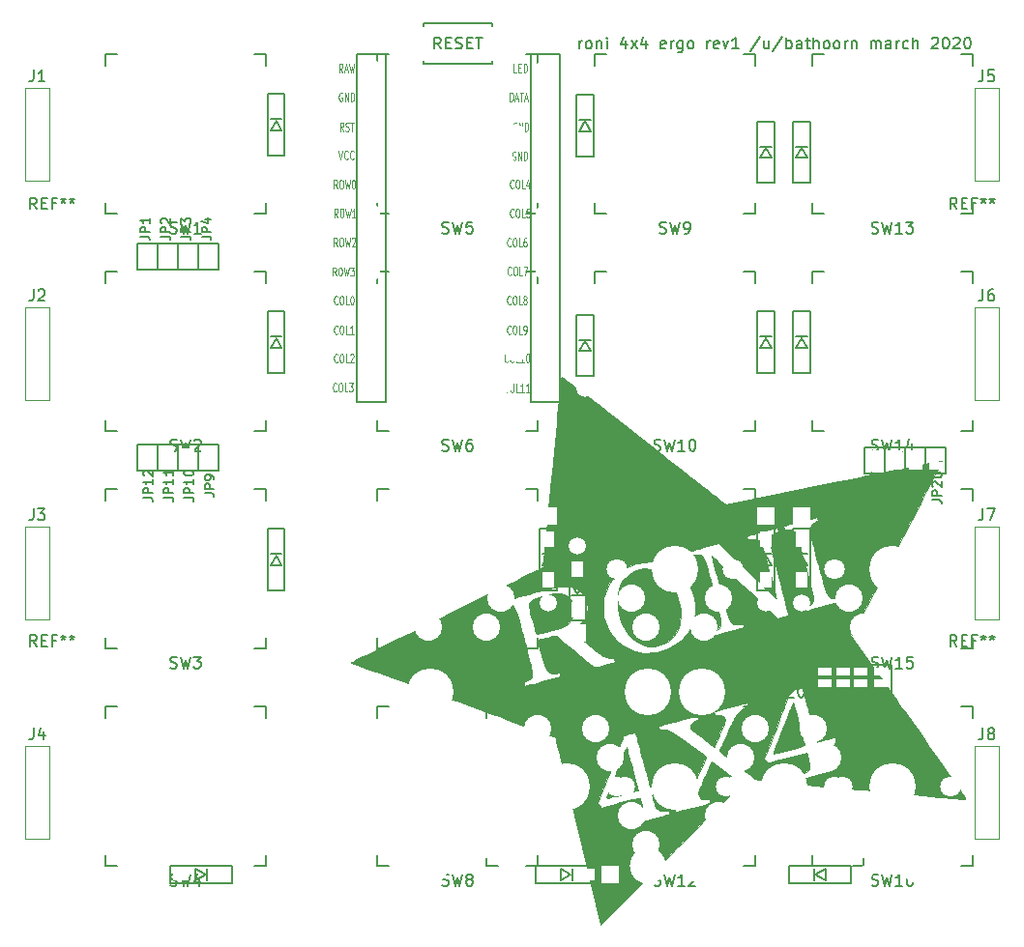
<source format=gto>
G04 #@! TF.GenerationSoftware,KiCad,Pcbnew,5.1.4+dfsg1-1*
G04 #@! TF.CreationDate,2020-03-28T17:11:53+01:00*
G04 #@! TF.ProjectId,roni4x4ergo,726f6e69-3478-4346-9572-676f2e6b6963,rev?*
G04 #@! TF.SameCoordinates,Original*
G04 #@! TF.FileFunction,Legend,Top*
G04 #@! TF.FilePolarity,Positive*
%FSLAX46Y46*%
G04 Gerber Fmt 4.6, Leading zero omitted, Abs format (unit mm)*
G04 Created by KiCad (PCBNEW 5.1.4+dfsg1-1) date 2020-03-28 17:11:53*
%MOMM*%
%LPD*%
G04 APERTURE LIST*
%ADD10C,0.150000*%
%ADD11C,0.120000*%
%ADD12C,0.010000*%
%ADD13C,0.152400*%
%ADD14C,0.125000*%
%ADD15R,1.702000X1.702000*%
%ADD16R,1.052000X1.402000*%
%ADD17R,1.499000X1.499000*%
%ADD18C,1.499000*%
%ADD19C,4.089800*%
%ADD20C,3.150000*%
%ADD21C,4.502000*%
%ADD22R,1.245000X0.737000*%
%ADD23C,2.102000*%
%ADD24R,1.402000X1.052000*%
%ADD25C,2.388000*%
%ADD26C,1.803800*%
%ADD27C,1.626000*%
G04 APERTURE END LIST*
D10*
X110675024Y-14739916D02*
X110675024Y-14073250D01*
X110675024Y-14263726D02*
X110722643Y-14168488D01*
X110770262Y-14120869D01*
X110865500Y-14073250D01*
X110960738Y-14073250D01*
X111436929Y-14739916D02*
X111341691Y-14692297D01*
X111294071Y-14644678D01*
X111246452Y-14549440D01*
X111246452Y-14263726D01*
X111294071Y-14168488D01*
X111341691Y-14120869D01*
X111436929Y-14073250D01*
X111579786Y-14073250D01*
X111675024Y-14120869D01*
X111722643Y-14168488D01*
X111770262Y-14263726D01*
X111770262Y-14549440D01*
X111722643Y-14644678D01*
X111675024Y-14692297D01*
X111579786Y-14739916D01*
X111436929Y-14739916D01*
X112198833Y-14073250D02*
X112198833Y-14739916D01*
X112198833Y-14168488D02*
X112246452Y-14120869D01*
X112341691Y-14073250D01*
X112484548Y-14073250D01*
X112579786Y-14120869D01*
X112627405Y-14216107D01*
X112627405Y-14739916D01*
X113103595Y-14739916D02*
X113103595Y-14073250D01*
X113103595Y-13739916D02*
X113055976Y-13787536D01*
X113103595Y-13835155D01*
X113151214Y-13787536D01*
X113103595Y-13739916D01*
X113103595Y-13835155D01*
X114770262Y-14073250D02*
X114770262Y-14739916D01*
X114532167Y-13692297D02*
X114294071Y-14406583D01*
X114913119Y-14406583D01*
X115198833Y-14739916D02*
X115722643Y-14073250D01*
X115198833Y-14073250D02*
X115722643Y-14739916D01*
X116532167Y-14073250D02*
X116532167Y-14739916D01*
X116294071Y-13692297D02*
X116055976Y-14406583D01*
X116675024Y-14406583D01*
X118198833Y-14692297D02*
X118103595Y-14739916D01*
X117913119Y-14739916D01*
X117817881Y-14692297D01*
X117770262Y-14597059D01*
X117770262Y-14216107D01*
X117817881Y-14120869D01*
X117913119Y-14073250D01*
X118103595Y-14073250D01*
X118198833Y-14120869D01*
X118246452Y-14216107D01*
X118246452Y-14311345D01*
X117770262Y-14406583D01*
X118675024Y-14739916D02*
X118675024Y-14073250D01*
X118675024Y-14263726D02*
X118722643Y-14168488D01*
X118770262Y-14120869D01*
X118865500Y-14073250D01*
X118960738Y-14073250D01*
X119722643Y-14073250D02*
X119722643Y-14882774D01*
X119675024Y-14978012D01*
X119627405Y-15025631D01*
X119532167Y-15073250D01*
X119389310Y-15073250D01*
X119294072Y-15025631D01*
X119722643Y-14692297D02*
X119627405Y-14739916D01*
X119436929Y-14739916D01*
X119341691Y-14692297D01*
X119294072Y-14644678D01*
X119246452Y-14549440D01*
X119246452Y-14263726D01*
X119294072Y-14168488D01*
X119341691Y-14120869D01*
X119436929Y-14073250D01*
X119627405Y-14073250D01*
X119722643Y-14120869D01*
X120341691Y-14739916D02*
X120246452Y-14692297D01*
X120198833Y-14644678D01*
X120151214Y-14549440D01*
X120151214Y-14263726D01*
X120198833Y-14168488D01*
X120246452Y-14120869D01*
X120341691Y-14073250D01*
X120484548Y-14073250D01*
X120579786Y-14120869D01*
X120627405Y-14168488D01*
X120675024Y-14263726D01*
X120675024Y-14549440D01*
X120627405Y-14644678D01*
X120579786Y-14692297D01*
X120484548Y-14739916D01*
X120341691Y-14739916D01*
X121865500Y-14739916D02*
X121865500Y-14073250D01*
X121865500Y-14263726D02*
X121913119Y-14168488D01*
X121960738Y-14120869D01*
X122055976Y-14073250D01*
X122151214Y-14073250D01*
X122865500Y-14692297D02*
X122770262Y-14739916D01*
X122579786Y-14739916D01*
X122484548Y-14692297D01*
X122436929Y-14597059D01*
X122436929Y-14216107D01*
X122484548Y-14120869D01*
X122579786Y-14073250D01*
X122770262Y-14073250D01*
X122865500Y-14120869D01*
X122913119Y-14216107D01*
X122913119Y-14311345D01*
X122436929Y-14406583D01*
X123246452Y-14073250D02*
X123484548Y-14739916D01*
X123722643Y-14073250D01*
X124627405Y-14739916D02*
X124055976Y-14739916D01*
X124341691Y-14739916D02*
X124341691Y-13739916D01*
X124246452Y-13882774D01*
X124151214Y-13978012D01*
X124055976Y-14025631D01*
X126532167Y-13692297D02*
X125675024Y-14978012D01*
X127294071Y-14073250D02*
X127294071Y-14739916D01*
X126865500Y-14073250D02*
X126865500Y-14597059D01*
X126913119Y-14692297D01*
X127008357Y-14739916D01*
X127151214Y-14739916D01*
X127246452Y-14692297D01*
X127294071Y-14644678D01*
X128484548Y-13692297D02*
X127627405Y-14978012D01*
X128817881Y-14739916D02*
X128817881Y-13739916D01*
X128817881Y-14120869D02*
X128913119Y-14073250D01*
X129103595Y-14073250D01*
X129198833Y-14120869D01*
X129246452Y-14168488D01*
X129294071Y-14263726D01*
X129294071Y-14549440D01*
X129246452Y-14644678D01*
X129198833Y-14692297D01*
X129103595Y-14739916D01*
X128913119Y-14739916D01*
X128817881Y-14692297D01*
X130151214Y-14739916D02*
X130151214Y-14216107D01*
X130103595Y-14120869D01*
X130008357Y-14073250D01*
X129817881Y-14073250D01*
X129722643Y-14120869D01*
X130151214Y-14692297D02*
X130055976Y-14739916D01*
X129817881Y-14739916D01*
X129722643Y-14692297D01*
X129675024Y-14597059D01*
X129675024Y-14501821D01*
X129722643Y-14406583D01*
X129817881Y-14358964D01*
X130055976Y-14358964D01*
X130151214Y-14311345D01*
X130484548Y-14073250D02*
X130865500Y-14073250D01*
X130627405Y-13739916D02*
X130627405Y-14597059D01*
X130675024Y-14692297D01*
X130770262Y-14739916D01*
X130865500Y-14739916D01*
X131198833Y-14739916D02*
X131198833Y-13739916D01*
X131627405Y-14739916D02*
X131627405Y-14216107D01*
X131579786Y-14120869D01*
X131484548Y-14073250D01*
X131341691Y-14073250D01*
X131246452Y-14120869D01*
X131198833Y-14168488D01*
X132246452Y-14739916D02*
X132151214Y-14692297D01*
X132103595Y-14644678D01*
X132055976Y-14549440D01*
X132055976Y-14263726D01*
X132103595Y-14168488D01*
X132151214Y-14120869D01*
X132246452Y-14073250D01*
X132389310Y-14073250D01*
X132484548Y-14120869D01*
X132532167Y-14168488D01*
X132579786Y-14263726D01*
X132579786Y-14549440D01*
X132532167Y-14644678D01*
X132484548Y-14692297D01*
X132389310Y-14739916D01*
X132246452Y-14739916D01*
X133151214Y-14739916D02*
X133055976Y-14692297D01*
X133008357Y-14644678D01*
X132960738Y-14549440D01*
X132960738Y-14263726D01*
X133008357Y-14168488D01*
X133055976Y-14120869D01*
X133151214Y-14073250D01*
X133294071Y-14073250D01*
X133389310Y-14120869D01*
X133436929Y-14168488D01*
X133484548Y-14263726D01*
X133484548Y-14549440D01*
X133436929Y-14644678D01*
X133389310Y-14692297D01*
X133294071Y-14739916D01*
X133151214Y-14739916D01*
X133913119Y-14739916D02*
X133913119Y-14073250D01*
X133913119Y-14263726D02*
X133960738Y-14168488D01*
X134008357Y-14120869D01*
X134103595Y-14073250D01*
X134198833Y-14073250D01*
X134532167Y-14073250D02*
X134532167Y-14739916D01*
X134532167Y-14168488D02*
X134579786Y-14120869D01*
X134675024Y-14073250D01*
X134817881Y-14073250D01*
X134913119Y-14120869D01*
X134960738Y-14216107D01*
X134960738Y-14739916D01*
X136198833Y-14739916D02*
X136198833Y-14073250D01*
X136198833Y-14168488D02*
X136246452Y-14120869D01*
X136341691Y-14073250D01*
X136484548Y-14073250D01*
X136579786Y-14120869D01*
X136627405Y-14216107D01*
X136627405Y-14739916D01*
X136627405Y-14216107D02*
X136675024Y-14120869D01*
X136770262Y-14073250D01*
X136913119Y-14073250D01*
X137008357Y-14120869D01*
X137055976Y-14216107D01*
X137055976Y-14739916D01*
X137960738Y-14739916D02*
X137960738Y-14216107D01*
X137913119Y-14120869D01*
X137817881Y-14073250D01*
X137627405Y-14073250D01*
X137532167Y-14120869D01*
X137960738Y-14692297D02*
X137865500Y-14739916D01*
X137627405Y-14739916D01*
X137532167Y-14692297D01*
X137484548Y-14597059D01*
X137484548Y-14501821D01*
X137532167Y-14406583D01*
X137627405Y-14358964D01*
X137865500Y-14358964D01*
X137960738Y-14311345D01*
X138436929Y-14739916D02*
X138436929Y-14073250D01*
X138436929Y-14263726D02*
X138484548Y-14168488D01*
X138532167Y-14120869D01*
X138627405Y-14073250D01*
X138722643Y-14073250D01*
X139484548Y-14692297D02*
X139389310Y-14739916D01*
X139198833Y-14739916D01*
X139103595Y-14692297D01*
X139055976Y-14644678D01*
X139008357Y-14549440D01*
X139008357Y-14263726D01*
X139055976Y-14168488D01*
X139103595Y-14120869D01*
X139198833Y-14073250D01*
X139389310Y-14073250D01*
X139484548Y-14120869D01*
X139913119Y-14739916D02*
X139913119Y-13739916D01*
X140341691Y-14739916D02*
X140341691Y-14216107D01*
X140294071Y-14120869D01*
X140198833Y-14073250D01*
X140055976Y-14073250D01*
X139960738Y-14120869D01*
X139913119Y-14168488D01*
X141532167Y-13835155D02*
X141579786Y-13787536D01*
X141675024Y-13739916D01*
X141913119Y-13739916D01*
X142008357Y-13787536D01*
X142055976Y-13835155D01*
X142103595Y-13930393D01*
X142103595Y-14025631D01*
X142055976Y-14168488D01*
X141484548Y-14739916D01*
X142103595Y-14739916D01*
X142722643Y-13739916D02*
X142817881Y-13739916D01*
X142913119Y-13787536D01*
X142960738Y-13835155D01*
X143008357Y-13930393D01*
X143055976Y-14120869D01*
X143055976Y-14358964D01*
X143008357Y-14549440D01*
X142960738Y-14644678D01*
X142913119Y-14692297D01*
X142817881Y-14739916D01*
X142722643Y-14739916D01*
X142627405Y-14692297D01*
X142579786Y-14644678D01*
X142532167Y-14549440D01*
X142484548Y-14358964D01*
X142484548Y-14120869D01*
X142532167Y-13930393D01*
X142579786Y-13835155D01*
X142627405Y-13787536D01*
X142722643Y-13739916D01*
X143436929Y-13835155D02*
X143484548Y-13787536D01*
X143579786Y-13739916D01*
X143817881Y-13739916D01*
X143913119Y-13787536D01*
X143960738Y-13835155D01*
X144008357Y-13930393D01*
X144008357Y-14025631D01*
X143960738Y-14168488D01*
X143389310Y-14739916D01*
X144008357Y-14739916D01*
X144627405Y-13739916D02*
X144722643Y-13739916D01*
X144817881Y-13787536D01*
X144865500Y-13835155D01*
X144913119Y-13930393D01*
X144960738Y-14120869D01*
X144960738Y-14358964D01*
X144913119Y-14549440D01*
X144865500Y-14644678D01*
X144817881Y-14692297D01*
X144722643Y-14739916D01*
X144627405Y-14739916D01*
X144532167Y-14692297D01*
X144484548Y-14644678D01*
X144436929Y-14549440D01*
X144389310Y-14358964D01*
X144389310Y-14120869D01*
X144436929Y-13930393D01*
X144484548Y-13835155D01*
X144532167Y-13787536D01*
X144627405Y-13739916D01*
D11*
X62147050Y-18203350D02*
X64267050Y-18203350D01*
X64267050Y-18203350D02*
X64267050Y-26279350D01*
X62147050Y-18203350D02*
X62147050Y-26279350D01*
X62147050Y-26279350D02*
X64267050Y-26279350D01*
D10*
X84131900Y-59127500D02*
X84631900Y-60027500D01*
X84631900Y-60027500D02*
X83631900Y-60027500D01*
X83631900Y-60027500D02*
X84131900Y-59127500D01*
X84631900Y-59027500D02*
X83631900Y-59027500D01*
X84881900Y-62227500D02*
X84881900Y-56827500D01*
X84881900Y-56827500D02*
X83381900Y-56827500D01*
X83381900Y-56827500D02*
X83381900Y-62227500D01*
X83381900Y-62227500D02*
X84881900Y-62227500D01*
D12*
G36*
X116860619Y-60307347D02*
G01*
X117320894Y-60404912D01*
X117749826Y-60591437D01*
X117831983Y-60640690D01*
X118214340Y-60940240D01*
X118564696Y-61332398D01*
X118875645Y-61806835D01*
X119139785Y-62353224D01*
X119232232Y-62593960D01*
X119423847Y-63237060D01*
X119532024Y-63853276D01*
X119558327Y-64435896D01*
X119504321Y-64978205D01*
X119371573Y-65473487D01*
X119161647Y-65915030D01*
X118876109Y-66296118D01*
X118516525Y-66610038D01*
X118259348Y-66766802D01*
X117758205Y-66979280D01*
X117258203Y-67091312D01*
X116766920Y-67101746D01*
X116424075Y-67046000D01*
X115979358Y-66884522D01*
X115564816Y-66629849D01*
X115186469Y-66291828D01*
X114850336Y-65880306D01*
X114562440Y-65405128D01*
X114328799Y-64876142D01*
X114155436Y-64303192D01*
X114048369Y-63696127D01*
X114013558Y-63103723D01*
X114045340Y-62541049D01*
X114146170Y-62049148D01*
X114320485Y-61614971D01*
X114572723Y-61225467D01*
X114705383Y-61069412D01*
X115058253Y-60758395D01*
X115467819Y-60524265D01*
X115916474Y-60369438D01*
X116386610Y-60296327D01*
X116860619Y-60307347D01*
X116860619Y-60307347D01*
G37*
X116860619Y-60307347D02*
X117320894Y-60404912D01*
X117749826Y-60591437D01*
X117831983Y-60640690D01*
X118214340Y-60940240D01*
X118564696Y-61332398D01*
X118875645Y-61806835D01*
X119139785Y-62353224D01*
X119232232Y-62593960D01*
X119423847Y-63237060D01*
X119532024Y-63853276D01*
X119558327Y-64435896D01*
X119504321Y-64978205D01*
X119371573Y-65473487D01*
X119161647Y-65915030D01*
X118876109Y-66296118D01*
X118516525Y-66610038D01*
X118259348Y-66766802D01*
X117758205Y-66979280D01*
X117258203Y-67091312D01*
X116766920Y-67101746D01*
X116424075Y-67046000D01*
X115979358Y-66884522D01*
X115564816Y-66629849D01*
X115186469Y-66291828D01*
X114850336Y-65880306D01*
X114562440Y-65405128D01*
X114328799Y-64876142D01*
X114155436Y-64303192D01*
X114048369Y-63696127D01*
X114013558Y-63103723D01*
X114045340Y-62541049D01*
X114146170Y-62049148D01*
X114320485Y-61614971D01*
X114572723Y-61225467D01*
X114705383Y-61069412D01*
X115058253Y-60758395D01*
X115467819Y-60524265D01*
X115916474Y-60369438D01*
X116386610Y-60296327D01*
X116860619Y-60307347D01*
G36*
X108969219Y-62495698D02*
G01*
X109351310Y-62578585D01*
X109664742Y-62737972D01*
X109907789Y-62973140D01*
X110078726Y-63283368D01*
X110175827Y-63667937D01*
X110195119Y-63867654D01*
X110184018Y-64254071D01*
X110099040Y-64578206D01*
X109932603Y-64860276D01*
X109748977Y-65057104D01*
X109628676Y-65160716D01*
X109502956Y-65249592D01*
X109356806Y-65329799D01*
X109175219Y-65407404D01*
X108943186Y-65488476D01*
X108645696Y-65579081D01*
X108267742Y-65685287D01*
X108045856Y-65745609D01*
X107733777Y-65829985D01*
X107453371Y-65906039D01*
X107222003Y-65969043D01*
X107057037Y-66014267D01*
X106975841Y-66036982D01*
X106973987Y-66037533D01*
X106942790Y-66029652D01*
X106907404Y-65980716D01*
X106864215Y-65880113D01*
X106809605Y-65717235D01*
X106739961Y-65481470D01*
X106651667Y-65162209D01*
X106563070Y-64831638D01*
X106471277Y-64481682D01*
X106389503Y-64161387D01*
X106321549Y-63886346D01*
X106271217Y-63672150D01*
X106242307Y-63534390D01*
X106236803Y-63493254D01*
X106290986Y-63322590D01*
X106450858Y-63155082D01*
X106716321Y-62990794D01*
X107087276Y-62829789D01*
X107428241Y-62713236D01*
X108005959Y-62562304D01*
X108520193Y-62490031D01*
X108969219Y-62495698D01*
X108969219Y-62495698D01*
G37*
X108969219Y-62495698D02*
X109351310Y-62578585D01*
X109664742Y-62737972D01*
X109907789Y-62973140D01*
X110078726Y-63283368D01*
X110175827Y-63667937D01*
X110195119Y-63867654D01*
X110184018Y-64254071D01*
X110099040Y-64578206D01*
X109932603Y-64860276D01*
X109748977Y-65057104D01*
X109628676Y-65160716D01*
X109502956Y-65249592D01*
X109356806Y-65329799D01*
X109175219Y-65407404D01*
X108943186Y-65488476D01*
X108645696Y-65579081D01*
X108267742Y-65685287D01*
X108045856Y-65745609D01*
X107733777Y-65829985D01*
X107453371Y-65906039D01*
X107222003Y-65969043D01*
X107057037Y-66014267D01*
X106975841Y-66036982D01*
X106973987Y-66037533D01*
X106942790Y-66029652D01*
X106907404Y-65980716D01*
X106864215Y-65880113D01*
X106809605Y-65717235D01*
X106739961Y-65481470D01*
X106651667Y-65162209D01*
X106563070Y-64831638D01*
X106471277Y-64481682D01*
X106389503Y-64161387D01*
X106321549Y-63886346D01*
X106271217Y-63672150D01*
X106242307Y-63534390D01*
X106236803Y-63493254D01*
X106290986Y-63322590D01*
X106450858Y-63155082D01*
X106716321Y-62990794D01*
X107087276Y-62829789D01*
X107428241Y-62713236D01*
X108005959Y-62562304D01*
X108520193Y-62490031D01*
X108969219Y-62495698D01*
G36*
X129427264Y-72113495D02*
G01*
X129471602Y-72274188D01*
X129534508Y-72505634D01*
X129612300Y-72794008D01*
X129701298Y-73125480D01*
X129797818Y-73486224D01*
X129898180Y-73862411D01*
X129998703Y-74240215D01*
X130095704Y-74605808D01*
X130185502Y-74945361D01*
X130264416Y-75245049D01*
X130328764Y-75491042D01*
X130374864Y-75669514D01*
X130399035Y-75766636D01*
X130401735Y-75780388D01*
X130350617Y-75795921D01*
X130210842Y-75834994D01*
X129996019Y-75893896D01*
X129719756Y-75968912D01*
X129395661Y-76056330D01*
X129078475Y-76141430D01*
X128718793Y-76238032D01*
X128390744Y-76326765D01*
X128108879Y-76403642D01*
X127887747Y-76464677D01*
X127741900Y-76505885D01*
X127687886Y-76522385D01*
X127653706Y-76515758D01*
X127662315Y-76444422D01*
X127715844Y-76294355D01*
X127726677Y-76267176D01*
X127770755Y-76155484D01*
X127848037Y-75957464D01*
X127953702Y-75685552D01*
X128082931Y-75352188D01*
X128230904Y-74969807D01*
X128392799Y-74550850D01*
X128563798Y-74107752D01*
X128612994Y-73980167D01*
X128780328Y-73548774D01*
X128936152Y-73152154D01*
X129076394Y-72800298D01*
X129196980Y-72503197D01*
X129293834Y-72270843D01*
X129362884Y-72113228D01*
X129400054Y-72040342D01*
X129405175Y-72037385D01*
X129427264Y-72113495D01*
X129427264Y-72113495D01*
G37*
X129427264Y-72113495D02*
X129471602Y-72274188D01*
X129534508Y-72505634D01*
X129612300Y-72794008D01*
X129701298Y-73125480D01*
X129797818Y-73486224D01*
X129898180Y-73862411D01*
X129998703Y-74240215D01*
X130095704Y-74605808D01*
X130185502Y-74945361D01*
X130264416Y-75245049D01*
X130328764Y-75491042D01*
X130374864Y-75669514D01*
X130399035Y-75766636D01*
X130401735Y-75780388D01*
X130350617Y-75795921D01*
X130210842Y-75834994D01*
X129996019Y-75893896D01*
X129719756Y-75968912D01*
X129395661Y-76056330D01*
X129078475Y-76141430D01*
X128718793Y-76238032D01*
X128390744Y-76326765D01*
X128108879Y-76403642D01*
X127887747Y-76464677D01*
X127741900Y-76505885D01*
X127687886Y-76522385D01*
X127653706Y-76515758D01*
X127662315Y-76444422D01*
X127715844Y-76294355D01*
X127726677Y-76267176D01*
X127770755Y-76155484D01*
X127848037Y-75957464D01*
X127953702Y-75685552D01*
X128082931Y-75352188D01*
X128230904Y-74969807D01*
X128392799Y-74550850D01*
X128563798Y-74107752D01*
X128612994Y-73980167D01*
X128780328Y-73548774D01*
X128936152Y-73152154D01*
X129076394Y-72800298D01*
X129196980Y-72503197D01*
X129293834Y-72270843D01*
X129362884Y-72113228D01*
X129400054Y-72040342D01*
X129405175Y-72037385D01*
X129427264Y-72113495D01*
G36*
X114826353Y-76041511D02*
G01*
X114871308Y-76203905D01*
X114934721Y-76436649D01*
X115012906Y-76725906D01*
X115102173Y-77057837D01*
X115198835Y-77418606D01*
X115299204Y-77794375D01*
X115399591Y-78171306D01*
X115496309Y-78535563D01*
X115585669Y-78873308D01*
X115663983Y-79170704D01*
X115727563Y-79413912D01*
X115772721Y-79589097D01*
X115795769Y-79682420D01*
X115797916Y-79694066D01*
X115743194Y-79711445D01*
X115602577Y-79750917D01*
X115392643Y-79808116D01*
X115129970Y-79878676D01*
X114831136Y-79958234D01*
X114512720Y-80042422D01*
X114191298Y-80126877D01*
X113883449Y-80207231D01*
X113605751Y-80279122D01*
X113374783Y-80338181D01*
X113207121Y-80380046D01*
X113119344Y-80400349D01*
X113111024Y-80401584D01*
X113073904Y-80360958D01*
X113079000Y-80308979D01*
X113119358Y-80188721D01*
X113190664Y-79993005D01*
X113288211Y-79733692D01*
X113407293Y-79422641D01*
X113543203Y-79071714D01*
X113691234Y-78692769D01*
X113846679Y-78297668D01*
X114004833Y-77898271D01*
X114160989Y-77506438D01*
X114310439Y-77134029D01*
X114448477Y-76792904D01*
X114570397Y-76494923D01*
X114671492Y-76251948D01*
X114747055Y-76075837D01*
X114792380Y-75978452D01*
X114803546Y-75963303D01*
X114826353Y-76041511D01*
X114826353Y-76041511D01*
G37*
X114826353Y-76041511D02*
X114871308Y-76203905D01*
X114934721Y-76436649D01*
X115012906Y-76725906D01*
X115102173Y-77057837D01*
X115198835Y-77418606D01*
X115299204Y-77794375D01*
X115399591Y-78171306D01*
X115496309Y-78535563D01*
X115585669Y-78873308D01*
X115663983Y-79170704D01*
X115727563Y-79413912D01*
X115772721Y-79589097D01*
X115795769Y-79682420D01*
X115797916Y-79694066D01*
X115743194Y-79711445D01*
X115602577Y-79750917D01*
X115392643Y-79808116D01*
X115129970Y-79878676D01*
X114831136Y-79958234D01*
X114512720Y-80042422D01*
X114191298Y-80126877D01*
X113883449Y-80207231D01*
X113605751Y-80279122D01*
X113374783Y-80338181D01*
X113207121Y-80380046D01*
X113119344Y-80400349D01*
X113111024Y-80401584D01*
X113073904Y-80360958D01*
X113079000Y-80308979D01*
X113119358Y-80188721D01*
X113190664Y-79993005D01*
X113288211Y-79733692D01*
X113407293Y-79422641D01*
X113543203Y-79071714D01*
X113691234Y-78692769D01*
X113846679Y-78297668D01*
X114004833Y-77898271D01*
X114160989Y-77506438D01*
X114310439Y-77134029D01*
X114448477Y-76792904D01*
X114570397Y-76494923D01*
X114671492Y-76251948D01*
X114747055Y-76075837D01*
X114792380Y-75978452D01*
X114803546Y-75963303D01*
X114826353Y-76041511D01*
G36*
X109159986Y-43543092D02*
G01*
X109211854Y-43568943D01*
X109284328Y-43612508D01*
X109381126Y-43676606D01*
X109505965Y-43764055D01*
X109662560Y-43877672D01*
X109854629Y-44020276D01*
X110085889Y-44194682D01*
X110360055Y-44403710D01*
X110680846Y-44650177D01*
X111051976Y-44936901D01*
X111477165Y-45266699D01*
X111960127Y-45642389D01*
X112504580Y-46066789D01*
X113114240Y-46542716D01*
X113792825Y-47072988D01*
X114544050Y-47660423D01*
X115371633Y-48307839D01*
X116159491Y-48924308D01*
X116921474Y-49520553D01*
X117662354Y-50100263D01*
X118377703Y-50659976D01*
X119063096Y-51196230D01*
X119714105Y-51705561D01*
X120326303Y-52184507D01*
X120895265Y-52629604D01*
X121416562Y-53037390D01*
X121885769Y-53404402D01*
X122298459Y-53727177D01*
X122650204Y-54002253D01*
X122936578Y-54226166D01*
X123153154Y-54395453D01*
X123295506Y-54506652D01*
X123359206Y-54556301D01*
X123360440Y-54557254D01*
X123523472Y-54682996D01*
X132963093Y-52754770D01*
X133944477Y-52554441D01*
X134897883Y-52360092D01*
X135818152Y-52172765D01*
X136700127Y-51993498D01*
X137538647Y-51823331D01*
X138328556Y-51663305D01*
X139064693Y-51514459D01*
X139741901Y-51377833D01*
X140355021Y-51254467D01*
X140898894Y-51145401D01*
X141368362Y-51051675D01*
X141758265Y-50974328D01*
X142063446Y-50914401D01*
X142278746Y-50872933D01*
X142399006Y-50850964D01*
X142423853Y-50847682D01*
X142401822Y-50895463D01*
X142334159Y-51031084D01*
X142224011Y-51248463D01*
X142074524Y-51541518D01*
X141888845Y-51904167D01*
X141670121Y-52330327D01*
X141421497Y-52813918D01*
X141146122Y-53348856D01*
X140847141Y-53929059D01*
X140527700Y-54548446D01*
X140190948Y-55200935D01*
X139840029Y-55880443D01*
X139478091Y-56580889D01*
X139108281Y-57296190D01*
X138733745Y-58020264D01*
X138357629Y-58747030D01*
X137983080Y-59470405D01*
X137613245Y-60184307D01*
X137251271Y-60882654D01*
X136900304Y-61559364D01*
X136563490Y-62208355D01*
X136243976Y-62823545D01*
X135944910Y-63398852D01*
X135669436Y-63928193D01*
X135420703Y-64405488D01*
X135201856Y-64824653D01*
X135016043Y-65179607D01*
X134866410Y-65464268D01*
X134756103Y-65672553D01*
X134701178Y-65774793D01*
X134497155Y-66149878D01*
X139542656Y-73315418D01*
X140202583Y-74252883D01*
X140803853Y-75107598D01*
X141348962Y-75883195D01*
X141840404Y-76583303D01*
X142280674Y-77211553D01*
X142672264Y-77771576D01*
X143017670Y-78267001D01*
X143319386Y-78701458D01*
X143579906Y-79078579D01*
X143801724Y-79401993D01*
X143987335Y-79675331D01*
X144139233Y-79902222D01*
X144259913Y-80086297D01*
X144351868Y-80231187D01*
X144417592Y-80340522D01*
X144459581Y-80417931D01*
X144480329Y-80467045D01*
X144482328Y-80491495D01*
X144476116Y-80495777D01*
X144412199Y-80492517D01*
X144248377Y-80479853D01*
X143990115Y-80458280D01*
X143642878Y-80428294D01*
X143212131Y-80390389D01*
X142703338Y-80345061D01*
X142121965Y-80292804D01*
X141473476Y-80234113D01*
X140763336Y-80169483D01*
X139997009Y-80099408D01*
X139179961Y-80024385D01*
X138317657Y-79944908D01*
X137415560Y-79861471D01*
X136479136Y-79774570D01*
X135513850Y-79684700D01*
X135294442Y-79664233D01*
X134148764Y-79557302D01*
X133103727Y-79459687D01*
X132154597Y-79370887D01*
X131296637Y-79290401D01*
X130525113Y-79217729D01*
X129835288Y-79152370D01*
X129222428Y-79093822D01*
X128681797Y-79041586D01*
X128208659Y-78995159D01*
X127798280Y-78954042D01*
X127445924Y-78917733D01*
X127146854Y-78885731D01*
X126896337Y-78857537D01*
X126689636Y-78832648D01*
X126522015Y-78810564D01*
X126388741Y-78790784D01*
X126285076Y-78772807D01*
X126206287Y-78756133D01*
X126147636Y-78740261D01*
X126104389Y-78724689D01*
X126071811Y-78708917D01*
X126045165Y-78692444D01*
X126034025Y-78684793D01*
X125854534Y-78555985D01*
X125625192Y-78385847D01*
X125356970Y-78183024D01*
X125060842Y-77956157D01*
X124747780Y-77713889D01*
X124428754Y-77464865D01*
X124114739Y-77217726D01*
X123816706Y-76981116D01*
X123752094Y-76929289D01*
X126877966Y-76929289D01*
X127017918Y-77117624D01*
X127103965Y-77233840D01*
X127157658Y-77307158D01*
X127165422Y-77318186D01*
X127216386Y-77307955D01*
X127357552Y-77273281D01*
X127576938Y-77217272D01*
X127862561Y-77143036D01*
X128202438Y-77053678D01*
X128584588Y-76952307D01*
X128857943Y-76879313D01*
X129263155Y-76772362D01*
X129635679Y-76676979D01*
X129963258Y-76596073D01*
X130233636Y-76532553D01*
X130434557Y-76489328D01*
X130553765Y-76469305D01*
X130581722Y-76470210D01*
X130615203Y-76545835D01*
X130659975Y-76698599D01*
X130710057Y-76901226D01*
X130759469Y-77126442D01*
X130802228Y-77346970D01*
X130832354Y-77535537D01*
X130843865Y-77664865D01*
X130843866Y-77665636D01*
X130793320Y-77880980D01*
X130650037Y-78070933D01*
X130426547Y-78221017D01*
X130326424Y-78263403D01*
X130173525Y-78323547D01*
X130063100Y-78374084D01*
X130033958Y-78391842D01*
X130016169Y-78459628D01*
X130027442Y-78568633D01*
X130058068Y-78668721D01*
X130095540Y-78709865D01*
X130153309Y-78697173D01*
X130300525Y-78660472D01*
X130524391Y-78603076D01*
X130812109Y-78528299D01*
X131150882Y-78439456D01*
X131527911Y-78339861D01*
X131679019Y-78299761D01*
X132117212Y-78183168D01*
X132463629Y-78089984D01*
X132728776Y-78016445D01*
X132923160Y-77958782D01*
X133057291Y-77913230D01*
X133141674Y-77876022D01*
X133186818Y-77843391D01*
X133203229Y-77811571D01*
X133201417Y-77776795D01*
X133196629Y-77755750D01*
X133160953Y-77644225D01*
X133105044Y-77588386D01*
X133002308Y-77578323D01*
X132826155Y-77604127D01*
X132801783Y-77608613D01*
X132500504Y-77625017D01*
X132252246Y-77554815D01*
X132063234Y-77400200D01*
X132015285Y-77331621D01*
X131967474Y-77229733D01*
X131905260Y-77065616D01*
X131836237Y-76863756D01*
X131768005Y-76648639D01*
X131708158Y-76444750D01*
X131664294Y-76276576D01*
X131644010Y-76168602D01*
X131646444Y-76142776D01*
X131701289Y-76123920D01*
X131839215Y-76083900D01*
X132040868Y-76028146D01*
X132286892Y-75962087D01*
X132351991Y-75944880D01*
X133039908Y-75763621D01*
X133077575Y-75425929D01*
X133095316Y-75250985D01*
X133104722Y-75125117D01*
X133104033Y-75077438D01*
X133051867Y-75086676D01*
X132915068Y-75119196D01*
X132711160Y-75170613D01*
X132457664Y-75236546D01*
X132285688Y-75282148D01*
X132009908Y-75354172D01*
X131772270Y-75413173D01*
X131590485Y-75455001D01*
X131482262Y-75475501D01*
X131459941Y-75475766D01*
X131442904Y-75421722D01*
X131401502Y-75275667D01*
X131338531Y-75047877D01*
X131256789Y-74748629D01*
X131159073Y-74388199D01*
X131048182Y-73976865D01*
X130926912Y-73524903D01*
X130820286Y-73125931D01*
X130692449Y-72647626D01*
X130572642Y-72201064D01*
X130463669Y-71796577D01*
X130368336Y-71444499D01*
X130289446Y-71155160D01*
X130229806Y-70938894D01*
X130192219Y-70806032D01*
X130179791Y-70766517D01*
X130123802Y-70765708D01*
X129988575Y-70788813D01*
X129796861Y-70831468D01*
X129652402Y-70867696D01*
X129417047Y-70931556D01*
X129263167Y-70982572D01*
X129169147Y-71031846D01*
X129113375Y-71090480D01*
X129076795Y-71163360D01*
X129041902Y-71254226D01*
X128976703Y-71430531D01*
X128886379Y-71678009D01*
X128776111Y-71982391D01*
X128651083Y-72329413D01*
X128516476Y-72704805D01*
X128489022Y-72781584D01*
X128318920Y-73250089D01*
X128124455Y-73773355D01*
X127918469Y-74317623D01*
X127713801Y-74849134D01*
X127523293Y-75334128D01*
X127423442Y-75583040D01*
X126877966Y-76929289D01*
X123752094Y-76929289D01*
X123545627Y-76763678D01*
X123312475Y-76574055D01*
X123128221Y-76420890D01*
X123003839Y-76312826D01*
X122950299Y-76258505D01*
X122949086Y-76254725D01*
X122983801Y-76161083D01*
X123056678Y-75988039D01*
X123160296Y-75751707D01*
X123287236Y-75468197D01*
X123430077Y-75153623D01*
X123581398Y-74824096D01*
X123733780Y-74495730D01*
X123879801Y-74184636D01*
X124012042Y-73906927D01*
X124123081Y-73678715D01*
X124205500Y-73516114D01*
X124235948Y-73460475D01*
X124406670Y-73181753D01*
X124560917Y-72973729D01*
X124723811Y-72809785D01*
X124920474Y-72663305D01*
X125085054Y-72560840D01*
X125267829Y-72448910D01*
X125374589Y-72370194D01*
X125422044Y-72306882D01*
X125426902Y-72241169D01*
X125419282Y-72204624D01*
X125386376Y-72095076D01*
X125363325Y-72045903D01*
X125307353Y-72051776D01*
X125165721Y-72082414D01*
X124954078Y-72133576D01*
X124688076Y-72201020D01*
X124383364Y-72280504D01*
X124055592Y-72367785D01*
X123720411Y-72458620D01*
X123393472Y-72548769D01*
X123090423Y-72633989D01*
X122826916Y-72710037D01*
X122618601Y-72772671D01*
X122481128Y-72817649D01*
X122430147Y-72840730D01*
X122430116Y-72840986D01*
X122447261Y-72915993D01*
X122479407Y-73010172D01*
X122520603Y-73089016D01*
X122586287Y-73121205D01*
X122710745Y-73118850D01*
X122769572Y-73112667D01*
X123038380Y-73119278D01*
X123241633Y-73200700D01*
X123371042Y-73348277D01*
X123418315Y-73553353D01*
X123389523Y-73759985D01*
X123347858Y-73884969D01*
X123275764Y-74074678D01*
X123180550Y-74312148D01*
X123069526Y-74580411D01*
X122950004Y-74862502D01*
X122829294Y-75141455D01*
X122714705Y-75400305D01*
X122613549Y-75622085D01*
X122533136Y-75789830D01*
X122480776Y-75886574D01*
X122465908Y-75903482D01*
X122411246Y-75872398D01*
X122288306Y-75786442D01*
X122111529Y-75656757D01*
X121895355Y-75494487D01*
X121654228Y-75310775D01*
X121402589Y-75116764D01*
X121154878Y-74923598D01*
X120925538Y-74742420D01*
X120729010Y-74584373D01*
X120579736Y-74460602D01*
X120492157Y-74382248D01*
X120485429Y-74375310D01*
X120376612Y-74199188D01*
X120366853Y-74022531D01*
X120450172Y-73857742D01*
X120620586Y-73717223D01*
X120849781Y-73619852D01*
X120991492Y-73561010D01*
X121049112Y-73486714D01*
X121053473Y-73447895D01*
X121051116Y-73374365D01*
X121038453Y-73318272D01*
X121005298Y-73280696D01*
X120941466Y-73262721D01*
X120836769Y-73265426D01*
X120681022Y-73289893D01*
X120464038Y-73337204D01*
X120175631Y-73408439D01*
X119805615Y-73504681D01*
X119343804Y-73627011D01*
X119328866Y-73630978D01*
X118929470Y-73737755D01*
X118563173Y-73837043D01*
X118242453Y-73925352D01*
X117979791Y-73999193D01*
X117787668Y-74055075D01*
X117678562Y-74089510D01*
X117658458Y-74098047D01*
X117641540Y-74168681D01*
X117651397Y-74276479D01*
X117670976Y-74351540D01*
X117709209Y-74394992D01*
X117790532Y-74415469D01*
X117939382Y-74421608D01*
X118063203Y-74422000D01*
X118303866Y-74431174D01*
X118490489Y-74466049D01*
X118673847Y-74537659D01*
X118736486Y-74568296D01*
X118834356Y-74627118D01*
X118998024Y-74736231D01*
X119215671Y-74886965D01*
X119475478Y-75070648D01*
X119765627Y-75278611D01*
X120074300Y-75502182D01*
X120389678Y-75732691D01*
X120699943Y-75961466D01*
X120993276Y-76179837D01*
X121257860Y-76379133D01*
X121481875Y-76550683D01*
X121653504Y-76685816D01*
X121760928Y-76775862D01*
X121792961Y-76810751D01*
X121771594Y-76876015D01*
X121709221Y-77022604D01*
X121612279Y-77237236D01*
X121487203Y-77506633D01*
X121340427Y-77817513D01*
X121178389Y-78156596D01*
X121007522Y-78510601D01*
X120834263Y-78866248D01*
X120665046Y-79210257D01*
X120506308Y-79529348D01*
X120364484Y-79810239D01*
X120246009Y-80039651D01*
X120157318Y-80204303D01*
X120110213Y-80283336D01*
X119791831Y-80676175D01*
X119407510Y-81027091D01*
X119208176Y-81171201D01*
X119067421Y-81282406D01*
X119016793Y-81387169D01*
X119047577Y-81516886D01*
X119089538Y-81598705D01*
X119143704Y-81606680D01*
X119284185Y-81587065D01*
X119514158Y-81539156D01*
X119836798Y-81462252D01*
X120255280Y-81355649D01*
X120604491Y-81263634D01*
X120984227Y-81161672D01*
X121330418Y-81067067D01*
X121629916Y-80983546D01*
X121869573Y-80914833D01*
X122036242Y-80864653D01*
X122116774Y-80836730D01*
X122121775Y-80833805D01*
X122138449Y-80761390D01*
X122128156Y-80649386D01*
X122095843Y-80550051D01*
X122028428Y-80511283D01*
X121907331Y-80508992D01*
X121669712Y-80514164D01*
X121507309Y-80499035D01*
X121390318Y-80456388D01*
X121288934Y-80379009D01*
X121261879Y-80352737D01*
X121145969Y-80199087D01*
X121107657Y-80028508D01*
X121107200Y-80002158D01*
X121123147Y-79900871D01*
X121172341Y-79736603D01*
X121256806Y-79504345D01*
X121378568Y-79199088D01*
X121539652Y-78815821D01*
X121742084Y-78349536D01*
X121987889Y-77795223D01*
X122107032Y-77529430D01*
X122268218Y-77170819D01*
X123288438Y-77973542D01*
X123685622Y-78287585D01*
X124005484Y-78544329D01*
X124255231Y-78750155D01*
X124442073Y-78911443D01*
X124573218Y-79034576D01*
X124655875Y-79125933D01*
X124697251Y-79191896D01*
X124705533Y-79227963D01*
X124668751Y-79273047D01*
X124561030Y-79388936D01*
X124386304Y-79571640D01*
X124148508Y-79817168D01*
X123851580Y-80121530D01*
X123499452Y-80480735D01*
X123096062Y-80890793D01*
X122645344Y-81347713D01*
X122151234Y-81847504D01*
X121617667Y-82386176D01*
X121048579Y-82959739D01*
X120447904Y-83564202D01*
X119819579Y-84195575D01*
X119167538Y-84849866D01*
X118632713Y-85385879D01*
X112559893Y-91468895D01*
X110576150Y-83285888D01*
X110355480Y-82376055D01*
X110141338Y-81494003D01*
X109979895Y-80829678D01*
X112274512Y-80829678D01*
X112417835Y-81036346D01*
X112527215Y-81165941D01*
X112618274Y-81220957D01*
X112640533Y-81220099D01*
X112884331Y-81151287D01*
X113181934Y-81069788D01*
X113518952Y-80979298D01*
X113880998Y-80883514D01*
X114253685Y-80786132D01*
X114622625Y-80690851D01*
X114973430Y-80601367D01*
X115291713Y-80521377D01*
X115563086Y-80454578D01*
X115773161Y-80404667D01*
X115907551Y-80375340D01*
X115951472Y-80369337D01*
X115992327Y-80430970D01*
X116041378Y-80572376D01*
X116093346Y-80768360D01*
X116142955Y-80993722D01*
X116184923Y-81223264D01*
X116213973Y-81431790D01*
X116224827Y-81594101D01*
X116220948Y-81655667D01*
X116136884Y-81880485D01*
X115963163Y-82056676D01*
X115714956Y-82181706D01*
X115563944Y-82241206D01*
X115455653Y-82291157D01*
X115428958Y-82307676D01*
X115407132Y-82381070D01*
X115424494Y-82490052D01*
X115467382Y-82586002D01*
X115516999Y-82621007D01*
X115581673Y-82606783D01*
X115735163Y-82568055D01*
X115964220Y-82508318D01*
X116255596Y-82431067D01*
X116596045Y-82339796D01*
X116972319Y-82238001D01*
X117085533Y-82207206D01*
X117517146Y-82089370D01*
X117857311Y-81995229D01*
X118116761Y-81920914D01*
X118306231Y-81862558D01*
X118436454Y-81816293D01*
X118518162Y-81778249D01*
X118562090Y-81744560D01*
X118578970Y-81711356D01*
X118579536Y-81674770D01*
X118578908Y-81669011D01*
X118549061Y-81546002D01*
X118481178Y-81489085D01*
X118352384Y-81488011D01*
X118228024Y-81511762D01*
X117944627Y-81537180D01*
X117694287Y-81486184D01*
X117499647Y-81364464D01*
X117458010Y-81318225D01*
X117391236Y-81202005D01*
X117312273Y-81018533D01*
X117235862Y-80802909D01*
X117219653Y-80750647D01*
X117134212Y-80470939D01*
X117078971Y-80275922D01*
X117059369Y-80147392D01*
X117080847Y-80067143D01*
X117148845Y-80016969D01*
X117268803Y-79978666D01*
X117446162Y-79934029D01*
X117465169Y-79929067D01*
X117710083Y-79864113D01*
X117954430Y-79798404D01*
X118151211Y-79744595D01*
X118176143Y-79737656D01*
X118446544Y-79662103D01*
X118476546Y-79331239D01*
X118490293Y-79157736D01*
X118496390Y-79033385D01*
X118494086Y-78987915D01*
X118441539Y-78996794D01*
X118304527Y-79029406D01*
X118100602Y-79081324D01*
X117847318Y-79148120D01*
X117677114Y-79193998D01*
X117402034Y-79267146D01*
X117165142Y-79327143D01*
X116984125Y-79369749D01*
X116876668Y-79390724D01*
X116854829Y-79391126D01*
X116837949Y-79337123D01*
X116796823Y-79191271D01*
X116734288Y-78964031D01*
X116653180Y-78665863D01*
X116556339Y-78307228D01*
X116446600Y-77898586D01*
X116326801Y-77450398D01*
X116239010Y-77120750D01*
X116112762Y-76646968D01*
X115993664Y-76201895D01*
X115884712Y-75796585D01*
X115788897Y-75442087D01*
X115709214Y-75149453D01*
X115648656Y-74929735D01*
X115610216Y-74793983D01*
X115598419Y-74755758D01*
X115555872Y-74639725D01*
X115063932Y-74773515D01*
X114848076Y-74834812D01*
X114671675Y-74889749D01*
X114559241Y-74930443D01*
X114533185Y-74944231D01*
X114506542Y-75001336D01*
X114449065Y-75146088D01*
X114365275Y-75366379D01*
X114259694Y-75650105D01*
X114136843Y-75985159D01*
X114001245Y-76359434D01*
X113917238Y-76593348D01*
X113744295Y-77070068D01*
X113551670Y-77590162D01*
X113350308Y-78124800D01*
X113151149Y-78645152D01*
X112965137Y-79122387D01*
X112807304Y-79517610D01*
X112274512Y-80829678D01*
X109979895Y-80829678D01*
X109935071Y-80645235D01*
X109738024Y-79835252D01*
X109551543Y-79069557D01*
X109376971Y-78353653D01*
X109215656Y-77693041D01*
X109068943Y-77093224D01*
X108938176Y-76559704D01*
X108824702Y-76097983D01*
X108729866Y-75713565D01*
X108655012Y-75411950D01*
X108601488Y-75198642D01*
X108570637Y-75079142D01*
X108563394Y-75054400D01*
X108511367Y-75031624D01*
X108364771Y-74974795D01*
X108128601Y-74885738D01*
X107807856Y-74766282D01*
X107407529Y-74618252D01*
X106932619Y-74443474D01*
X106388121Y-74243774D01*
X105779033Y-74020981D01*
X105110349Y-73776918D01*
X104387067Y-73513414D01*
X103614183Y-73232294D01*
X102796693Y-72935385D01*
X101939594Y-72624513D01*
X101047882Y-72301505D01*
X100126553Y-71968187D01*
X99598776Y-71777432D01*
X98663330Y-71439391D01*
X97754813Y-71110965D01*
X96878208Y-70793961D01*
X96038503Y-70490186D01*
X95240683Y-70201449D01*
X94489733Y-69929556D01*
X93790640Y-69676315D01*
X93148389Y-69443533D01*
X92567966Y-69233018D01*
X92054357Y-69046577D01*
X91612547Y-68886017D01*
X91247522Y-68753146D01*
X90964269Y-68649771D01*
X90767772Y-68577700D01*
X90663017Y-68538740D01*
X90646276Y-68532049D01*
X90691118Y-68507187D01*
X90826075Y-68437779D01*
X91046396Y-68326192D01*
X91347327Y-68174794D01*
X91724118Y-67985952D01*
X92172017Y-67762034D01*
X92686270Y-67505406D01*
X93262127Y-67218437D01*
X93894835Y-66903493D01*
X94579642Y-66562943D01*
X95311796Y-66199153D01*
X96086545Y-65814491D01*
X96899137Y-65411324D01*
X97744820Y-64992020D01*
X98618842Y-64558947D01*
X99055269Y-64342802D01*
X99941719Y-63903840D01*
X100802398Y-63477626D01*
X101280546Y-63240835D01*
X103914632Y-63240835D01*
X103939118Y-63345954D01*
X103970099Y-63418010D01*
X104016419Y-63458861D01*
X104103706Y-63476028D01*
X104257588Y-63477030D01*
X104374159Y-63473603D01*
X104576330Y-63469736D01*
X104705132Y-63480474D01*
X104792884Y-63514896D01*
X104871904Y-63582081D01*
X104912745Y-63624908D01*
X105012494Y-63765525D01*
X105112658Y-63960318D01*
X105174319Y-64117998D01*
X105229626Y-64296709D01*
X105304365Y-64554398D01*
X105395225Y-64878391D01*
X105498894Y-65256016D01*
X105612062Y-65674601D01*
X105731416Y-66121472D01*
X105853645Y-66583958D01*
X105975438Y-67049386D01*
X106093483Y-67505083D01*
X106204469Y-67938378D01*
X106305085Y-68336596D01*
X106392018Y-68687066D01*
X106461959Y-68977116D01*
X106511595Y-69194072D01*
X106537615Y-69325263D01*
X106540262Y-69345373D01*
X106541726Y-69612533D01*
X106478972Y-69812916D01*
X106338475Y-69969427D01*
X106106709Y-70104971D01*
X106086038Y-70114579D01*
X105919596Y-70193300D01*
X105831176Y-70249966D01*
X105802580Y-70306591D01*
X105815608Y-70385192D01*
X105828076Y-70426667D01*
X105880178Y-70596432D01*
X106442543Y-70445304D01*
X106679603Y-70381643D01*
X106990007Y-70298352D01*
X107344866Y-70203180D01*
X107715294Y-70103874D01*
X108025764Y-70020677D01*
X109046621Y-69747179D01*
X109011770Y-69584277D01*
X108984884Y-69467952D01*
X108967775Y-69410599D01*
X108967420Y-69410104D01*
X108914716Y-69412339D01*
X108785822Y-69429078D01*
X108611525Y-69456232D01*
X108318971Y-69481420D01*
X108096174Y-69440440D01*
X107923916Y-69324428D01*
X107782979Y-69124522D01*
X107749588Y-69058740D01*
X107701103Y-68937148D01*
X107635503Y-68743332D01*
X107557500Y-68494293D01*
X107471806Y-68207036D01*
X107383133Y-67898562D01*
X107296192Y-67585873D01*
X107215695Y-67285973D01*
X107146353Y-67015864D01*
X107092879Y-66792548D01*
X107059983Y-66633028D01*
X107052378Y-66554307D01*
X107054311Y-66549750D01*
X107113288Y-66526260D01*
X107255784Y-66481408D01*
X107462977Y-66420790D01*
X107716042Y-66350002D01*
X107835073Y-66317615D01*
X108126863Y-66239533D01*
X108334244Y-66187261D01*
X108474879Y-66158643D01*
X108566430Y-66151519D01*
X108626557Y-66163732D01*
X108672924Y-66193122D01*
X108695255Y-66212497D01*
X108759814Y-66267970D01*
X108895816Y-66383026D01*
X109093455Y-66549432D01*
X109342927Y-66758951D01*
X109634426Y-67003349D01*
X109958147Y-67274391D01*
X110304283Y-67563842D01*
X110312200Y-67570457D01*
X110657176Y-67858764D01*
X110978696Y-68127485D01*
X111267197Y-68368627D01*
X111513115Y-68574194D01*
X111706887Y-68736192D01*
X111838948Y-68846628D01*
X111899735Y-68897506D01*
X111900530Y-68898174D01*
X111946543Y-68918799D01*
X112025677Y-68921532D01*
X112152173Y-68903840D01*
X112340273Y-68863192D01*
X112604219Y-68797054D01*
X112879489Y-68724108D01*
X113171011Y-68645366D01*
X113424615Y-68576050D01*
X113623646Y-68520779D01*
X113751449Y-68484171D01*
X113791709Y-68471124D01*
X113785559Y-68419115D01*
X113752408Y-68308307D01*
X113748864Y-68298041D01*
X113712453Y-68211506D01*
X113660576Y-68160892D01*
X113565675Y-68133831D01*
X113400190Y-68117958D01*
X113338522Y-68113902D01*
X113042382Y-68071989D01*
X112783283Y-67992757D01*
X112741886Y-67974102D01*
X112655249Y-67918570D01*
X112500206Y-67805373D01*
X112289504Y-67644780D01*
X112035890Y-67447060D01*
X111752111Y-67222481D01*
X111450914Y-66981311D01*
X111145045Y-66733818D01*
X110847253Y-66490272D01*
X110570283Y-66260939D01*
X110326883Y-66056090D01*
X110129799Y-65885992D01*
X109991780Y-65760914D01*
X109977744Y-65747432D01*
X109930705Y-65693634D01*
X109933094Y-65650357D01*
X109999585Y-65600021D01*
X110144850Y-65525042D01*
X110176169Y-65509689D01*
X110550622Y-65276853D01*
X110882199Y-64974267D01*
X111144720Y-64627552D01*
X111223046Y-64485266D01*
X111314393Y-64285403D01*
X111366747Y-64119042D01*
X111390567Y-63939312D01*
X111396302Y-63708889D01*
X111394611Y-63679917D01*
X112775376Y-63679917D01*
X112776059Y-63986780D01*
X112781956Y-64215614D01*
X112796859Y-64394214D01*
X112824554Y-64550373D01*
X112868831Y-64711887D01*
X112933479Y-64906550D01*
X112948496Y-64949917D01*
X113214175Y-65566912D01*
X113556815Y-66116742D01*
X113970719Y-66594268D01*
X114450191Y-66994350D01*
X114989532Y-67311848D01*
X115583048Y-67541621D01*
X115913763Y-67625268D01*
X116241642Y-67668843D01*
X116631722Y-67681645D01*
X117045461Y-67665316D01*
X117444313Y-67621496D01*
X117789734Y-67551827D01*
X117817298Y-67544228D01*
X118443991Y-67312200D01*
X119026605Y-66985570D01*
X119557131Y-66569231D01*
X119793084Y-66336682D01*
X120194787Y-65839521D01*
X120497626Y-65306092D01*
X120701005Y-64739423D01*
X120804327Y-64142542D01*
X120806994Y-63518481D01*
X120708410Y-62870267D01*
X120572131Y-62383459D01*
X120320109Y-61778237D01*
X119994268Y-61243129D01*
X119602677Y-60781205D01*
X119153410Y-60395536D01*
X118654537Y-60089194D01*
X118114129Y-59865250D01*
X117540257Y-59726776D01*
X116940994Y-59676842D01*
X116324409Y-59718521D01*
X115698575Y-59854884D01*
X115071563Y-60089002D01*
X114839186Y-60201896D01*
X114595488Y-60341464D01*
X114368399Y-60504336D01*
X114128425Y-60713318D01*
X113936039Y-60900196D01*
X113584499Y-61281803D01*
X113311430Y-61651051D01*
X113098037Y-62037302D01*
X112925529Y-62469920D01*
X112918983Y-62489292D01*
X112861505Y-62670444D01*
X112821799Y-62830291D01*
X112796592Y-62995949D01*
X112782615Y-63194535D01*
X112776597Y-63453165D01*
X112775376Y-63679917D01*
X111394611Y-63679917D01*
X111373788Y-63323344D01*
X111296742Y-63004256D01*
X111152992Y-62721094D01*
X110930367Y-62443327D01*
X110864322Y-62374554D01*
X110686799Y-62203228D01*
X110539295Y-62089352D01*
X110383932Y-62009195D01*
X110182829Y-61939026D01*
X110156011Y-61930814D01*
X109957938Y-61876010D01*
X109783455Y-61844286D01*
X109595814Y-61832277D01*
X109358268Y-61836619D01*
X109207516Y-61843967D01*
X109063525Y-61853711D01*
X108918817Y-61868638D01*
X108762361Y-61891260D01*
X108583126Y-61924090D01*
X108370081Y-61969639D01*
X108112196Y-62030419D01*
X107798440Y-62108942D01*
X107417782Y-62207720D01*
X106959193Y-62329264D01*
X106411641Y-62476088D01*
X106301919Y-62505627D01*
X105821932Y-62635439D01*
X105373542Y-62757734D01*
X104967059Y-62869626D01*
X104612793Y-62968229D01*
X104321054Y-63050657D01*
X104102151Y-63114024D01*
X103966393Y-63155444D01*
X103924047Y-63171264D01*
X103914632Y-63240835D01*
X101280546Y-63240835D01*
X101632538Y-63066520D01*
X102427371Y-62672885D01*
X103182129Y-62299082D01*
X103892043Y-61947474D01*
X104552345Y-61620422D01*
X105158268Y-61320288D01*
X105705043Y-61049434D01*
X106187902Y-60810223D01*
X106602077Y-60605015D01*
X106942799Y-60436172D01*
X107205300Y-60306057D01*
X107384813Y-60217032D01*
X107476569Y-60171457D01*
X107488047Y-60165705D01*
X107493699Y-60113423D01*
X107508733Y-59961422D01*
X107532611Y-59715349D01*
X107564796Y-59380854D01*
X107604752Y-58963583D01*
X107623668Y-58765392D01*
X120419283Y-58765392D01*
X120436440Y-58839774D01*
X120470643Y-58939782D01*
X120506086Y-59014698D01*
X120558319Y-59051222D01*
X120656727Y-59057731D01*
X120830694Y-59042605D01*
X120831119Y-59042561D01*
X121111407Y-59038811D01*
X121322144Y-59102086D01*
X121483499Y-59243266D01*
X121611287Y-59463577D01*
X121662161Y-59598010D01*
X121733614Y-59818932D01*
X121822378Y-60113867D01*
X121925185Y-60470342D01*
X122038768Y-60875882D01*
X122159861Y-61318014D01*
X122285195Y-61784261D01*
X122411503Y-62262151D01*
X122535519Y-62739209D01*
X122653974Y-63202961D01*
X122763602Y-63640932D01*
X122861136Y-64040649D01*
X122943307Y-64389636D01*
X123006849Y-64675420D01*
X123048495Y-64885526D01*
X123064978Y-65007480D01*
X123065116Y-65014241D01*
X123029057Y-65285568D01*
X122914908Y-65493545D01*
X122713712Y-65650650D01*
X122557001Y-65722086D01*
X122411541Y-65785832D01*
X122347400Y-65843016D01*
X122343508Y-65913847D01*
X122346117Y-65924325D01*
X122371122Y-66048653D01*
X122376477Y-66107026D01*
X122416806Y-66157337D01*
X122469804Y-66154157D01*
X122545127Y-66133868D01*
X122707488Y-66090263D01*
X122941699Y-66027417D01*
X123232570Y-65949405D01*
X123564913Y-65860302D01*
X123819179Y-65792150D01*
X124219560Y-65684307D01*
X124528438Y-65598353D01*
X124756610Y-65529064D01*
X124914875Y-65471215D01*
X125014030Y-65419582D01*
X125064872Y-65368939D01*
X125078199Y-65314061D01*
X125064810Y-65249724D01*
X125046157Y-65198434D01*
X125011514Y-65160427D01*
X124930976Y-65141074D01*
X124784317Y-65138248D01*
X124571551Y-65148545D01*
X124126738Y-65176296D01*
X123970153Y-65008671D01*
X123868325Y-64865752D01*
X123766701Y-64669224D01*
X123704929Y-64511836D01*
X123669983Y-64396520D01*
X123613495Y-64198561D01*
X123538562Y-63929560D01*
X123448282Y-63601122D01*
X123345752Y-63224846D01*
X123234071Y-62812337D01*
X123116335Y-62375195D01*
X122995642Y-61925024D01*
X122875091Y-61473426D01*
X122757779Y-61032002D01*
X122646802Y-60612356D01*
X122545260Y-60226090D01*
X122456250Y-59884806D01*
X122382869Y-59600106D01*
X122328215Y-59383592D01*
X122295386Y-59246867D01*
X122287138Y-59201506D01*
X122310899Y-59219231D01*
X122378649Y-59279297D01*
X122492978Y-59384151D01*
X122656474Y-59536241D01*
X122871728Y-59738013D01*
X123141328Y-59991917D01*
X123467863Y-60300399D01*
X123853923Y-60665908D01*
X124302096Y-61090890D01*
X124814972Y-61577794D01*
X125395139Y-62129067D01*
X126045187Y-62747157D01*
X126767705Y-63434512D01*
X127211281Y-63856638D01*
X128050155Y-64655027D01*
X128507291Y-64533928D01*
X128712821Y-64477743D01*
X128875920Y-64429885D01*
X128972077Y-64397696D01*
X128986986Y-64390270D01*
X128977737Y-64336533D01*
X128943290Y-64189450D01*
X128885928Y-63957877D01*
X128807932Y-63650670D01*
X128711587Y-63276686D01*
X128599173Y-62844782D01*
X128472973Y-62363814D01*
X128335270Y-61842639D01*
X128188345Y-61290113D01*
X128180023Y-61258918D01*
X127995941Y-60567503D01*
X127838284Y-59970530D01*
X127705620Y-59460341D01*
X127596516Y-59029276D01*
X127509539Y-58669677D01*
X127443257Y-58373885D01*
X127396238Y-58134241D01*
X127367049Y-57943086D01*
X127354257Y-57792762D01*
X127356430Y-57675609D01*
X127372135Y-57583968D01*
X127399940Y-57510182D01*
X127438412Y-57446591D01*
X127461256Y-57416154D01*
X127574610Y-57313688D01*
X127740296Y-57209072D01*
X127835374Y-57162784D01*
X127987178Y-57092113D01*
X128060537Y-57035274D01*
X128076317Y-56969521D01*
X128065698Y-56911704D01*
X128027879Y-56797038D01*
X127995851Y-56741271D01*
X127937052Y-56745467D01*
X127790190Y-56774424D01*
X127569248Y-56824843D01*
X127288209Y-56893424D01*
X126961054Y-56976866D01*
X126650584Y-57058771D01*
X126241388Y-57168805D01*
X125923863Y-57256741D01*
X125687388Y-57327629D01*
X125521340Y-57386515D01*
X125415098Y-57438449D01*
X125358040Y-57488478D01*
X125339545Y-57541650D01*
X125348991Y-57603013D01*
X125371541Y-57666650D01*
X125404830Y-57706474D01*
X125480147Y-57726704D01*
X125618697Y-57729707D01*
X125834562Y-57718332D01*
X125984013Y-57709389D01*
X126113030Y-57709309D01*
X126225485Y-57725658D01*
X126325249Y-57766007D01*
X126416194Y-57837923D01*
X126502192Y-57948974D01*
X126587112Y-58106728D01*
X126674828Y-58318755D01*
X126769211Y-58592622D01*
X126874131Y-58935897D01*
X126993460Y-59356149D01*
X127131071Y-59860947D01*
X127290833Y-60457858D01*
X127350592Y-60682028D01*
X127474124Y-61147493D01*
X127588028Y-61580566D01*
X127689615Y-61970736D01*
X127776197Y-62307490D01*
X127845084Y-62580317D01*
X127893586Y-62778708D01*
X127919016Y-62892149D01*
X127921934Y-62915321D01*
X127881598Y-62882886D01*
X127771402Y-62782979D01*
X127597673Y-62621586D01*
X127366736Y-62404695D01*
X127084919Y-62138294D01*
X126758548Y-61828368D01*
X126393949Y-61480906D01*
X125997448Y-61101894D01*
X125575373Y-60697321D01*
X125377792Y-60507568D01*
X122852540Y-58080926D01*
X122178307Y-58261784D01*
X121858850Y-58347151D01*
X121512602Y-58439151D01*
X121185215Y-58525679D01*
X120961679Y-58584366D01*
X120739529Y-58645880D01*
X120561402Y-58701805D01*
X120448477Y-58745072D01*
X120419283Y-58765392D01*
X107623668Y-58765392D01*
X107651940Y-58469186D01*
X107705825Y-57903310D01*
X107765868Y-57271604D01*
X107827512Y-56622080D01*
X128573792Y-56622080D01*
X128592535Y-56737032D01*
X128614756Y-56818778D01*
X128653272Y-56864788D01*
X128733604Y-56884647D01*
X128881276Y-56887939D01*
X128990121Y-56886337D01*
X129193920Y-56887873D01*
X129326088Y-56906547D01*
X129420452Y-56950592D01*
X129489626Y-57007904D01*
X129537075Y-57056932D01*
X129582122Y-57116559D01*
X129627465Y-57195187D01*
X129675803Y-57301217D01*
X129729836Y-57443052D01*
X129792262Y-57629091D01*
X129865780Y-57867738D01*
X129953089Y-58167394D01*
X130056889Y-58536461D01*
X130179877Y-58983339D01*
X130324754Y-59516431D01*
X130479058Y-60087884D01*
X130652155Y-60732110D01*
X130797753Y-61282540D01*
X130916393Y-61747429D01*
X131008617Y-62135032D01*
X131074966Y-62453603D01*
X131115982Y-62711399D01*
X131132208Y-62916673D01*
X131124183Y-63077680D01*
X131092451Y-63202675D01*
X131037554Y-63299914D01*
X130960031Y-63377652D01*
X130860427Y-63444142D01*
X130739281Y-63507640D01*
X130704581Y-63524552D01*
X130544013Y-63623691D01*
X130476747Y-63732005D01*
X130491146Y-63872408D01*
X130506174Y-63915291D01*
X130575785Y-63976146D01*
X130625237Y-63973803D01*
X130698421Y-63953213D01*
X130859030Y-63909325D01*
X131092238Y-63846147D01*
X131383221Y-63767686D01*
X131717152Y-63677949D01*
X132008033Y-63599993D01*
X132365904Y-63504075D01*
X132692872Y-63416211D01*
X132974094Y-63340405D01*
X133194730Y-63280666D01*
X133339938Y-63241001D01*
X133391998Y-63226361D01*
X133451045Y-63179589D01*
X133446359Y-63076074D01*
X133441350Y-63056198D01*
X133414295Y-62980845D01*
X133366061Y-62935259D01*
X133271343Y-62909051D01*
X133104835Y-62891832D01*
X133027191Y-62886167D01*
X132754646Y-62847872D01*
X132559765Y-62765668D01*
X132417477Y-62621083D01*
X132302716Y-62395645D01*
X132279302Y-62335055D01*
X132245408Y-62229713D01*
X132187628Y-62033502D01*
X132109141Y-61757868D01*
X132013124Y-61414257D01*
X131902755Y-61014114D01*
X131781213Y-60568886D01*
X131651674Y-60090018D01*
X131528757Y-59631792D01*
X131362687Y-59007228D01*
X131223688Y-58476172D01*
X131110287Y-58030222D01*
X131021010Y-57660976D01*
X130954380Y-57360031D01*
X130908924Y-57118985D01*
X130883168Y-56929436D01*
X130875635Y-56782981D01*
X130884853Y-56671219D01*
X130909345Y-56585747D01*
X130947637Y-56518162D01*
X130976158Y-56483217D01*
X131085373Y-56390943D01*
X131245295Y-56286909D01*
X131337799Y-56236257D01*
X131496830Y-56142629D01*
X131563380Y-56067142D01*
X131562695Y-56025982D01*
X131534351Y-55906943D01*
X131531783Y-55870381D01*
X131489540Y-55803409D01*
X131454991Y-55795334D01*
X131387911Y-55808446D01*
X131236347Y-55844929D01*
X131016338Y-55900501D01*
X130743923Y-55970883D01*
X130435140Y-56051794D01*
X130106029Y-56138952D01*
X129772629Y-56228077D01*
X129450979Y-56314888D01*
X129157117Y-56395105D01*
X128907082Y-56464446D01*
X128716915Y-56518632D01*
X128602652Y-56553380D01*
X128576643Y-56563555D01*
X128573792Y-56622080D01*
X107827512Y-56622080D01*
X107831533Y-56579716D01*
X107902283Y-55833293D01*
X107977580Y-55037984D01*
X108056889Y-54199437D01*
X108139670Y-53323301D01*
X108225389Y-52415223D01*
X108270931Y-51932417D01*
X108358319Y-51007364D01*
X108443408Y-50109751D01*
X108525638Y-49245353D01*
X108604448Y-48419948D01*
X108679276Y-47639310D01*
X108749562Y-46909217D01*
X108814744Y-46235444D01*
X108874260Y-45623767D01*
X108927551Y-45079962D01*
X108974055Y-44609805D01*
X109013210Y-44219073D01*
X109044455Y-43913541D01*
X109067230Y-43698985D01*
X109080973Y-43581182D01*
X109084250Y-43560490D01*
X109090858Y-43543656D01*
X109103205Y-43533267D01*
X109125009Y-43532140D01*
X109159986Y-43543092D01*
X109159986Y-43543092D01*
G37*
X109159986Y-43543092D02*
X109211854Y-43568943D01*
X109284328Y-43612508D01*
X109381126Y-43676606D01*
X109505965Y-43764055D01*
X109662560Y-43877672D01*
X109854629Y-44020276D01*
X110085889Y-44194682D01*
X110360055Y-44403710D01*
X110680846Y-44650177D01*
X111051976Y-44936901D01*
X111477165Y-45266699D01*
X111960127Y-45642389D01*
X112504580Y-46066789D01*
X113114240Y-46542716D01*
X113792825Y-47072988D01*
X114544050Y-47660423D01*
X115371633Y-48307839D01*
X116159491Y-48924308D01*
X116921474Y-49520553D01*
X117662354Y-50100263D01*
X118377703Y-50659976D01*
X119063096Y-51196230D01*
X119714105Y-51705561D01*
X120326303Y-52184507D01*
X120895265Y-52629604D01*
X121416562Y-53037390D01*
X121885769Y-53404402D01*
X122298459Y-53727177D01*
X122650204Y-54002253D01*
X122936578Y-54226166D01*
X123153154Y-54395453D01*
X123295506Y-54506652D01*
X123359206Y-54556301D01*
X123360440Y-54557254D01*
X123523472Y-54682996D01*
X132963093Y-52754770D01*
X133944477Y-52554441D01*
X134897883Y-52360092D01*
X135818152Y-52172765D01*
X136700127Y-51993498D01*
X137538647Y-51823331D01*
X138328556Y-51663305D01*
X139064693Y-51514459D01*
X139741901Y-51377833D01*
X140355021Y-51254467D01*
X140898894Y-51145401D01*
X141368362Y-51051675D01*
X141758265Y-50974328D01*
X142063446Y-50914401D01*
X142278746Y-50872933D01*
X142399006Y-50850964D01*
X142423853Y-50847682D01*
X142401822Y-50895463D01*
X142334159Y-51031084D01*
X142224011Y-51248463D01*
X142074524Y-51541518D01*
X141888845Y-51904167D01*
X141670121Y-52330327D01*
X141421497Y-52813918D01*
X141146122Y-53348856D01*
X140847141Y-53929059D01*
X140527700Y-54548446D01*
X140190948Y-55200935D01*
X139840029Y-55880443D01*
X139478091Y-56580889D01*
X139108281Y-57296190D01*
X138733745Y-58020264D01*
X138357629Y-58747030D01*
X137983080Y-59470405D01*
X137613245Y-60184307D01*
X137251271Y-60882654D01*
X136900304Y-61559364D01*
X136563490Y-62208355D01*
X136243976Y-62823545D01*
X135944910Y-63398852D01*
X135669436Y-63928193D01*
X135420703Y-64405488D01*
X135201856Y-64824653D01*
X135016043Y-65179607D01*
X134866410Y-65464268D01*
X134756103Y-65672553D01*
X134701178Y-65774793D01*
X134497155Y-66149878D01*
X139542656Y-73315418D01*
X140202583Y-74252883D01*
X140803853Y-75107598D01*
X141348962Y-75883195D01*
X141840404Y-76583303D01*
X142280674Y-77211553D01*
X142672264Y-77771576D01*
X143017670Y-78267001D01*
X143319386Y-78701458D01*
X143579906Y-79078579D01*
X143801724Y-79401993D01*
X143987335Y-79675331D01*
X144139233Y-79902222D01*
X144259913Y-80086297D01*
X144351868Y-80231187D01*
X144417592Y-80340522D01*
X144459581Y-80417931D01*
X144480329Y-80467045D01*
X144482328Y-80491495D01*
X144476116Y-80495777D01*
X144412199Y-80492517D01*
X144248377Y-80479853D01*
X143990115Y-80458280D01*
X143642878Y-80428294D01*
X143212131Y-80390389D01*
X142703338Y-80345061D01*
X142121965Y-80292804D01*
X141473476Y-80234113D01*
X140763336Y-80169483D01*
X139997009Y-80099408D01*
X139179961Y-80024385D01*
X138317657Y-79944908D01*
X137415560Y-79861471D01*
X136479136Y-79774570D01*
X135513850Y-79684700D01*
X135294442Y-79664233D01*
X134148764Y-79557302D01*
X133103727Y-79459687D01*
X132154597Y-79370887D01*
X131296637Y-79290401D01*
X130525113Y-79217729D01*
X129835288Y-79152370D01*
X129222428Y-79093822D01*
X128681797Y-79041586D01*
X128208659Y-78995159D01*
X127798280Y-78954042D01*
X127445924Y-78917733D01*
X127146854Y-78885731D01*
X126896337Y-78857537D01*
X126689636Y-78832648D01*
X126522015Y-78810564D01*
X126388741Y-78790784D01*
X126285076Y-78772807D01*
X126206287Y-78756133D01*
X126147636Y-78740261D01*
X126104389Y-78724689D01*
X126071811Y-78708917D01*
X126045165Y-78692444D01*
X126034025Y-78684793D01*
X125854534Y-78555985D01*
X125625192Y-78385847D01*
X125356970Y-78183024D01*
X125060842Y-77956157D01*
X124747780Y-77713889D01*
X124428754Y-77464865D01*
X124114739Y-77217726D01*
X123816706Y-76981116D01*
X123752094Y-76929289D01*
X126877966Y-76929289D01*
X127017918Y-77117624D01*
X127103965Y-77233840D01*
X127157658Y-77307158D01*
X127165422Y-77318186D01*
X127216386Y-77307955D01*
X127357552Y-77273281D01*
X127576938Y-77217272D01*
X127862561Y-77143036D01*
X128202438Y-77053678D01*
X128584588Y-76952307D01*
X128857943Y-76879313D01*
X129263155Y-76772362D01*
X129635679Y-76676979D01*
X129963258Y-76596073D01*
X130233636Y-76532553D01*
X130434557Y-76489328D01*
X130553765Y-76469305D01*
X130581722Y-76470210D01*
X130615203Y-76545835D01*
X130659975Y-76698599D01*
X130710057Y-76901226D01*
X130759469Y-77126442D01*
X130802228Y-77346970D01*
X130832354Y-77535537D01*
X130843865Y-77664865D01*
X130843866Y-77665636D01*
X130793320Y-77880980D01*
X130650037Y-78070933D01*
X130426547Y-78221017D01*
X130326424Y-78263403D01*
X130173525Y-78323547D01*
X130063100Y-78374084D01*
X130033958Y-78391842D01*
X130016169Y-78459628D01*
X130027442Y-78568633D01*
X130058068Y-78668721D01*
X130095540Y-78709865D01*
X130153309Y-78697173D01*
X130300525Y-78660472D01*
X130524391Y-78603076D01*
X130812109Y-78528299D01*
X131150882Y-78439456D01*
X131527911Y-78339861D01*
X131679019Y-78299761D01*
X132117212Y-78183168D01*
X132463629Y-78089984D01*
X132728776Y-78016445D01*
X132923160Y-77958782D01*
X133057291Y-77913230D01*
X133141674Y-77876022D01*
X133186818Y-77843391D01*
X133203229Y-77811571D01*
X133201417Y-77776795D01*
X133196629Y-77755750D01*
X133160953Y-77644225D01*
X133105044Y-77588386D01*
X133002308Y-77578323D01*
X132826155Y-77604127D01*
X132801783Y-77608613D01*
X132500504Y-77625017D01*
X132252246Y-77554815D01*
X132063234Y-77400200D01*
X132015285Y-77331621D01*
X131967474Y-77229733D01*
X131905260Y-77065616D01*
X131836237Y-76863756D01*
X131768005Y-76648639D01*
X131708158Y-76444750D01*
X131664294Y-76276576D01*
X131644010Y-76168602D01*
X131646444Y-76142776D01*
X131701289Y-76123920D01*
X131839215Y-76083900D01*
X132040868Y-76028146D01*
X132286892Y-75962087D01*
X132351991Y-75944880D01*
X133039908Y-75763621D01*
X133077575Y-75425929D01*
X133095316Y-75250985D01*
X133104722Y-75125117D01*
X133104033Y-75077438D01*
X133051867Y-75086676D01*
X132915068Y-75119196D01*
X132711160Y-75170613D01*
X132457664Y-75236546D01*
X132285688Y-75282148D01*
X132009908Y-75354172D01*
X131772270Y-75413173D01*
X131590485Y-75455001D01*
X131482262Y-75475501D01*
X131459941Y-75475766D01*
X131442904Y-75421722D01*
X131401502Y-75275667D01*
X131338531Y-75047877D01*
X131256789Y-74748629D01*
X131159073Y-74388199D01*
X131048182Y-73976865D01*
X130926912Y-73524903D01*
X130820286Y-73125931D01*
X130692449Y-72647626D01*
X130572642Y-72201064D01*
X130463669Y-71796577D01*
X130368336Y-71444499D01*
X130289446Y-71155160D01*
X130229806Y-70938894D01*
X130192219Y-70806032D01*
X130179791Y-70766517D01*
X130123802Y-70765708D01*
X129988575Y-70788813D01*
X129796861Y-70831468D01*
X129652402Y-70867696D01*
X129417047Y-70931556D01*
X129263167Y-70982572D01*
X129169147Y-71031846D01*
X129113375Y-71090480D01*
X129076795Y-71163360D01*
X129041902Y-71254226D01*
X128976703Y-71430531D01*
X128886379Y-71678009D01*
X128776111Y-71982391D01*
X128651083Y-72329413D01*
X128516476Y-72704805D01*
X128489022Y-72781584D01*
X128318920Y-73250089D01*
X128124455Y-73773355D01*
X127918469Y-74317623D01*
X127713801Y-74849134D01*
X127523293Y-75334128D01*
X127423442Y-75583040D01*
X126877966Y-76929289D01*
X123752094Y-76929289D01*
X123545627Y-76763678D01*
X123312475Y-76574055D01*
X123128221Y-76420890D01*
X123003839Y-76312826D01*
X122950299Y-76258505D01*
X122949086Y-76254725D01*
X122983801Y-76161083D01*
X123056678Y-75988039D01*
X123160296Y-75751707D01*
X123287236Y-75468197D01*
X123430077Y-75153623D01*
X123581398Y-74824096D01*
X123733780Y-74495730D01*
X123879801Y-74184636D01*
X124012042Y-73906927D01*
X124123081Y-73678715D01*
X124205500Y-73516114D01*
X124235948Y-73460475D01*
X124406670Y-73181753D01*
X124560917Y-72973729D01*
X124723811Y-72809785D01*
X124920474Y-72663305D01*
X125085054Y-72560840D01*
X125267829Y-72448910D01*
X125374589Y-72370194D01*
X125422044Y-72306882D01*
X125426902Y-72241169D01*
X125419282Y-72204624D01*
X125386376Y-72095076D01*
X125363325Y-72045903D01*
X125307353Y-72051776D01*
X125165721Y-72082414D01*
X124954078Y-72133576D01*
X124688076Y-72201020D01*
X124383364Y-72280504D01*
X124055592Y-72367785D01*
X123720411Y-72458620D01*
X123393472Y-72548769D01*
X123090423Y-72633989D01*
X122826916Y-72710037D01*
X122618601Y-72772671D01*
X122481128Y-72817649D01*
X122430147Y-72840730D01*
X122430116Y-72840986D01*
X122447261Y-72915993D01*
X122479407Y-73010172D01*
X122520603Y-73089016D01*
X122586287Y-73121205D01*
X122710745Y-73118850D01*
X122769572Y-73112667D01*
X123038380Y-73119278D01*
X123241633Y-73200700D01*
X123371042Y-73348277D01*
X123418315Y-73553353D01*
X123389523Y-73759985D01*
X123347858Y-73884969D01*
X123275764Y-74074678D01*
X123180550Y-74312148D01*
X123069526Y-74580411D01*
X122950004Y-74862502D01*
X122829294Y-75141455D01*
X122714705Y-75400305D01*
X122613549Y-75622085D01*
X122533136Y-75789830D01*
X122480776Y-75886574D01*
X122465908Y-75903482D01*
X122411246Y-75872398D01*
X122288306Y-75786442D01*
X122111529Y-75656757D01*
X121895355Y-75494487D01*
X121654228Y-75310775D01*
X121402589Y-75116764D01*
X121154878Y-74923598D01*
X120925538Y-74742420D01*
X120729010Y-74584373D01*
X120579736Y-74460602D01*
X120492157Y-74382248D01*
X120485429Y-74375310D01*
X120376612Y-74199188D01*
X120366853Y-74022531D01*
X120450172Y-73857742D01*
X120620586Y-73717223D01*
X120849781Y-73619852D01*
X120991492Y-73561010D01*
X121049112Y-73486714D01*
X121053473Y-73447895D01*
X121051116Y-73374365D01*
X121038453Y-73318272D01*
X121005298Y-73280696D01*
X120941466Y-73262721D01*
X120836769Y-73265426D01*
X120681022Y-73289893D01*
X120464038Y-73337204D01*
X120175631Y-73408439D01*
X119805615Y-73504681D01*
X119343804Y-73627011D01*
X119328866Y-73630978D01*
X118929470Y-73737755D01*
X118563173Y-73837043D01*
X118242453Y-73925352D01*
X117979791Y-73999193D01*
X117787668Y-74055075D01*
X117678562Y-74089510D01*
X117658458Y-74098047D01*
X117641540Y-74168681D01*
X117651397Y-74276479D01*
X117670976Y-74351540D01*
X117709209Y-74394992D01*
X117790532Y-74415469D01*
X117939382Y-74421608D01*
X118063203Y-74422000D01*
X118303866Y-74431174D01*
X118490489Y-74466049D01*
X118673847Y-74537659D01*
X118736486Y-74568296D01*
X118834356Y-74627118D01*
X118998024Y-74736231D01*
X119215671Y-74886965D01*
X119475478Y-75070648D01*
X119765627Y-75278611D01*
X120074300Y-75502182D01*
X120389678Y-75732691D01*
X120699943Y-75961466D01*
X120993276Y-76179837D01*
X121257860Y-76379133D01*
X121481875Y-76550683D01*
X121653504Y-76685816D01*
X121760928Y-76775862D01*
X121792961Y-76810751D01*
X121771594Y-76876015D01*
X121709221Y-77022604D01*
X121612279Y-77237236D01*
X121487203Y-77506633D01*
X121340427Y-77817513D01*
X121178389Y-78156596D01*
X121007522Y-78510601D01*
X120834263Y-78866248D01*
X120665046Y-79210257D01*
X120506308Y-79529348D01*
X120364484Y-79810239D01*
X120246009Y-80039651D01*
X120157318Y-80204303D01*
X120110213Y-80283336D01*
X119791831Y-80676175D01*
X119407510Y-81027091D01*
X119208176Y-81171201D01*
X119067421Y-81282406D01*
X119016793Y-81387169D01*
X119047577Y-81516886D01*
X119089538Y-81598705D01*
X119143704Y-81606680D01*
X119284185Y-81587065D01*
X119514158Y-81539156D01*
X119836798Y-81462252D01*
X120255280Y-81355649D01*
X120604491Y-81263634D01*
X120984227Y-81161672D01*
X121330418Y-81067067D01*
X121629916Y-80983546D01*
X121869573Y-80914833D01*
X122036242Y-80864653D01*
X122116774Y-80836730D01*
X122121775Y-80833805D01*
X122138449Y-80761390D01*
X122128156Y-80649386D01*
X122095843Y-80550051D01*
X122028428Y-80511283D01*
X121907331Y-80508992D01*
X121669712Y-80514164D01*
X121507309Y-80499035D01*
X121390318Y-80456388D01*
X121288934Y-80379009D01*
X121261879Y-80352737D01*
X121145969Y-80199087D01*
X121107657Y-80028508D01*
X121107200Y-80002158D01*
X121123147Y-79900871D01*
X121172341Y-79736603D01*
X121256806Y-79504345D01*
X121378568Y-79199088D01*
X121539652Y-78815821D01*
X121742084Y-78349536D01*
X121987889Y-77795223D01*
X122107032Y-77529430D01*
X122268218Y-77170819D01*
X123288438Y-77973542D01*
X123685622Y-78287585D01*
X124005484Y-78544329D01*
X124255231Y-78750155D01*
X124442073Y-78911443D01*
X124573218Y-79034576D01*
X124655875Y-79125933D01*
X124697251Y-79191896D01*
X124705533Y-79227963D01*
X124668751Y-79273047D01*
X124561030Y-79388936D01*
X124386304Y-79571640D01*
X124148508Y-79817168D01*
X123851580Y-80121530D01*
X123499452Y-80480735D01*
X123096062Y-80890793D01*
X122645344Y-81347713D01*
X122151234Y-81847504D01*
X121617667Y-82386176D01*
X121048579Y-82959739D01*
X120447904Y-83564202D01*
X119819579Y-84195575D01*
X119167538Y-84849866D01*
X118632713Y-85385879D01*
X112559893Y-91468895D01*
X110576150Y-83285888D01*
X110355480Y-82376055D01*
X110141338Y-81494003D01*
X109979895Y-80829678D01*
X112274512Y-80829678D01*
X112417835Y-81036346D01*
X112527215Y-81165941D01*
X112618274Y-81220957D01*
X112640533Y-81220099D01*
X112884331Y-81151287D01*
X113181934Y-81069788D01*
X113518952Y-80979298D01*
X113880998Y-80883514D01*
X114253685Y-80786132D01*
X114622625Y-80690851D01*
X114973430Y-80601367D01*
X115291713Y-80521377D01*
X115563086Y-80454578D01*
X115773161Y-80404667D01*
X115907551Y-80375340D01*
X115951472Y-80369337D01*
X115992327Y-80430970D01*
X116041378Y-80572376D01*
X116093346Y-80768360D01*
X116142955Y-80993722D01*
X116184923Y-81223264D01*
X116213973Y-81431790D01*
X116224827Y-81594101D01*
X116220948Y-81655667D01*
X116136884Y-81880485D01*
X115963163Y-82056676D01*
X115714956Y-82181706D01*
X115563944Y-82241206D01*
X115455653Y-82291157D01*
X115428958Y-82307676D01*
X115407132Y-82381070D01*
X115424494Y-82490052D01*
X115467382Y-82586002D01*
X115516999Y-82621007D01*
X115581673Y-82606783D01*
X115735163Y-82568055D01*
X115964220Y-82508318D01*
X116255596Y-82431067D01*
X116596045Y-82339796D01*
X116972319Y-82238001D01*
X117085533Y-82207206D01*
X117517146Y-82089370D01*
X117857311Y-81995229D01*
X118116761Y-81920914D01*
X118306231Y-81862558D01*
X118436454Y-81816293D01*
X118518162Y-81778249D01*
X118562090Y-81744560D01*
X118578970Y-81711356D01*
X118579536Y-81674770D01*
X118578908Y-81669011D01*
X118549061Y-81546002D01*
X118481178Y-81489085D01*
X118352384Y-81488011D01*
X118228024Y-81511762D01*
X117944627Y-81537180D01*
X117694287Y-81486184D01*
X117499647Y-81364464D01*
X117458010Y-81318225D01*
X117391236Y-81202005D01*
X117312273Y-81018533D01*
X117235862Y-80802909D01*
X117219653Y-80750647D01*
X117134212Y-80470939D01*
X117078971Y-80275922D01*
X117059369Y-80147392D01*
X117080847Y-80067143D01*
X117148845Y-80016969D01*
X117268803Y-79978666D01*
X117446162Y-79934029D01*
X117465169Y-79929067D01*
X117710083Y-79864113D01*
X117954430Y-79798404D01*
X118151211Y-79744595D01*
X118176143Y-79737656D01*
X118446544Y-79662103D01*
X118476546Y-79331239D01*
X118490293Y-79157736D01*
X118496390Y-79033385D01*
X118494086Y-78987915D01*
X118441539Y-78996794D01*
X118304527Y-79029406D01*
X118100602Y-79081324D01*
X117847318Y-79148120D01*
X117677114Y-79193998D01*
X117402034Y-79267146D01*
X117165142Y-79327143D01*
X116984125Y-79369749D01*
X116876668Y-79390724D01*
X116854829Y-79391126D01*
X116837949Y-79337123D01*
X116796823Y-79191271D01*
X116734288Y-78964031D01*
X116653180Y-78665863D01*
X116556339Y-78307228D01*
X116446600Y-77898586D01*
X116326801Y-77450398D01*
X116239010Y-77120750D01*
X116112762Y-76646968D01*
X115993664Y-76201895D01*
X115884712Y-75796585D01*
X115788897Y-75442087D01*
X115709214Y-75149453D01*
X115648656Y-74929735D01*
X115610216Y-74793983D01*
X115598419Y-74755758D01*
X115555872Y-74639725D01*
X115063932Y-74773515D01*
X114848076Y-74834812D01*
X114671675Y-74889749D01*
X114559241Y-74930443D01*
X114533185Y-74944231D01*
X114506542Y-75001336D01*
X114449065Y-75146088D01*
X114365275Y-75366379D01*
X114259694Y-75650105D01*
X114136843Y-75985159D01*
X114001245Y-76359434D01*
X113917238Y-76593348D01*
X113744295Y-77070068D01*
X113551670Y-77590162D01*
X113350308Y-78124800D01*
X113151149Y-78645152D01*
X112965137Y-79122387D01*
X112807304Y-79517610D01*
X112274512Y-80829678D01*
X109979895Y-80829678D01*
X109935071Y-80645235D01*
X109738024Y-79835252D01*
X109551543Y-79069557D01*
X109376971Y-78353653D01*
X109215656Y-77693041D01*
X109068943Y-77093224D01*
X108938176Y-76559704D01*
X108824702Y-76097983D01*
X108729866Y-75713565D01*
X108655012Y-75411950D01*
X108601488Y-75198642D01*
X108570637Y-75079142D01*
X108563394Y-75054400D01*
X108511367Y-75031624D01*
X108364771Y-74974795D01*
X108128601Y-74885738D01*
X107807856Y-74766282D01*
X107407529Y-74618252D01*
X106932619Y-74443474D01*
X106388121Y-74243774D01*
X105779033Y-74020981D01*
X105110349Y-73776918D01*
X104387067Y-73513414D01*
X103614183Y-73232294D01*
X102796693Y-72935385D01*
X101939594Y-72624513D01*
X101047882Y-72301505D01*
X100126553Y-71968187D01*
X99598776Y-71777432D01*
X98663330Y-71439391D01*
X97754813Y-71110965D01*
X96878208Y-70793961D01*
X96038503Y-70490186D01*
X95240683Y-70201449D01*
X94489733Y-69929556D01*
X93790640Y-69676315D01*
X93148389Y-69443533D01*
X92567966Y-69233018D01*
X92054357Y-69046577D01*
X91612547Y-68886017D01*
X91247522Y-68753146D01*
X90964269Y-68649771D01*
X90767772Y-68577700D01*
X90663017Y-68538740D01*
X90646276Y-68532049D01*
X90691118Y-68507187D01*
X90826075Y-68437779D01*
X91046396Y-68326192D01*
X91347327Y-68174794D01*
X91724118Y-67985952D01*
X92172017Y-67762034D01*
X92686270Y-67505406D01*
X93262127Y-67218437D01*
X93894835Y-66903493D01*
X94579642Y-66562943D01*
X95311796Y-66199153D01*
X96086545Y-65814491D01*
X96899137Y-65411324D01*
X97744820Y-64992020D01*
X98618842Y-64558947D01*
X99055269Y-64342802D01*
X99941719Y-63903840D01*
X100802398Y-63477626D01*
X101280546Y-63240835D01*
X103914632Y-63240835D01*
X103939118Y-63345954D01*
X103970099Y-63418010D01*
X104016419Y-63458861D01*
X104103706Y-63476028D01*
X104257588Y-63477030D01*
X104374159Y-63473603D01*
X104576330Y-63469736D01*
X104705132Y-63480474D01*
X104792884Y-63514896D01*
X104871904Y-63582081D01*
X104912745Y-63624908D01*
X105012494Y-63765525D01*
X105112658Y-63960318D01*
X105174319Y-64117998D01*
X105229626Y-64296709D01*
X105304365Y-64554398D01*
X105395225Y-64878391D01*
X105498894Y-65256016D01*
X105612062Y-65674601D01*
X105731416Y-66121472D01*
X105853645Y-66583958D01*
X105975438Y-67049386D01*
X106093483Y-67505083D01*
X106204469Y-67938378D01*
X106305085Y-68336596D01*
X106392018Y-68687066D01*
X106461959Y-68977116D01*
X106511595Y-69194072D01*
X106537615Y-69325263D01*
X106540262Y-69345373D01*
X106541726Y-69612533D01*
X106478972Y-69812916D01*
X106338475Y-69969427D01*
X106106709Y-70104971D01*
X106086038Y-70114579D01*
X105919596Y-70193300D01*
X105831176Y-70249966D01*
X105802580Y-70306591D01*
X105815608Y-70385192D01*
X105828076Y-70426667D01*
X105880178Y-70596432D01*
X106442543Y-70445304D01*
X106679603Y-70381643D01*
X106990007Y-70298352D01*
X107344866Y-70203180D01*
X107715294Y-70103874D01*
X108025764Y-70020677D01*
X109046621Y-69747179D01*
X109011770Y-69584277D01*
X108984884Y-69467952D01*
X108967775Y-69410599D01*
X108967420Y-69410104D01*
X108914716Y-69412339D01*
X108785822Y-69429078D01*
X108611525Y-69456232D01*
X108318971Y-69481420D01*
X108096174Y-69440440D01*
X107923916Y-69324428D01*
X107782979Y-69124522D01*
X107749588Y-69058740D01*
X107701103Y-68937148D01*
X107635503Y-68743332D01*
X107557500Y-68494293D01*
X107471806Y-68207036D01*
X107383133Y-67898562D01*
X107296192Y-67585873D01*
X107215695Y-67285973D01*
X107146353Y-67015864D01*
X107092879Y-66792548D01*
X107059983Y-66633028D01*
X107052378Y-66554307D01*
X107054311Y-66549750D01*
X107113288Y-66526260D01*
X107255784Y-66481408D01*
X107462977Y-66420790D01*
X107716042Y-66350002D01*
X107835073Y-66317615D01*
X108126863Y-66239533D01*
X108334244Y-66187261D01*
X108474879Y-66158643D01*
X108566430Y-66151519D01*
X108626557Y-66163732D01*
X108672924Y-66193122D01*
X108695255Y-66212497D01*
X108759814Y-66267970D01*
X108895816Y-66383026D01*
X109093455Y-66549432D01*
X109342927Y-66758951D01*
X109634426Y-67003349D01*
X109958147Y-67274391D01*
X110304283Y-67563842D01*
X110312200Y-67570457D01*
X110657176Y-67858764D01*
X110978696Y-68127485D01*
X111267197Y-68368627D01*
X111513115Y-68574194D01*
X111706887Y-68736192D01*
X111838948Y-68846628D01*
X111899735Y-68897506D01*
X111900530Y-68898174D01*
X111946543Y-68918799D01*
X112025677Y-68921532D01*
X112152173Y-68903840D01*
X112340273Y-68863192D01*
X112604219Y-68797054D01*
X112879489Y-68724108D01*
X113171011Y-68645366D01*
X113424615Y-68576050D01*
X113623646Y-68520779D01*
X113751449Y-68484171D01*
X113791709Y-68471124D01*
X113785559Y-68419115D01*
X113752408Y-68308307D01*
X113748864Y-68298041D01*
X113712453Y-68211506D01*
X113660576Y-68160892D01*
X113565675Y-68133831D01*
X113400190Y-68117958D01*
X113338522Y-68113902D01*
X113042382Y-68071989D01*
X112783283Y-67992757D01*
X112741886Y-67974102D01*
X112655249Y-67918570D01*
X112500206Y-67805373D01*
X112289504Y-67644780D01*
X112035890Y-67447060D01*
X111752111Y-67222481D01*
X111450914Y-66981311D01*
X111145045Y-66733818D01*
X110847253Y-66490272D01*
X110570283Y-66260939D01*
X110326883Y-66056090D01*
X110129799Y-65885992D01*
X109991780Y-65760914D01*
X109977744Y-65747432D01*
X109930705Y-65693634D01*
X109933094Y-65650357D01*
X109999585Y-65600021D01*
X110144850Y-65525042D01*
X110176169Y-65509689D01*
X110550622Y-65276853D01*
X110882199Y-64974267D01*
X111144720Y-64627552D01*
X111223046Y-64485266D01*
X111314393Y-64285403D01*
X111366747Y-64119042D01*
X111390567Y-63939312D01*
X111396302Y-63708889D01*
X111394611Y-63679917D01*
X112775376Y-63679917D01*
X112776059Y-63986780D01*
X112781956Y-64215614D01*
X112796859Y-64394214D01*
X112824554Y-64550373D01*
X112868831Y-64711887D01*
X112933479Y-64906550D01*
X112948496Y-64949917D01*
X113214175Y-65566912D01*
X113556815Y-66116742D01*
X113970719Y-66594268D01*
X114450191Y-66994350D01*
X114989532Y-67311848D01*
X115583048Y-67541621D01*
X115913763Y-67625268D01*
X116241642Y-67668843D01*
X116631722Y-67681645D01*
X117045461Y-67665316D01*
X117444313Y-67621496D01*
X117789734Y-67551827D01*
X117817298Y-67544228D01*
X118443991Y-67312200D01*
X119026605Y-66985570D01*
X119557131Y-66569231D01*
X119793084Y-66336682D01*
X120194787Y-65839521D01*
X120497626Y-65306092D01*
X120701005Y-64739423D01*
X120804327Y-64142542D01*
X120806994Y-63518481D01*
X120708410Y-62870267D01*
X120572131Y-62383459D01*
X120320109Y-61778237D01*
X119994268Y-61243129D01*
X119602677Y-60781205D01*
X119153410Y-60395536D01*
X118654537Y-60089194D01*
X118114129Y-59865250D01*
X117540257Y-59726776D01*
X116940994Y-59676842D01*
X116324409Y-59718521D01*
X115698575Y-59854884D01*
X115071563Y-60089002D01*
X114839186Y-60201896D01*
X114595488Y-60341464D01*
X114368399Y-60504336D01*
X114128425Y-60713318D01*
X113936039Y-60900196D01*
X113584499Y-61281803D01*
X113311430Y-61651051D01*
X113098037Y-62037302D01*
X112925529Y-62469920D01*
X112918983Y-62489292D01*
X112861505Y-62670444D01*
X112821799Y-62830291D01*
X112796592Y-62995949D01*
X112782615Y-63194535D01*
X112776597Y-63453165D01*
X112775376Y-63679917D01*
X111394611Y-63679917D01*
X111373788Y-63323344D01*
X111296742Y-63004256D01*
X111152992Y-62721094D01*
X110930367Y-62443327D01*
X110864322Y-62374554D01*
X110686799Y-62203228D01*
X110539295Y-62089352D01*
X110383932Y-62009195D01*
X110182829Y-61939026D01*
X110156011Y-61930814D01*
X109957938Y-61876010D01*
X109783455Y-61844286D01*
X109595814Y-61832277D01*
X109358268Y-61836619D01*
X109207516Y-61843967D01*
X109063525Y-61853711D01*
X108918817Y-61868638D01*
X108762361Y-61891260D01*
X108583126Y-61924090D01*
X108370081Y-61969639D01*
X108112196Y-62030419D01*
X107798440Y-62108942D01*
X107417782Y-62207720D01*
X106959193Y-62329264D01*
X106411641Y-62476088D01*
X106301919Y-62505627D01*
X105821932Y-62635439D01*
X105373542Y-62757734D01*
X104967059Y-62869626D01*
X104612793Y-62968229D01*
X104321054Y-63050657D01*
X104102151Y-63114024D01*
X103966393Y-63155444D01*
X103924047Y-63171264D01*
X103914632Y-63240835D01*
X101280546Y-63240835D01*
X101632538Y-63066520D01*
X102427371Y-62672885D01*
X103182129Y-62299082D01*
X103892043Y-61947474D01*
X104552345Y-61620422D01*
X105158268Y-61320288D01*
X105705043Y-61049434D01*
X106187902Y-60810223D01*
X106602077Y-60605015D01*
X106942799Y-60436172D01*
X107205300Y-60306057D01*
X107384813Y-60217032D01*
X107476569Y-60171457D01*
X107488047Y-60165705D01*
X107493699Y-60113423D01*
X107508733Y-59961422D01*
X107532611Y-59715349D01*
X107564796Y-59380854D01*
X107604752Y-58963583D01*
X107623668Y-58765392D01*
X120419283Y-58765392D01*
X120436440Y-58839774D01*
X120470643Y-58939782D01*
X120506086Y-59014698D01*
X120558319Y-59051222D01*
X120656727Y-59057731D01*
X120830694Y-59042605D01*
X120831119Y-59042561D01*
X121111407Y-59038811D01*
X121322144Y-59102086D01*
X121483499Y-59243266D01*
X121611287Y-59463577D01*
X121662161Y-59598010D01*
X121733614Y-59818932D01*
X121822378Y-60113867D01*
X121925185Y-60470342D01*
X122038768Y-60875882D01*
X122159861Y-61318014D01*
X122285195Y-61784261D01*
X122411503Y-62262151D01*
X122535519Y-62739209D01*
X122653974Y-63202961D01*
X122763602Y-63640932D01*
X122861136Y-64040649D01*
X122943307Y-64389636D01*
X123006849Y-64675420D01*
X123048495Y-64885526D01*
X123064978Y-65007480D01*
X123065116Y-65014241D01*
X123029057Y-65285568D01*
X122914908Y-65493545D01*
X122713712Y-65650650D01*
X122557001Y-65722086D01*
X122411541Y-65785832D01*
X122347400Y-65843016D01*
X122343508Y-65913847D01*
X122346117Y-65924325D01*
X122371122Y-66048653D01*
X122376477Y-66107026D01*
X122416806Y-66157337D01*
X122469804Y-66154157D01*
X122545127Y-66133868D01*
X122707488Y-66090263D01*
X122941699Y-66027417D01*
X123232570Y-65949405D01*
X123564913Y-65860302D01*
X123819179Y-65792150D01*
X124219560Y-65684307D01*
X124528438Y-65598353D01*
X124756610Y-65529064D01*
X124914875Y-65471215D01*
X125014030Y-65419582D01*
X125064872Y-65368939D01*
X125078199Y-65314061D01*
X125064810Y-65249724D01*
X125046157Y-65198434D01*
X125011514Y-65160427D01*
X124930976Y-65141074D01*
X124784317Y-65138248D01*
X124571551Y-65148545D01*
X124126738Y-65176296D01*
X123970153Y-65008671D01*
X123868325Y-64865752D01*
X123766701Y-64669224D01*
X123704929Y-64511836D01*
X123669983Y-64396520D01*
X123613495Y-64198561D01*
X123538562Y-63929560D01*
X123448282Y-63601122D01*
X123345752Y-63224846D01*
X123234071Y-62812337D01*
X123116335Y-62375195D01*
X122995642Y-61925024D01*
X122875091Y-61473426D01*
X122757779Y-61032002D01*
X122646802Y-60612356D01*
X122545260Y-60226090D01*
X122456250Y-59884806D01*
X122382869Y-59600106D01*
X122328215Y-59383592D01*
X122295386Y-59246867D01*
X122287138Y-59201506D01*
X122310899Y-59219231D01*
X122378649Y-59279297D01*
X122492978Y-59384151D01*
X122656474Y-59536241D01*
X122871728Y-59738013D01*
X123141328Y-59991917D01*
X123467863Y-60300399D01*
X123853923Y-60665908D01*
X124302096Y-61090890D01*
X124814972Y-61577794D01*
X125395139Y-62129067D01*
X126045187Y-62747157D01*
X126767705Y-63434512D01*
X127211281Y-63856638D01*
X128050155Y-64655027D01*
X128507291Y-64533928D01*
X128712821Y-64477743D01*
X128875920Y-64429885D01*
X128972077Y-64397696D01*
X128986986Y-64390270D01*
X128977737Y-64336533D01*
X128943290Y-64189450D01*
X128885928Y-63957877D01*
X128807932Y-63650670D01*
X128711587Y-63276686D01*
X128599173Y-62844782D01*
X128472973Y-62363814D01*
X128335270Y-61842639D01*
X128188345Y-61290113D01*
X128180023Y-61258918D01*
X127995941Y-60567503D01*
X127838284Y-59970530D01*
X127705620Y-59460341D01*
X127596516Y-59029276D01*
X127509539Y-58669677D01*
X127443257Y-58373885D01*
X127396238Y-58134241D01*
X127367049Y-57943086D01*
X127354257Y-57792762D01*
X127356430Y-57675609D01*
X127372135Y-57583968D01*
X127399940Y-57510182D01*
X127438412Y-57446591D01*
X127461256Y-57416154D01*
X127574610Y-57313688D01*
X127740296Y-57209072D01*
X127835374Y-57162784D01*
X127987178Y-57092113D01*
X128060537Y-57035274D01*
X128076317Y-56969521D01*
X128065698Y-56911704D01*
X128027879Y-56797038D01*
X127995851Y-56741271D01*
X127937052Y-56745467D01*
X127790190Y-56774424D01*
X127569248Y-56824843D01*
X127288209Y-56893424D01*
X126961054Y-56976866D01*
X126650584Y-57058771D01*
X126241388Y-57168805D01*
X125923863Y-57256741D01*
X125687388Y-57327629D01*
X125521340Y-57386515D01*
X125415098Y-57438449D01*
X125358040Y-57488478D01*
X125339545Y-57541650D01*
X125348991Y-57603013D01*
X125371541Y-57666650D01*
X125404830Y-57706474D01*
X125480147Y-57726704D01*
X125618697Y-57729707D01*
X125834562Y-57718332D01*
X125984013Y-57709389D01*
X126113030Y-57709309D01*
X126225485Y-57725658D01*
X126325249Y-57766007D01*
X126416194Y-57837923D01*
X126502192Y-57948974D01*
X126587112Y-58106728D01*
X126674828Y-58318755D01*
X126769211Y-58592622D01*
X126874131Y-58935897D01*
X126993460Y-59356149D01*
X127131071Y-59860947D01*
X127290833Y-60457858D01*
X127350592Y-60682028D01*
X127474124Y-61147493D01*
X127588028Y-61580566D01*
X127689615Y-61970736D01*
X127776197Y-62307490D01*
X127845084Y-62580317D01*
X127893586Y-62778708D01*
X127919016Y-62892149D01*
X127921934Y-62915321D01*
X127881598Y-62882886D01*
X127771402Y-62782979D01*
X127597673Y-62621586D01*
X127366736Y-62404695D01*
X127084919Y-62138294D01*
X126758548Y-61828368D01*
X126393949Y-61480906D01*
X125997448Y-61101894D01*
X125575373Y-60697321D01*
X125377792Y-60507568D01*
X122852540Y-58080926D01*
X122178307Y-58261784D01*
X121858850Y-58347151D01*
X121512602Y-58439151D01*
X121185215Y-58525679D01*
X120961679Y-58584366D01*
X120739529Y-58645880D01*
X120561402Y-58701805D01*
X120448477Y-58745072D01*
X120419283Y-58765392D01*
X107623668Y-58765392D01*
X107651940Y-58469186D01*
X107705825Y-57903310D01*
X107765868Y-57271604D01*
X107827512Y-56622080D01*
X128573792Y-56622080D01*
X128592535Y-56737032D01*
X128614756Y-56818778D01*
X128653272Y-56864788D01*
X128733604Y-56884647D01*
X128881276Y-56887939D01*
X128990121Y-56886337D01*
X129193920Y-56887873D01*
X129326088Y-56906547D01*
X129420452Y-56950592D01*
X129489626Y-57007904D01*
X129537075Y-57056932D01*
X129582122Y-57116559D01*
X129627465Y-57195187D01*
X129675803Y-57301217D01*
X129729836Y-57443052D01*
X129792262Y-57629091D01*
X129865780Y-57867738D01*
X129953089Y-58167394D01*
X130056889Y-58536461D01*
X130179877Y-58983339D01*
X130324754Y-59516431D01*
X130479058Y-60087884D01*
X130652155Y-60732110D01*
X130797753Y-61282540D01*
X130916393Y-61747429D01*
X131008617Y-62135032D01*
X131074966Y-62453603D01*
X131115982Y-62711399D01*
X131132208Y-62916673D01*
X131124183Y-63077680D01*
X131092451Y-63202675D01*
X131037554Y-63299914D01*
X130960031Y-63377652D01*
X130860427Y-63444142D01*
X130739281Y-63507640D01*
X130704581Y-63524552D01*
X130544013Y-63623691D01*
X130476747Y-63732005D01*
X130491146Y-63872408D01*
X130506174Y-63915291D01*
X130575785Y-63976146D01*
X130625237Y-63973803D01*
X130698421Y-63953213D01*
X130859030Y-63909325D01*
X131092238Y-63846147D01*
X131383221Y-63767686D01*
X131717152Y-63677949D01*
X132008033Y-63599993D01*
X132365904Y-63504075D01*
X132692872Y-63416211D01*
X132974094Y-63340405D01*
X133194730Y-63280666D01*
X133339938Y-63241001D01*
X133391998Y-63226361D01*
X133451045Y-63179589D01*
X133446359Y-63076074D01*
X133441350Y-63056198D01*
X133414295Y-62980845D01*
X133366061Y-62935259D01*
X133271343Y-62909051D01*
X133104835Y-62891832D01*
X133027191Y-62886167D01*
X132754646Y-62847872D01*
X132559765Y-62765668D01*
X132417477Y-62621083D01*
X132302716Y-62395645D01*
X132279302Y-62335055D01*
X132245408Y-62229713D01*
X132187628Y-62033502D01*
X132109141Y-61757868D01*
X132013124Y-61414257D01*
X131902755Y-61014114D01*
X131781213Y-60568886D01*
X131651674Y-60090018D01*
X131528757Y-59631792D01*
X131362687Y-59007228D01*
X131223688Y-58476172D01*
X131110287Y-58030222D01*
X131021010Y-57660976D01*
X130954380Y-57360031D01*
X130908924Y-57118985D01*
X130883168Y-56929436D01*
X130875635Y-56782981D01*
X130884853Y-56671219D01*
X130909345Y-56585747D01*
X130947637Y-56518162D01*
X130976158Y-56483217D01*
X131085373Y-56390943D01*
X131245295Y-56286909D01*
X131337799Y-56236257D01*
X131496830Y-56142629D01*
X131563380Y-56067142D01*
X131562695Y-56025982D01*
X131534351Y-55906943D01*
X131531783Y-55870381D01*
X131489540Y-55803409D01*
X131454991Y-55795334D01*
X131387911Y-55808446D01*
X131236347Y-55844929D01*
X131016338Y-55900501D01*
X130743923Y-55970883D01*
X130435140Y-56051794D01*
X130106029Y-56138952D01*
X129772629Y-56228077D01*
X129450979Y-56314888D01*
X129157117Y-56395105D01*
X128907082Y-56464446D01*
X128716915Y-56518632D01*
X128602652Y-56553380D01*
X128576643Y-56563555D01*
X128573792Y-56622080D01*
X107827512Y-56622080D01*
X107831533Y-56579716D01*
X107902283Y-55833293D01*
X107977580Y-55037984D01*
X108056889Y-54199437D01*
X108139670Y-53323301D01*
X108225389Y-52415223D01*
X108270931Y-51932417D01*
X108358319Y-51007364D01*
X108443408Y-50109751D01*
X108525638Y-49245353D01*
X108604448Y-48419948D01*
X108679276Y-47639310D01*
X108749562Y-46909217D01*
X108814744Y-46235444D01*
X108874260Y-45623767D01*
X108927551Y-45079962D01*
X108974055Y-44609805D01*
X109013210Y-44219073D01*
X109044455Y-43913541D01*
X109067230Y-43698985D01*
X109080973Y-43581182D01*
X109084250Y-43560490D01*
X109090858Y-43543656D01*
X109103205Y-43533267D01*
X109125009Y-43532140D01*
X109159986Y-43543092D01*
D11*
X62147050Y-37422700D02*
X64267050Y-37422700D01*
X64267050Y-37422700D02*
X64267050Y-45498700D01*
X62147050Y-37422700D02*
X62147050Y-45498700D01*
X62147050Y-45498700D02*
X64267050Y-45498700D01*
X62147050Y-56642050D02*
X64267050Y-56642050D01*
X64267050Y-56642050D02*
X64267050Y-64718050D01*
X62147050Y-56642050D02*
X62147050Y-64718050D01*
X62147050Y-64718050D02*
X64267050Y-64718050D01*
X62147050Y-75861400D02*
X64267050Y-75861400D01*
X64267050Y-75861400D02*
X64267050Y-83937400D01*
X62147050Y-75861400D02*
X62147050Y-83937400D01*
X62147050Y-83937400D02*
X64267050Y-83937400D01*
X145288025Y-18203350D02*
X147408025Y-18203350D01*
X147408025Y-18203350D02*
X147408025Y-26279350D01*
X145288025Y-18203350D02*
X145288025Y-26279350D01*
X145288025Y-26279350D02*
X147408025Y-26279350D01*
X145288025Y-37422700D02*
X147408025Y-37422700D01*
X147408025Y-37422700D02*
X147408025Y-45498700D01*
X145288025Y-37422700D02*
X145288025Y-45498700D01*
X145288025Y-45498700D02*
X147408025Y-45498700D01*
X145288025Y-56642050D02*
X147408025Y-56642050D01*
X147408025Y-56642050D02*
X147408025Y-64718050D01*
X145288025Y-56642050D02*
X145288025Y-64718050D01*
X145288025Y-64718050D02*
X147408025Y-64718050D01*
X145288025Y-75861400D02*
X147408025Y-75861400D01*
X147408025Y-75861400D02*
X147408025Y-83937400D01*
X145288025Y-75861400D02*
X145288025Y-83937400D01*
X145288025Y-83937400D02*
X147408025Y-83937400D01*
D10*
X73715758Y-31797708D02*
X73715758Y-34083708D01*
X73715758Y-34083708D02*
X71937758Y-34083708D01*
X71937758Y-34083708D02*
X71937758Y-31797708D01*
X71937758Y-31797708D02*
X73715758Y-31797708D01*
X73723700Y-31797708D02*
X75501700Y-31797708D01*
X73723700Y-34083708D02*
X73723700Y-31797708D01*
X75501700Y-34083708D02*
X73723700Y-34083708D01*
X75501700Y-31797708D02*
X75501700Y-34083708D01*
X77287642Y-31797708D02*
X77287642Y-34083708D01*
X77287642Y-34083708D02*
X75509642Y-34083708D01*
X75509642Y-34083708D02*
X75509642Y-31797708D01*
X75509642Y-31797708D02*
X77287642Y-31797708D01*
X79073584Y-31797708D02*
X79073584Y-34083708D01*
X79073584Y-34083708D02*
X77295584Y-34083708D01*
X77295584Y-34083708D02*
X77295584Y-31797708D01*
X77295584Y-31797708D02*
X79073584Y-31797708D01*
X77295584Y-51744690D02*
X77295584Y-49458690D01*
X77295584Y-49458690D02*
X79073584Y-49458690D01*
X79073584Y-49458690D02*
X79073584Y-51744690D01*
X79073584Y-51744690D02*
X77295584Y-51744690D01*
X77287642Y-51744690D02*
X75509642Y-51744690D01*
X77287642Y-49458690D02*
X77287642Y-51744690D01*
X75509642Y-49458690D02*
X77287642Y-49458690D01*
X75509642Y-51744690D02*
X75509642Y-49458690D01*
X73723700Y-51744690D02*
X73723700Y-49458690D01*
X73723700Y-49458690D02*
X75501700Y-49458690D01*
X75501700Y-49458690D02*
X75501700Y-51744690D01*
X75501700Y-51744690D02*
X73723700Y-51744690D01*
X73715758Y-51744690D02*
X71937758Y-51744690D01*
X73715758Y-49458690D02*
X73715758Y-51744690D01*
X71937758Y-49458690D02*
X73715758Y-49458690D01*
X71937758Y-51744690D02*
X71937758Y-49458690D01*
X137414344Y-51943128D02*
X135636344Y-51943128D01*
X137414344Y-49657128D02*
X137414344Y-51943128D01*
X135636344Y-49657128D02*
X137414344Y-49657128D01*
X135636344Y-51943128D02*
X135636344Y-49657128D01*
X137422286Y-51943128D02*
X137422286Y-49657128D01*
X137422286Y-49657128D02*
X139200286Y-49657128D01*
X139200286Y-49657128D02*
X139200286Y-51943128D01*
X139200286Y-51943128D02*
X137422286Y-51943128D01*
X140986228Y-51943128D02*
X139208228Y-51943128D01*
X140986228Y-49657128D02*
X140986228Y-51943128D01*
X139208228Y-49657128D02*
X140986228Y-49657128D01*
X139208228Y-51943128D02*
X139208228Y-49657128D01*
X140994170Y-51943128D02*
X140994170Y-49657128D01*
X140994170Y-49657128D02*
X142772170Y-49657128D01*
X142772170Y-49657128D02*
X142772170Y-51943128D01*
X142772170Y-51943128D02*
X140994170Y-51943128D01*
X133048708Y-70993176D02*
X131270708Y-70993176D01*
X133048708Y-68707176D02*
X133048708Y-70993176D01*
X131270708Y-68707176D02*
X133048708Y-68707176D01*
X131270708Y-70993176D02*
X131270708Y-68707176D01*
X132858212Y-70993176D02*
X132858212Y-68707176D01*
X132858212Y-68707176D02*
X134636212Y-68707176D01*
X134636212Y-68707176D02*
X134636212Y-70993176D01*
X134636212Y-70993176D02*
X132858212Y-70993176D01*
X134445716Y-70993176D02*
X134445716Y-68707176D01*
X134445716Y-68707176D02*
X136223716Y-68707176D01*
X136223716Y-68707176D02*
X136223716Y-70993176D01*
X136223716Y-70993176D02*
X134445716Y-70993176D01*
X138009658Y-70993176D02*
X136231658Y-70993176D01*
X138009658Y-68707176D02*
X138009658Y-70993176D01*
X136231658Y-68707176D02*
X138009658Y-68707176D01*
X136231658Y-70993176D02*
X136231658Y-68707176D01*
X97012500Y-16036600D02*
X103012500Y-16036600D01*
X103012500Y-16036600D02*
X103012500Y-15786600D01*
X97012500Y-16036600D02*
X97012500Y-15786600D01*
X97012500Y-12536600D02*
X97012500Y-12786600D01*
X97012500Y-12536600D02*
X103012500Y-12536600D01*
X103012500Y-12536600D02*
X103012500Y-12786600D01*
X84131900Y-21029900D02*
X84631900Y-21929900D01*
X84631900Y-21929900D02*
X83631900Y-21929900D01*
X83631900Y-21929900D02*
X84131900Y-21029900D01*
X84631900Y-20929900D02*
X83631900Y-20929900D01*
X84881900Y-24129900D02*
X84881900Y-18729900D01*
X84881900Y-18729900D02*
X83381900Y-18729900D01*
X83381900Y-18729900D02*
X83381900Y-24129900D01*
X83381900Y-24129900D02*
X84881900Y-24129900D01*
X84131900Y-40078700D02*
X84631900Y-40978700D01*
X84631900Y-40978700D02*
X83631900Y-40978700D01*
X83631900Y-40978700D02*
X84131900Y-40078700D01*
X84631900Y-39978700D02*
X83631900Y-39978700D01*
X84881900Y-43178700D02*
X84881900Y-37778700D01*
X84881900Y-37778700D02*
X83381900Y-37778700D01*
X83381900Y-37778700D02*
X83381900Y-43178700D01*
X83381900Y-43178700D02*
X84881900Y-43178700D01*
X77989258Y-87114282D02*
X77089258Y-87614282D01*
X77089258Y-87614282D02*
X77089258Y-86614282D01*
X77089258Y-86614282D02*
X77989258Y-87114282D01*
X78089258Y-87614282D02*
X78089258Y-86614282D01*
X74889258Y-87864282D02*
X80289258Y-87864282D01*
X80289258Y-87864282D02*
X80289258Y-86364282D01*
X80289258Y-86364282D02*
X74889258Y-86364282D01*
X74889258Y-86364282D02*
X74889258Y-87864282D01*
X110420750Y-24180450D02*
X111920750Y-24180450D01*
X110420750Y-18780450D02*
X110420750Y-24180450D01*
X111920750Y-18780450D02*
X110420750Y-18780450D01*
X111920750Y-24180450D02*
X111920750Y-18780450D01*
X111670750Y-20980450D02*
X110670750Y-20980450D01*
X110670750Y-21980450D02*
X111170750Y-21080450D01*
X111670750Y-21980450D02*
X110670750Y-21980450D01*
X111170750Y-21080450D02*
X111670750Y-21980450D01*
X110420750Y-43441300D02*
X111920750Y-43441300D01*
X110420750Y-38041300D02*
X110420750Y-43441300D01*
X111920750Y-38041300D02*
X110420750Y-38041300D01*
X111920750Y-43441300D02*
X111920750Y-38041300D01*
X111670750Y-40241300D02*
X110670750Y-40241300D01*
X110670750Y-41241300D02*
X111170750Y-40341300D01*
X111670750Y-41241300D02*
X110670750Y-41241300D01*
X111170750Y-40341300D02*
X111670750Y-41241300D01*
X107193200Y-62227500D02*
X108693200Y-62227500D01*
X107193200Y-56827500D02*
X107193200Y-62227500D01*
X108693200Y-56827500D02*
X107193200Y-56827500D01*
X108693200Y-62227500D02*
X108693200Y-56827500D01*
X108443200Y-59027500D02*
X107443200Y-59027500D01*
X107443200Y-60027500D02*
X107943200Y-59127500D01*
X108443200Y-60027500D02*
X107443200Y-60027500D01*
X107943200Y-59127500D02*
X108443200Y-60027500D01*
X106837776Y-86364282D02*
X106837776Y-87864282D01*
X112237776Y-86364282D02*
X106837776Y-86364282D01*
X112237776Y-87864282D02*
X112237776Y-86364282D01*
X106837776Y-87864282D02*
X112237776Y-87864282D01*
X110037776Y-87614282D02*
X110037776Y-86614282D01*
X109037776Y-86614282D02*
X109937776Y-87114282D01*
X109037776Y-87614282D02*
X109037776Y-86614282D01*
X109937776Y-87114282D02*
X109037776Y-87614282D01*
X126992000Y-23411150D02*
X127492000Y-24311150D01*
X127492000Y-24311150D02*
X126492000Y-24311150D01*
X126492000Y-24311150D02*
X126992000Y-23411150D01*
X127492000Y-23311150D02*
X126492000Y-23311150D01*
X127742000Y-26511150D02*
X127742000Y-21111150D01*
X127742000Y-21111150D02*
X126242000Y-21111150D01*
X126242000Y-21111150D02*
X126242000Y-26511150D01*
X126242000Y-26511150D02*
X127742000Y-26511150D01*
X126992000Y-40078700D02*
X127492000Y-40978700D01*
X127492000Y-40978700D02*
X126492000Y-40978700D01*
X126492000Y-40978700D02*
X126992000Y-40078700D01*
X127492000Y-39978700D02*
X126492000Y-39978700D01*
X127742000Y-43178700D02*
X127742000Y-37778700D01*
X127742000Y-37778700D02*
X126242000Y-37778700D01*
X126242000Y-37778700D02*
X126242000Y-43178700D01*
X126242000Y-43178700D02*
X127742000Y-43178700D01*
X126992000Y-59127500D02*
X127492000Y-60027500D01*
X127492000Y-60027500D02*
X126492000Y-60027500D01*
X126492000Y-60027500D02*
X126992000Y-59127500D01*
X127492000Y-59027500D02*
X126492000Y-59027500D01*
X127742000Y-62227500D02*
X127742000Y-56827500D01*
X127742000Y-56827500D02*
X126242000Y-56827500D01*
X126242000Y-56827500D02*
X126242000Y-62227500D01*
X126242000Y-62227500D02*
X127742000Y-62227500D01*
X111279966Y-59411094D02*
X109779966Y-59411094D01*
X111279966Y-64811094D02*
X111279966Y-59411094D01*
X109779966Y-64811094D02*
X111279966Y-64811094D01*
X109779966Y-59411094D02*
X109779966Y-64811094D01*
X110029966Y-62611094D02*
X111029966Y-62611094D01*
X111029966Y-61611094D02*
X110529966Y-62511094D01*
X110029966Y-61611094D02*
X111029966Y-61611094D01*
X110529966Y-62511094D02*
X110029966Y-61611094D01*
X129416800Y-26511150D02*
X130916800Y-26511150D01*
X129416800Y-21111150D02*
X129416800Y-26511150D01*
X130916800Y-21111150D02*
X129416800Y-21111150D01*
X130916800Y-26511150D02*
X130916800Y-21111150D01*
X130666800Y-23311150D02*
X129666800Y-23311150D01*
X129666800Y-24311150D02*
X130166800Y-23411150D01*
X130666800Y-24311150D02*
X129666800Y-24311150D01*
X130166800Y-23411150D02*
X130666800Y-24311150D01*
X129416800Y-43178700D02*
X130916800Y-43178700D01*
X129416800Y-37778700D02*
X129416800Y-43178700D01*
X130916800Y-37778700D02*
X129416800Y-37778700D01*
X130916800Y-43178700D02*
X130916800Y-37778700D01*
X130666800Y-39978700D02*
X129666800Y-39978700D01*
X129666800Y-40978700D02*
X130166800Y-40078700D01*
X130666800Y-40978700D02*
X129666800Y-40978700D01*
X130166800Y-40078700D02*
X130666800Y-40978700D01*
X129416800Y-62227500D02*
X130916800Y-62227500D01*
X129416800Y-56827500D02*
X129416800Y-62227500D01*
X130916800Y-56827500D02*
X129416800Y-56827500D01*
X130916800Y-62227500D02*
X130916800Y-56827500D01*
X130666800Y-59027500D02*
X129666800Y-59027500D01*
X129666800Y-60027500D02*
X130166800Y-59127500D01*
X130666800Y-60027500D02*
X129666800Y-60027500D01*
X130166800Y-59127500D02*
X130666800Y-60027500D01*
X131362832Y-87114282D02*
X132262832Y-86614282D01*
X132262832Y-86614282D02*
X132262832Y-87614282D01*
X132262832Y-87614282D02*
X131362832Y-87114282D01*
X131262832Y-86614282D02*
X131262832Y-87614282D01*
X134462832Y-86364282D02*
X129062832Y-86364282D01*
X129062832Y-86364282D02*
X129062832Y-87864282D01*
X129062832Y-87864282D02*
X134462832Y-87864282D01*
X134462832Y-87864282D02*
X134462832Y-86364282D01*
X83194900Y-29223600D02*
X82194900Y-29223600D01*
X82194900Y-15223600D02*
X83194900Y-15223600D01*
X69194900Y-16223600D02*
X69194900Y-15223600D01*
X69194900Y-15223600D02*
X70194900Y-15223600D01*
X70194900Y-29223600D02*
X69194900Y-29223600D01*
X69194900Y-29223600D02*
X69194900Y-28223600D01*
X83194900Y-15223600D02*
X83194900Y-16223600D01*
X83194900Y-28223600D02*
X83194900Y-29223600D01*
X83194900Y-47272400D02*
X83194900Y-48272400D01*
X83194900Y-34272400D02*
X83194900Y-35272400D01*
X69194900Y-48272400D02*
X69194900Y-47272400D01*
X70194900Y-48272400D02*
X69194900Y-48272400D01*
X69194900Y-34272400D02*
X70194900Y-34272400D01*
X69194900Y-35272400D02*
X69194900Y-34272400D01*
X82194900Y-34272400D02*
X83194900Y-34272400D01*
X83194900Y-48272400D02*
X82194900Y-48272400D01*
X83194900Y-67321200D02*
X82194900Y-67321200D01*
X82194900Y-53321200D02*
X83194900Y-53321200D01*
X69194900Y-54321200D02*
X69194900Y-53321200D01*
X69194900Y-53321200D02*
X70194900Y-53321200D01*
X70194900Y-67321200D02*
X69194900Y-67321200D01*
X69194900Y-67321200D02*
X69194900Y-66321200D01*
X83194900Y-53321200D02*
X83194900Y-54321200D01*
X83194900Y-66321200D02*
X83194900Y-67321200D01*
X83194900Y-86370000D02*
X82194900Y-86370000D01*
X82194900Y-72370000D02*
X83194900Y-72370000D01*
X69194900Y-73370000D02*
X69194900Y-72370000D01*
X69194900Y-72370000D02*
X70194900Y-72370000D01*
X70194900Y-86370000D02*
X69194900Y-86370000D01*
X69194900Y-86370000D02*
X69194900Y-85370000D01*
X83194900Y-72370000D02*
X83194900Y-73370000D01*
X83194900Y-85370000D02*
X83194900Y-86370000D01*
X107006200Y-29223600D02*
X106006200Y-29223600D01*
X106006200Y-15223600D02*
X107006200Y-15223600D01*
X93006200Y-16223600D02*
X93006200Y-15223600D01*
X93006200Y-15223600D02*
X94006200Y-15223600D01*
X94006200Y-29223600D02*
X93006200Y-29223600D01*
X93006200Y-29223600D02*
X93006200Y-28223600D01*
X107006200Y-15223600D02*
X107006200Y-16223600D01*
X107006200Y-28223600D02*
X107006200Y-29223600D01*
X107006200Y-47272400D02*
X107006200Y-48272400D01*
X107006200Y-34272400D02*
X107006200Y-35272400D01*
X93006200Y-48272400D02*
X93006200Y-47272400D01*
X94006200Y-48272400D02*
X93006200Y-48272400D01*
X93006200Y-34272400D02*
X94006200Y-34272400D01*
X93006200Y-35272400D02*
X93006200Y-34272400D01*
X106006200Y-34272400D02*
X107006200Y-34272400D01*
X107006200Y-48272400D02*
X106006200Y-48272400D01*
X107006200Y-66321200D02*
X107006200Y-67321200D01*
X107006200Y-53321200D02*
X107006200Y-54321200D01*
X93006200Y-67321200D02*
X93006200Y-66321200D01*
X94006200Y-67321200D02*
X93006200Y-67321200D01*
X93006200Y-53321200D02*
X94006200Y-53321200D01*
X93006200Y-54321200D02*
X93006200Y-53321200D01*
X106006200Y-53321200D02*
X107006200Y-53321200D01*
X107006200Y-67321200D02*
X106006200Y-67321200D01*
X107006200Y-85370000D02*
X107006200Y-86370000D01*
X107006200Y-72370000D02*
X107006200Y-73370000D01*
X93006200Y-86370000D02*
X93006200Y-85370000D01*
X94006200Y-86370000D02*
X93006200Y-86370000D01*
X93006200Y-72370000D02*
X94006200Y-72370000D01*
X93006200Y-73370000D02*
X93006200Y-72370000D01*
X106006200Y-72370000D02*
X107006200Y-72370000D01*
X107006200Y-86370000D02*
X106006200Y-86370000D01*
X126055000Y-28223600D02*
X126055000Y-29223600D01*
X126055000Y-15223600D02*
X126055000Y-16223600D01*
X112055000Y-29223600D02*
X112055000Y-28223600D01*
X113055000Y-29223600D02*
X112055000Y-29223600D01*
X112055000Y-15223600D02*
X113055000Y-15223600D01*
X112055000Y-16223600D02*
X112055000Y-15223600D01*
X125055000Y-15223600D02*
X126055000Y-15223600D01*
X126055000Y-29223600D02*
X125055000Y-29223600D01*
X126055000Y-48272400D02*
X125055000Y-48272400D01*
X125055000Y-34272400D02*
X126055000Y-34272400D01*
X112055000Y-35272400D02*
X112055000Y-34272400D01*
X112055000Y-34272400D02*
X113055000Y-34272400D01*
X113055000Y-48272400D02*
X112055000Y-48272400D01*
X112055000Y-48272400D02*
X112055000Y-47272400D01*
X126055000Y-34272400D02*
X126055000Y-35272400D01*
X126055000Y-47272400D02*
X126055000Y-48272400D01*
X126055000Y-67321200D02*
X125055000Y-67321200D01*
X125055000Y-53321200D02*
X126055000Y-53321200D01*
X112055000Y-54321200D02*
X112055000Y-53321200D01*
X112055000Y-53321200D02*
X113055000Y-53321200D01*
X113055000Y-67321200D02*
X112055000Y-67321200D01*
X112055000Y-67321200D02*
X112055000Y-66321200D01*
X126055000Y-53321200D02*
X126055000Y-54321200D01*
X126055000Y-66321200D02*
X126055000Y-67321200D01*
X126055000Y-86370000D02*
X125055000Y-86370000D01*
X125055000Y-72370000D02*
X126055000Y-72370000D01*
X112055000Y-73370000D02*
X112055000Y-72370000D01*
X112055000Y-72370000D02*
X113055000Y-72370000D01*
X113055000Y-86370000D02*
X112055000Y-86370000D01*
X112055000Y-86370000D02*
X112055000Y-85370000D01*
X126055000Y-72370000D02*
X126055000Y-73370000D01*
X126055000Y-85370000D02*
X126055000Y-86370000D01*
X145103800Y-29223600D02*
X144103800Y-29223600D01*
X144103800Y-15223600D02*
X145103800Y-15223600D01*
X131103800Y-16223600D02*
X131103800Y-15223600D01*
X131103800Y-15223600D02*
X132103800Y-15223600D01*
X132103800Y-29223600D02*
X131103800Y-29223600D01*
X131103800Y-29223600D02*
X131103800Y-28223600D01*
X145103800Y-15223600D02*
X145103800Y-16223600D01*
X145103800Y-28223600D02*
X145103800Y-29223600D01*
X145103800Y-47272400D02*
X145103800Y-48272400D01*
X145103800Y-34272400D02*
X145103800Y-35272400D01*
X131103800Y-48272400D02*
X131103800Y-47272400D01*
X132103800Y-48272400D02*
X131103800Y-48272400D01*
X131103800Y-34272400D02*
X132103800Y-34272400D01*
X131103800Y-35272400D02*
X131103800Y-34272400D01*
X144103800Y-34272400D02*
X145103800Y-34272400D01*
X145103800Y-48272400D02*
X144103800Y-48272400D01*
X145103800Y-66321200D02*
X145103800Y-67321200D01*
X145103800Y-53321200D02*
X145103800Y-54321200D01*
X131103800Y-67321200D02*
X131103800Y-66321200D01*
X132103800Y-67321200D02*
X131103800Y-67321200D01*
X131103800Y-53321200D02*
X132103800Y-53321200D01*
X131103800Y-54321200D02*
X131103800Y-53321200D01*
X144103800Y-53321200D02*
X145103800Y-53321200D01*
X145103800Y-67321200D02*
X144103800Y-67321200D01*
X145103800Y-85370000D02*
X145103800Y-86370000D01*
X145103800Y-72370000D02*
X145103800Y-73370000D01*
X131103800Y-86370000D02*
X131103800Y-85370000D01*
X132103800Y-86370000D02*
X131103800Y-86370000D01*
X131103800Y-72370000D02*
X132103800Y-72370000D01*
X131103800Y-73370000D02*
X131103800Y-72370000D01*
X144103800Y-72370000D02*
X145103800Y-72370000D01*
X145103800Y-86370000D02*
X144103800Y-86370000D01*
X106392600Y-45686300D02*
X106392600Y-15206300D01*
X108932600Y-45686300D02*
X106392600Y-45686300D01*
X108932600Y-15206300D02*
X108932600Y-45686300D01*
X106392600Y-15206300D02*
X108932600Y-15206300D01*
X91172600Y-45686300D02*
X91172600Y-15206300D01*
X93712600Y-45686300D02*
X91172600Y-45686300D01*
X93712600Y-15206300D02*
X93712600Y-45686300D01*
X91172600Y-15206300D02*
X93712600Y-15206300D01*
X102537776Y-72375200D02*
X103537776Y-72375200D01*
X103537776Y-86375200D02*
X102537776Y-86375200D01*
X116537776Y-85375200D02*
X116537776Y-86375200D01*
X116537776Y-86375200D02*
X115537776Y-86375200D01*
X115537776Y-72375200D02*
X116537776Y-72375200D01*
X116537776Y-72375200D02*
X116537776Y-73375200D01*
X102537776Y-86375200D02*
X102537776Y-85375200D01*
X102537776Y-73375200D02*
X102537776Y-72375200D01*
X121587824Y-72375200D02*
X122587824Y-72375200D01*
X122587824Y-86375200D02*
X121587824Y-86375200D01*
X135587824Y-85375200D02*
X135587824Y-86375200D01*
X135587824Y-86375200D02*
X134587824Y-86375200D01*
X134587824Y-72375200D02*
X135587824Y-72375200D01*
X135587824Y-72375200D02*
X135587824Y-73375200D01*
X121587824Y-86375200D02*
X121587824Y-85375200D01*
X121587824Y-73375200D02*
X121587824Y-72375200D01*
X62873716Y-16611730D02*
X62873716Y-17326016D01*
X62826097Y-17468873D01*
X62730859Y-17564111D01*
X62588002Y-17611730D01*
X62492764Y-17611730D01*
X63873716Y-17611730D02*
X63302288Y-17611730D01*
X63588002Y-17611730D02*
X63588002Y-16611730D01*
X63492764Y-16754588D01*
X63397526Y-16849826D01*
X63302288Y-16897445D01*
X143724844Y-28804022D02*
X143391511Y-28327832D01*
X143153416Y-28804022D02*
X143153416Y-27804022D01*
X143534368Y-27804022D01*
X143629606Y-27851642D01*
X143677225Y-27899261D01*
X143724844Y-27994499D01*
X143724844Y-28137356D01*
X143677225Y-28232594D01*
X143629606Y-28280213D01*
X143534368Y-28327832D01*
X143153416Y-28327832D01*
X144153416Y-28280213D02*
X144486749Y-28280213D01*
X144629606Y-28804022D02*
X144153416Y-28804022D01*
X144153416Y-27804022D01*
X144629606Y-27804022D01*
X145391511Y-28280213D02*
X145058178Y-28280213D01*
X145058178Y-28804022D02*
X145058178Y-27804022D01*
X145534368Y-27804022D01*
X146058178Y-27804022D02*
X146058178Y-28042118D01*
X145820082Y-27946880D02*
X146058178Y-28042118D01*
X146296273Y-27946880D01*
X145915320Y-28232594D02*
X146058178Y-28042118D01*
X146201035Y-28232594D01*
X146820082Y-27804022D02*
X146820082Y-28042118D01*
X146581987Y-27946880D02*
X146820082Y-28042118D01*
X147058178Y-27946880D01*
X146677225Y-28232594D02*
X146820082Y-28042118D01*
X146962939Y-28232594D01*
X62873716Y-35831080D02*
X62873716Y-36545366D01*
X62826097Y-36688223D01*
X62730859Y-36783461D01*
X62588002Y-36831080D01*
X62492764Y-36831080D01*
X63302288Y-35926319D02*
X63349907Y-35878700D01*
X63445145Y-35831080D01*
X63683240Y-35831080D01*
X63778478Y-35878700D01*
X63826097Y-35926319D01*
X63873716Y-36021557D01*
X63873716Y-36116795D01*
X63826097Y-36259652D01*
X63254669Y-36831080D01*
X63873716Y-36831080D01*
X62873716Y-55050430D02*
X62873716Y-55764716D01*
X62826097Y-55907573D01*
X62730859Y-56002811D01*
X62588002Y-56050430D01*
X62492764Y-56050430D01*
X63254669Y-55050430D02*
X63873716Y-55050430D01*
X63540383Y-55431383D01*
X63683240Y-55431383D01*
X63778478Y-55479002D01*
X63826097Y-55526621D01*
X63873716Y-55621859D01*
X63873716Y-55859954D01*
X63826097Y-55955192D01*
X63778478Y-56002811D01*
X63683240Y-56050430D01*
X63397526Y-56050430D01*
X63302288Y-56002811D01*
X63254669Y-55955192D01*
X62873716Y-74269780D02*
X62873716Y-74984066D01*
X62826097Y-75126923D01*
X62730859Y-75222161D01*
X62588002Y-75269780D01*
X62492764Y-75269780D01*
X63778478Y-74603114D02*
X63778478Y-75269780D01*
X63540383Y-74222161D02*
X63302288Y-74936447D01*
X63921335Y-74936447D01*
X146014691Y-16611730D02*
X146014691Y-17326016D01*
X145967072Y-17468873D01*
X145871834Y-17564111D01*
X145728977Y-17611730D01*
X145633739Y-17611730D01*
X146967072Y-16611730D02*
X146490882Y-16611730D01*
X146443263Y-17087921D01*
X146490882Y-17040302D01*
X146586120Y-16992683D01*
X146824215Y-16992683D01*
X146919453Y-17040302D01*
X146967072Y-17087921D01*
X147014691Y-17183159D01*
X147014691Y-17421254D01*
X146967072Y-17516492D01*
X146919453Y-17564111D01*
X146824215Y-17611730D01*
X146586120Y-17611730D01*
X146490882Y-17564111D01*
X146443263Y-17516492D01*
X146014691Y-35831080D02*
X146014691Y-36545366D01*
X145967072Y-36688223D01*
X145871834Y-36783461D01*
X145728977Y-36831080D01*
X145633739Y-36831080D01*
X146919453Y-35831080D02*
X146728977Y-35831080D01*
X146633739Y-35878700D01*
X146586120Y-35926319D01*
X146490882Y-36069176D01*
X146443263Y-36259652D01*
X146443263Y-36640604D01*
X146490882Y-36735842D01*
X146538501Y-36783461D01*
X146633739Y-36831080D01*
X146824215Y-36831080D01*
X146919453Y-36783461D01*
X146967072Y-36735842D01*
X147014691Y-36640604D01*
X147014691Y-36402509D01*
X146967072Y-36307271D01*
X146919453Y-36259652D01*
X146824215Y-36212033D01*
X146633739Y-36212033D01*
X146538501Y-36259652D01*
X146490882Y-36307271D01*
X146443263Y-36402509D01*
X146014691Y-55050430D02*
X146014691Y-55764716D01*
X145967072Y-55907573D01*
X145871834Y-56002811D01*
X145728977Y-56050430D01*
X145633739Y-56050430D01*
X146395644Y-55050430D02*
X147062310Y-55050430D01*
X146633739Y-56050430D01*
X146014691Y-74269780D02*
X146014691Y-74984066D01*
X145967072Y-75126923D01*
X145871834Y-75222161D01*
X145728977Y-75269780D01*
X145633739Y-75269780D01*
X146633739Y-74698352D02*
X146538501Y-74650733D01*
X146490882Y-74603114D01*
X146443263Y-74507876D01*
X146443263Y-74460257D01*
X146490882Y-74365019D01*
X146538501Y-74317400D01*
X146633739Y-74269780D01*
X146824215Y-74269780D01*
X146919453Y-74317400D01*
X146967072Y-74365019D01*
X147014691Y-74460257D01*
X147014691Y-74507876D01*
X146967072Y-74603114D01*
X146919453Y-74650733D01*
X146824215Y-74698352D01*
X146633739Y-74698352D01*
X146538501Y-74745971D01*
X146490882Y-74793590D01*
X146443263Y-74888828D01*
X146443263Y-75079304D01*
X146490882Y-75174542D01*
X146538501Y-75222161D01*
X146633739Y-75269780D01*
X146824215Y-75269780D01*
X146919453Y-75222161D01*
X146967072Y-75174542D01*
X147014691Y-75079304D01*
X147014691Y-74888828D01*
X146967072Y-74793590D01*
X146919453Y-74745971D01*
X146824215Y-74698352D01*
X63159040Y-67102556D02*
X62825707Y-66626366D01*
X62587612Y-67102556D02*
X62587612Y-66102556D01*
X62968564Y-66102556D01*
X63063802Y-66150176D01*
X63111421Y-66197795D01*
X63159040Y-66293033D01*
X63159040Y-66435890D01*
X63111421Y-66531128D01*
X63063802Y-66578747D01*
X62968564Y-66626366D01*
X62587612Y-66626366D01*
X63587612Y-66578747D02*
X63920945Y-66578747D01*
X64063802Y-67102556D02*
X63587612Y-67102556D01*
X63587612Y-66102556D01*
X64063802Y-66102556D01*
X64825707Y-66578747D02*
X64492374Y-66578747D01*
X64492374Y-67102556D02*
X64492374Y-66102556D01*
X64968564Y-66102556D01*
X65492374Y-66102556D02*
X65492374Y-66340652D01*
X65254278Y-66245414D02*
X65492374Y-66340652D01*
X65730469Y-66245414D01*
X65349516Y-66531128D02*
X65492374Y-66340652D01*
X65635231Y-66531128D01*
X66254278Y-66102556D02*
X66254278Y-66340652D01*
X66016183Y-66245414D02*
X66254278Y-66340652D01*
X66492374Y-66245414D01*
X66111421Y-66531128D02*
X66254278Y-66340652D01*
X66397135Y-66531128D01*
X143724844Y-67102556D02*
X143391511Y-66626366D01*
X143153416Y-67102556D02*
X143153416Y-66102556D01*
X143534368Y-66102556D01*
X143629606Y-66150176D01*
X143677225Y-66197795D01*
X143724844Y-66293033D01*
X143724844Y-66435890D01*
X143677225Y-66531128D01*
X143629606Y-66578747D01*
X143534368Y-66626366D01*
X143153416Y-66626366D01*
X144153416Y-66578747D02*
X144486749Y-66578747D01*
X144629606Y-67102556D02*
X144153416Y-67102556D01*
X144153416Y-66102556D01*
X144629606Y-66102556D01*
X145391511Y-66578747D02*
X145058178Y-66578747D01*
X145058178Y-67102556D02*
X145058178Y-66102556D01*
X145534368Y-66102556D01*
X146058178Y-66102556D02*
X146058178Y-66340652D01*
X145820082Y-66245414D02*
X146058178Y-66340652D01*
X146296273Y-66245414D01*
X145915320Y-66531128D02*
X146058178Y-66340652D01*
X146201035Y-66531128D01*
X146820082Y-66102556D02*
X146820082Y-66340652D01*
X146581987Y-66245414D02*
X146820082Y-66340652D01*
X147058178Y-66245414D01*
X146677225Y-66531128D02*
X146820082Y-66340652D01*
X146962939Y-66531128D01*
X63159040Y-28804022D02*
X62825707Y-28327832D01*
X62587612Y-28804022D02*
X62587612Y-27804022D01*
X62968564Y-27804022D01*
X63063802Y-27851642D01*
X63111421Y-27899261D01*
X63159040Y-27994499D01*
X63159040Y-28137356D01*
X63111421Y-28232594D01*
X63063802Y-28280213D01*
X62968564Y-28327832D01*
X62587612Y-28327832D01*
X63587612Y-28280213D02*
X63920945Y-28280213D01*
X64063802Y-28804022D02*
X63587612Y-28804022D01*
X63587612Y-27804022D01*
X64063802Y-27804022D01*
X64825707Y-28280213D02*
X64492374Y-28280213D01*
X64492374Y-28804022D02*
X64492374Y-27804022D01*
X64968564Y-27804022D01*
X65492374Y-27804022D02*
X65492374Y-28042118D01*
X65254278Y-27946880D02*
X65492374Y-28042118D01*
X65730469Y-27946880D01*
X65349516Y-28232594D02*
X65492374Y-28042118D01*
X65635231Y-28232594D01*
X66254278Y-27804022D02*
X66254278Y-28042118D01*
X66016183Y-27946880D02*
X66254278Y-28042118D01*
X66492374Y-27946880D01*
X66111421Y-28232594D02*
X66254278Y-28042118D01*
X66397135Y-28232594D01*
D13*
X72254653Y-31205041D02*
X72835224Y-31205041D01*
X72951338Y-31243746D01*
X73028748Y-31321155D01*
X73067453Y-31437269D01*
X73067453Y-31514679D01*
X73067453Y-30817993D02*
X72254653Y-30817993D01*
X72254653Y-30508355D01*
X72293358Y-30430946D01*
X72332062Y-30392241D01*
X72409472Y-30353536D01*
X72525586Y-30353536D01*
X72602996Y-30392241D01*
X72641700Y-30430946D01*
X72680405Y-30508355D01*
X72680405Y-30817993D01*
X73067453Y-29579441D02*
X73067453Y-30043898D01*
X73067453Y-29811669D02*
X72254653Y-29811669D01*
X72370767Y-29889079D01*
X72448177Y-29966488D01*
X72486881Y-30043898D01*
X74040595Y-31205041D02*
X74621166Y-31205041D01*
X74737280Y-31243746D01*
X74814690Y-31321155D01*
X74853395Y-31437269D01*
X74853395Y-31514679D01*
X74853395Y-30817993D02*
X74040595Y-30817993D01*
X74040595Y-30508355D01*
X74079300Y-30430946D01*
X74118004Y-30392241D01*
X74195414Y-30353536D01*
X74311528Y-30353536D01*
X74388938Y-30392241D01*
X74427642Y-30430946D01*
X74466347Y-30508355D01*
X74466347Y-30817993D01*
X74118004Y-30043898D02*
X74079300Y-30005193D01*
X74040595Y-29927784D01*
X74040595Y-29734260D01*
X74079300Y-29656850D01*
X74118004Y-29618146D01*
X74195414Y-29579441D01*
X74272823Y-29579441D01*
X74388938Y-29618146D01*
X74853395Y-30082603D01*
X74853395Y-29579441D01*
X75826537Y-31205041D02*
X76407108Y-31205041D01*
X76523222Y-31243746D01*
X76600632Y-31321155D01*
X76639337Y-31437269D01*
X76639337Y-31514679D01*
X76639337Y-30817993D02*
X75826537Y-30817993D01*
X75826537Y-30508355D01*
X75865242Y-30430946D01*
X75903946Y-30392241D01*
X75981356Y-30353536D01*
X76097470Y-30353536D01*
X76174880Y-30392241D01*
X76213584Y-30430946D01*
X76252289Y-30508355D01*
X76252289Y-30817993D01*
X75826537Y-30082603D02*
X75826537Y-29579441D01*
X76136175Y-29850374D01*
X76136175Y-29734260D01*
X76174880Y-29656850D01*
X76213584Y-29618146D01*
X76290994Y-29579441D01*
X76484518Y-29579441D01*
X76561927Y-29618146D01*
X76600632Y-29656850D01*
X76639337Y-29734260D01*
X76639337Y-29966488D01*
X76600632Y-30043898D01*
X76561927Y-30082603D01*
X77612479Y-31205041D02*
X78193050Y-31205041D01*
X78309164Y-31243746D01*
X78386574Y-31321155D01*
X78425279Y-31437269D01*
X78425279Y-31514679D01*
X78425279Y-30817993D02*
X77612479Y-30817993D01*
X77612479Y-30508355D01*
X77651184Y-30430946D01*
X77689888Y-30392241D01*
X77767298Y-30353536D01*
X77883412Y-30353536D01*
X77960822Y-30392241D01*
X77999526Y-30430946D01*
X78038231Y-30508355D01*
X78038231Y-30817993D01*
X77883412Y-29656850D02*
X78425279Y-29656850D01*
X77573774Y-29850374D02*
X78154345Y-30043898D01*
X78154345Y-29540736D01*
X77866479Y-53692023D02*
X78447050Y-53692023D01*
X78563164Y-53730728D01*
X78640574Y-53808137D01*
X78679279Y-53924251D01*
X78679279Y-54001661D01*
X78679279Y-53304975D02*
X77866479Y-53304975D01*
X77866479Y-52995337D01*
X77905184Y-52917928D01*
X77943888Y-52879223D01*
X78021298Y-52840518D01*
X78137412Y-52840518D01*
X78214822Y-52879223D01*
X78253526Y-52917928D01*
X78292231Y-52995337D01*
X78292231Y-53304975D01*
X78679279Y-52453470D02*
X78679279Y-52298651D01*
X78640574Y-52221242D01*
X78601869Y-52182537D01*
X78485755Y-52105128D01*
X78330936Y-52066423D01*
X78021298Y-52066423D01*
X77943888Y-52105128D01*
X77905184Y-52143832D01*
X77866479Y-52221242D01*
X77866479Y-52376061D01*
X77905184Y-52453470D01*
X77943888Y-52492175D01*
X78021298Y-52530880D01*
X78214822Y-52530880D01*
X78292231Y-52492175D01*
X78330936Y-52453470D01*
X78369641Y-52376061D01*
X78369641Y-52221242D01*
X78330936Y-52143832D01*
X78292231Y-52105128D01*
X78214822Y-52066423D01*
X76080537Y-54079070D02*
X76661108Y-54079070D01*
X76777222Y-54117775D01*
X76854632Y-54195185D01*
X76893337Y-54311299D01*
X76893337Y-54388709D01*
X76893337Y-53692023D02*
X76080537Y-53692023D01*
X76080537Y-53382385D01*
X76119242Y-53304975D01*
X76157946Y-53266270D01*
X76235356Y-53227566D01*
X76351470Y-53227566D01*
X76428880Y-53266270D01*
X76467584Y-53304975D01*
X76506289Y-53382385D01*
X76506289Y-53692023D01*
X76893337Y-52453470D02*
X76893337Y-52917928D01*
X76893337Y-52685699D02*
X76080537Y-52685699D01*
X76196651Y-52763109D01*
X76274061Y-52840518D01*
X76312765Y-52917928D01*
X76080537Y-51950309D02*
X76080537Y-51872899D01*
X76119242Y-51795490D01*
X76157946Y-51756785D01*
X76235356Y-51718080D01*
X76390175Y-51679375D01*
X76583699Y-51679375D01*
X76738518Y-51718080D01*
X76815927Y-51756785D01*
X76854632Y-51795490D01*
X76893337Y-51872899D01*
X76893337Y-51950309D01*
X76854632Y-52027718D01*
X76815927Y-52066423D01*
X76738518Y-52105128D01*
X76583699Y-52143832D01*
X76390175Y-52143832D01*
X76235356Y-52105128D01*
X76157946Y-52066423D01*
X76119242Y-52027718D01*
X76080537Y-51950309D01*
X74294595Y-54079070D02*
X74875166Y-54079070D01*
X74991280Y-54117775D01*
X75068690Y-54195185D01*
X75107395Y-54311299D01*
X75107395Y-54388709D01*
X75107395Y-53692023D02*
X74294595Y-53692023D01*
X74294595Y-53382385D01*
X74333300Y-53304975D01*
X74372004Y-53266270D01*
X74449414Y-53227566D01*
X74565528Y-53227566D01*
X74642938Y-53266270D01*
X74681642Y-53304975D01*
X74720347Y-53382385D01*
X74720347Y-53692023D01*
X75107395Y-52453470D02*
X75107395Y-52917928D01*
X75107395Y-52685699D02*
X74294595Y-52685699D01*
X74410709Y-52763109D01*
X74488119Y-52840518D01*
X74526823Y-52917928D01*
X75107395Y-51679375D02*
X75107395Y-52143832D01*
X75107395Y-51911604D02*
X74294595Y-51911604D01*
X74410709Y-51989013D01*
X74488119Y-52066423D01*
X74526823Y-52143832D01*
X72508653Y-54079070D02*
X73089224Y-54079070D01*
X73205338Y-54117775D01*
X73282748Y-54195185D01*
X73321453Y-54311299D01*
X73321453Y-54388709D01*
X73321453Y-53692023D02*
X72508653Y-53692023D01*
X72508653Y-53382385D01*
X72547358Y-53304975D01*
X72586062Y-53266270D01*
X72663472Y-53227566D01*
X72779586Y-53227566D01*
X72856996Y-53266270D01*
X72895700Y-53304975D01*
X72934405Y-53382385D01*
X72934405Y-53692023D01*
X73321453Y-52453470D02*
X73321453Y-52917928D01*
X73321453Y-52685699D02*
X72508653Y-52685699D01*
X72624767Y-52763109D01*
X72702177Y-52840518D01*
X72740881Y-52917928D01*
X72586062Y-52143832D02*
X72547358Y-52105128D01*
X72508653Y-52027718D01*
X72508653Y-51834194D01*
X72547358Y-51756785D01*
X72586062Y-51718080D01*
X72663472Y-51679375D01*
X72740881Y-51679375D01*
X72856996Y-51718080D01*
X73321453Y-52182537D01*
X73321453Y-51679375D01*
X136207239Y-54277508D02*
X136787810Y-54277508D01*
X136903924Y-54316213D01*
X136981334Y-54393623D01*
X137020039Y-54509737D01*
X137020039Y-54587147D01*
X137020039Y-53890461D02*
X136207239Y-53890461D01*
X136207239Y-53580823D01*
X136245944Y-53503413D01*
X136284648Y-53464708D01*
X136362058Y-53426004D01*
X136478172Y-53426004D01*
X136555582Y-53464708D01*
X136594286Y-53503413D01*
X136632991Y-53580823D01*
X136632991Y-53890461D01*
X137020039Y-52651908D02*
X137020039Y-53116366D01*
X137020039Y-52884137D02*
X136207239Y-52884137D01*
X136323353Y-52961547D01*
X136400763Y-53038956D01*
X136439467Y-53116366D01*
X136207239Y-52380975D02*
X136207239Y-51839108D01*
X137020039Y-52187451D01*
X137993181Y-54277508D02*
X138573752Y-54277508D01*
X138689866Y-54316213D01*
X138767276Y-54393623D01*
X138805981Y-54509737D01*
X138805981Y-54587147D01*
X138805981Y-53890461D02*
X137993181Y-53890461D01*
X137993181Y-53580823D01*
X138031886Y-53503413D01*
X138070590Y-53464708D01*
X138148000Y-53426004D01*
X138264114Y-53426004D01*
X138341524Y-53464708D01*
X138380228Y-53503413D01*
X138418933Y-53580823D01*
X138418933Y-53890461D01*
X138805981Y-52651908D02*
X138805981Y-53116366D01*
X138805981Y-52884137D02*
X137993181Y-52884137D01*
X138109295Y-52961547D01*
X138186705Y-53038956D01*
X138225409Y-53116366D01*
X138341524Y-52187451D02*
X138302819Y-52264861D01*
X138264114Y-52303566D01*
X138186705Y-52342270D01*
X138148000Y-52342270D01*
X138070590Y-52303566D01*
X138031886Y-52264861D01*
X137993181Y-52187451D01*
X137993181Y-52032632D01*
X138031886Y-51955223D01*
X138070590Y-51916518D01*
X138148000Y-51877813D01*
X138186705Y-51877813D01*
X138264114Y-51916518D01*
X138302819Y-51955223D01*
X138341524Y-52032632D01*
X138341524Y-52187451D01*
X138380228Y-52264861D01*
X138418933Y-52303566D01*
X138496343Y-52342270D01*
X138651162Y-52342270D01*
X138728571Y-52303566D01*
X138767276Y-52264861D01*
X138805981Y-52187451D01*
X138805981Y-52032632D01*
X138767276Y-51955223D01*
X138728571Y-51916518D01*
X138651162Y-51877813D01*
X138496343Y-51877813D01*
X138418933Y-51916518D01*
X138380228Y-51955223D01*
X138341524Y-52032632D01*
X139779123Y-54277508D02*
X140359694Y-54277508D01*
X140475808Y-54316213D01*
X140553218Y-54393623D01*
X140591923Y-54509737D01*
X140591923Y-54587147D01*
X140591923Y-53890461D02*
X139779123Y-53890461D01*
X139779123Y-53580823D01*
X139817828Y-53503413D01*
X139856532Y-53464708D01*
X139933942Y-53426004D01*
X140050056Y-53426004D01*
X140127466Y-53464708D01*
X140166170Y-53503413D01*
X140204875Y-53580823D01*
X140204875Y-53890461D01*
X140591923Y-52651908D02*
X140591923Y-53116366D01*
X140591923Y-52884137D02*
X139779123Y-52884137D01*
X139895237Y-52961547D01*
X139972647Y-53038956D01*
X140011351Y-53116366D01*
X140591923Y-52264861D02*
X140591923Y-52110042D01*
X140553218Y-52032632D01*
X140514513Y-51993928D01*
X140398399Y-51916518D01*
X140243580Y-51877813D01*
X139933942Y-51877813D01*
X139856532Y-51916518D01*
X139817828Y-51955223D01*
X139779123Y-52032632D01*
X139779123Y-52187451D01*
X139817828Y-52264861D01*
X139856532Y-52303566D01*
X139933942Y-52342270D01*
X140127466Y-52342270D01*
X140204875Y-52303566D01*
X140243580Y-52264861D01*
X140282285Y-52187451D01*
X140282285Y-52032632D01*
X140243580Y-51955223D01*
X140204875Y-51916518D01*
X140127466Y-51877813D01*
X141565065Y-54277508D02*
X142145636Y-54277508D01*
X142261750Y-54316213D01*
X142339160Y-54393623D01*
X142377865Y-54509737D01*
X142377865Y-54587147D01*
X142377865Y-53890461D02*
X141565065Y-53890461D01*
X141565065Y-53580823D01*
X141603770Y-53503413D01*
X141642474Y-53464708D01*
X141719884Y-53426004D01*
X141835998Y-53426004D01*
X141913408Y-53464708D01*
X141952112Y-53503413D01*
X141990817Y-53580823D01*
X141990817Y-53890461D01*
X141642474Y-53116366D02*
X141603770Y-53077661D01*
X141565065Y-53000251D01*
X141565065Y-52806728D01*
X141603770Y-52729318D01*
X141642474Y-52690613D01*
X141719884Y-52651908D01*
X141797293Y-52651908D01*
X141913408Y-52690613D01*
X142377865Y-53155070D01*
X142377865Y-52651908D01*
X141565065Y-52148747D02*
X141565065Y-52071337D01*
X141603770Y-51993928D01*
X141642474Y-51955223D01*
X141719884Y-51916518D01*
X141874703Y-51877813D01*
X142068227Y-51877813D01*
X142223046Y-51916518D01*
X142300455Y-51955223D01*
X142339160Y-51993928D01*
X142377865Y-52071337D01*
X142377865Y-52148747D01*
X142339160Y-52226156D01*
X142300455Y-52264861D01*
X142223046Y-52303566D01*
X142068227Y-52342270D01*
X141874703Y-52342270D01*
X141719884Y-52303566D01*
X141642474Y-52264861D01*
X141603770Y-52226156D01*
X141565065Y-52148747D01*
X131841603Y-73327556D02*
X132422174Y-73327556D01*
X132538288Y-73366261D01*
X132615698Y-73443671D01*
X132654403Y-73559785D01*
X132654403Y-73637195D01*
X132654403Y-72940509D02*
X131841603Y-72940509D01*
X131841603Y-72630871D01*
X131880308Y-72553461D01*
X131919012Y-72514756D01*
X131996422Y-72476052D01*
X132112536Y-72476052D01*
X132189946Y-72514756D01*
X132228650Y-72553461D01*
X132267355Y-72630871D01*
X132267355Y-72940509D01*
X131919012Y-72166414D02*
X131880308Y-72127709D01*
X131841603Y-72050299D01*
X131841603Y-71856776D01*
X131880308Y-71779366D01*
X131919012Y-71740661D01*
X131996422Y-71701956D01*
X132073831Y-71701956D01*
X132189946Y-71740661D01*
X132654403Y-72205118D01*
X132654403Y-71701956D01*
X131841603Y-70966566D02*
X131841603Y-71353614D01*
X132228650Y-71392318D01*
X132189946Y-71353614D01*
X132151241Y-71276204D01*
X132151241Y-71082680D01*
X132189946Y-71005271D01*
X132228650Y-70966566D01*
X132306060Y-70927861D01*
X132499584Y-70927861D01*
X132576993Y-70966566D01*
X132615698Y-71005271D01*
X132654403Y-71082680D01*
X132654403Y-71276204D01*
X132615698Y-71353614D01*
X132576993Y-71392318D01*
X133429107Y-73327556D02*
X134009678Y-73327556D01*
X134125792Y-73366261D01*
X134203202Y-73443671D01*
X134241907Y-73559785D01*
X134241907Y-73637195D01*
X134241907Y-72940509D02*
X133429107Y-72940509D01*
X133429107Y-72630871D01*
X133467812Y-72553461D01*
X133506516Y-72514756D01*
X133583926Y-72476052D01*
X133700040Y-72476052D01*
X133777450Y-72514756D01*
X133816154Y-72553461D01*
X133854859Y-72630871D01*
X133854859Y-72940509D01*
X133506516Y-72166414D02*
X133467812Y-72127709D01*
X133429107Y-72050299D01*
X133429107Y-71856776D01*
X133467812Y-71779366D01*
X133506516Y-71740661D01*
X133583926Y-71701956D01*
X133661335Y-71701956D01*
X133777450Y-71740661D01*
X134241907Y-72205118D01*
X134241907Y-71701956D01*
X133429107Y-71005271D02*
X133429107Y-71160090D01*
X133467812Y-71237499D01*
X133506516Y-71276204D01*
X133622631Y-71353614D01*
X133777450Y-71392318D01*
X134087088Y-71392318D01*
X134164497Y-71353614D01*
X134203202Y-71314909D01*
X134241907Y-71237499D01*
X134241907Y-71082680D01*
X134203202Y-71005271D01*
X134164497Y-70966566D01*
X134087088Y-70927861D01*
X133893564Y-70927861D01*
X133816154Y-70966566D01*
X133777450Y-71005271D01*
X133738745Y-71082680D01*
X133738745Y-71237499D01*
X133777450Y-71314909D01*
X133816154Y-71353614D01*
X133893564Y-71392318D01*
X135016611Y-73327556D02*
X135597182Y-73327556D01*
X135713296Y-73366261D01*
X135790706Y-73443671D01*
X135829411Y-73559785D01*
X135829411Y-73637195D01*
X135829411Y-72940509D02*
X135016611Y-72940509D01*
X135016611Y-72630871D01*
X135055316Y-72553461D01*
X135094020Y-72514756D01*
X135171430Y-72476052D01*
X135287544Y-72476052D01*
X135364954Y-72514756D01*
X135403658Y-72553461D01*
X135442363Y-72630871D01*
X135442363Y-72940509D01*
X135094020Y-72166414D02*
X135055316Y-72127709D01*
X135016611Y-72050299D01*
X135016611Y-71856776D01*
X135055316Y-71779366D01*
X135094020Y-71740661D01*
X135171430Y-71701956D01*
X135248839Y-71701956D01*
X135364954Y-71740661D01*
X135829411Y-72205118D01*
X135829411Y-71701956D01*
X135016611Y-71431023D02*
X135016611Y-70889156D01*
X135829411Y-71237499D01*
X136802553Y-73327556D02*
X137383124Y-73327556D01*
X137499238Y-73366261D01*
X137576648Y-73443671D01*
X137615353Y-73559785D01*
X137615353Y-73637195D01*
X137615353Y-72940509D02*
X136802553Y-72940509D01*
X136802553Y-72630871D01*
X136841258Y-72553461D01*
X136879962Y-72514756D01*
X136957372Y-72476052D01*
X137073486Y-72476052D01*
X137150896Y-72514756D01*
X137189600Y-72553461D01*
X137228305Y-72630871D01*
X137228305Y-72940509D01*
X136879962Y-72166414D02*
X136841258Y-72127709D01*
X136802553Y-72050299D01*
X136802553Y-71856776D01*
X136841258Y-71779366D01*
X136879962Y-71740661D01*
X136957372Y-71701956D01*
X137034781Y-71701956D01*
X137150896Y-71740661D01*
X137615353Y-72205118D01*
X137615353Y-71701956D01*
X137150896Y-71237499D02*
X137112191Y-71314909D01*
X137073486Y-71353614D01*
X136996077Y-71392318D01*
X136957372Y-71392318D01*
X136879962Y-71353614D01*
X136841258Y-71314909D01*
X136802553Y-71237499D01*
X136802553Y-71082680D01*
X136841258Y-71005271D01*
X136879962Y-70966566D01*
X136957372Y-70927861D01*
X136996077Y-70927861D01*
X137073486Y-70966566D01*
X137112191Y-71005271D01*
X137150896Y-71082680D01*
X137150896Y-71237499D01*
X137189600Y-71314909D01*
X137228305Y-71353614D01*
X137305715Y-71392318D01*
X137460534Y-71392318D01*
X137537943Y-71353614D01*
X137576648Y-71314909D01*
X137615353Y-71237499D01*
X137615353Y-71082680D01*
X137576648Y-71005271D01*
X137537943Y-70966566D01*
X137460534Y-70927861D01*
X137305715Y-70927861D01*
X137228305Y-70966566D01*
X137189600Y-71005271D01*
X137150896Y-71082680D01*
D10*
X98560119Y-14738980D02*
X98226785Y-14262790D01*
X97988690Y-14738980D02*
X97988690Y-13738980D01*
X98369642Y-13738980D01*
X98464880Y-13786600D01*
X98512500Y-13834219D01*
X98560119Y-13929457D01*
X98560119Y-14072314D01*
X98512500Y-14167552D01*
X98464880Y-14215171D01*
X98369642Y-14262790D01*
X97988690Y-14262790D01*
X98988690Y-14215171D02*
X99322023Y-14215171D01*
X99464880Y-14738980D02*
X98988690Y-14738980D01*
X98988690Y-13738980D01*
X99464880Y-13738980D01*
X99845833Y-14691361D02*
X99988690Y-14738980D01*
X100226785Y-14738980D01*
X100322023Y-14691361D01*
X100369642Y-14643742D01*
X100417261Y-14548504D01*
X100417261Y-14453266D01*
X100369642Y-14358028D01*
X100322023Y-14310409D01*
X100226785Y-14262790D01*
X100036309Y-14215171D01*
X99941071Y-14167552D01*
X99893452Y-14119933D01*
X99845833Y-14024695D01*
X99845833Y-13929457D01*
X99893452Y-13834219D01*
X99941071Y-13786600D01*
X100036309Y-13738980D01*
X100274404Y-13738980D01*
X100417261Y-13786600D01*
X100845833Y-14215171D02*
X101179166Y-14215171D01*
X101322023Y-14738980D02*
X100845833Y-14738980D01*
X100845833Y-13738980D01*
X101322023Y-13738980D01*
X101607738Y-13738980D02*
X102179166Y-13738980D01*
X101893452Y-14738980D02*
X101893452Y-13738980D01*
X74861566Y-30883361D02*
X75004423Y-30930980D01*
X75242519Y-30930980D01*
X75337757Y-30883361D01*
X75385376Y-30835742D01*
X75432995Y-30740504D01*
X75432995Y-30645266D01*
X75385376Y-30550028D01*
X75337757Y-30502409D01*
X75242519Y-30454790D01*
X75052042Y-30407171D01*
X74956804Y-30359552D01*
X74909185Y-30311933D01*
X74861566Y-30216695D01*
X74861566Y-30121457D01*
X74909185Y-30026219D01*
X74956804Y-29978600D01*
X75052042Y-29930980D01*
X75290138Y-29930980D01*
X75432995Y-29978600D01*
X75766328Y-29930980D02*
X76004423Y-30930980D01*
X76194900Y-30216695D01*
X76385376Y-30930980D01*
X76623471Y-29930980D01*
X77528233Y-30930980D02*
X76956804Y-30930980D01*
X77242519Y-30930980D02*
X77242519Y-29930980D01*
X77147280Y-30073838D01*
X77052042Y-30169076D01*
X76956804Y-30216695D01*
X74861566Y-49932161D02*
X75004423Y-49979780D01*
X75242519Y-49979780D01*
X75337757Y-49932161D01*
X75385376Y-49884542D01*
X75432995Y-49789304D01*
X75432995Y-49694066D01*
X75385376Y-49598828D01*
X75337757Y-49551209D01*
X75242519Y-49503590D01*
X75052042Y-49455971D01*
X74956804Y-49408352D01*
X74909185Y-49360733D01*
X74861566Y-49265495D01*
X74861566Y-49170257D01*
X74909185Y-49075019D01*
X74956804Y-49027400D01*
X75052042Y-48979780D01*
X75290138Y-48979780D01*
X75432995Y-49027400D01*
X75766328Y-48979780D02*
X76004423Y-49979780D01*
X76194900Y-49265495D01*
X76385376Y-49979780D01*
X76623471Y-48979780D01*
X76956804Y-49075019D02*
X77004423Y-49027400D01*
X77099661Y-48979780D01*
X77337757Y-48979780D01*
X77432995Y-49027400D01*
X77480614Y-49075019D01*
X77528233Y-49170257D01*
X77528233Y-49265495D01*
X77480614Y-49408352D01*
X76909185Y-49979780D01*
X77528233Y-49979780D01*
X74861566Y-68980961D02*
X75004423Y-69028580D01*
X75242519Y-69028580D01*
X75337757Y-68980961D01*
X75385376Y-68933342D01*
X75432995Y-68838104D01*
X75432995Y-68742866D01*
X75385376Y-68647628D01*
X75337757Y-68600009D01*
X75242519Y-68552390D01*
X75052042Y-68504771D01*
X74956804Y-68457152D01*
X74909185Y-68409533D01*
X74861566Y-68314295D01*
X74861566Y-68219057D01*
X74909185Y-68123819D01*
X74956804Y-68076200D01*
X75052042Y-68028580D01*
X75290138Y-68028580D01*
X75432995Y-68076200D01*
X75766328Y-68028580D02*
X76004423Y-69028580D01*
X76194900Y-68314295D01*
X76385376Y-69028580D01*
X76623471Y-68028580D01*
X76909185Y-68028580D02*
X77528233Y-68028580D01*
X77194900Y-68409533D01*
X77337757Y-68409533D01*
X77432995Y-68457152D01*
X77480614Y-68504771D01*
X77528233Y-68600009D01*
X77528233Y-68838104D01*
X77480614Y-68933342D01*
X77432995Y-68980961D01*
X77337757Y-69028580D01*
X77052042Y-69028580D01*
X76956804Y-68980961D01*
X76909185Y-68933342D01*
X74861566Y-88029761D02*
X75004423Y-88077380D01*
X75242519Y-88077380D01*
X75337757Y-88029761D01*
X75385376Y-87982142D01*
X75432995Y-87886904D01*
X75432995Y-87791666D01*
X75385376Y-87696428D01*
X75337757Y-87648809D01*
X75242519Y-87601190D01*
X75052042Y-87553571D01*
X74956804Y-87505952D01*
X74909185Y-87458333D01*
X74861566Y-87363095D01*
X74861566Y-87267857D01*
X74909185Y-87172619D01*
X74956804Y-87125000D01*
X75052042Y-87077380D01*
X75290138Y-87077380D01*
X75432995Y-87125000D01*
X75766328Y-87077380D02*
X76004423Y-88077380D01*
X76194900Y-87363095D01*
X76385376Y-88077380D01*
X76623471Y-87077380D01*
X77432995Y-87410714D02*
X77432995Y-88077380D01*
X77194900Y-87029761D02*
X76956804Y-87744047D01*
X77575852Y-87744047D01*
X98672866Y-30883361D02*
X98815723Y-30930980D01*
X99053819Y-30930980D01*
X99149057Y-30883361D01*
X99196676Y-30835742D01*
X99244295Y-30740504D01*
X99244295Y-30645266D01*
X99196676Y-30550028D01*
X99149057Y-30502409D01*
X99053819Y-30454790D01*
X98863342Y-30407171D01*
X98768104Y-30359552D01*
X98720485Y-30311933D01*
X98672866Y-30216695D01*
X98672866Y-30121457D01*
X98720485Y-30026219D01*
X98768104Y-29978600D01*
X98863342Y-29930980D01*
X99101438Y-29930980D01*
X99244295Y-29978600D01*
X99577628Y-29930980D02*
X99815723Y-30930980D01*
X100006200Y-30216695D01*
X100196676Y-30930980D01*
X100434771Y-29930980D01*
X101291914Y-29930980D02*
X100815723Y-29930980D01*
X100768104Y-30407171D01*
X100815723Y-30359552D01*
X100910961Y-30311933D01*
X101149057Y-30311933D01*
X101244295Y-30359552D01*
X101291914Y-30407171D01*
X101339533Y-30502409D01*
X101339533Y-30740504D01*
X101291914Y-30835742D01*
X101244295Y-30883361D01*
X101149057Y-30930980D01*
X100910961Y-30930980D01*
X100815723Y-30883361D01*
X100768104Y-30835742D01*
X98672866Y-49932161D02*
X98815723Y-49979780D01*
X99053819Y-49979780D01*
X99149057Y-49932161D01*
X99196676Y-49884542D01*
X99244295Y-49789304D01*
X99244295Y-49694066D01*
X99196676Y-49598828D01*
X99149057Y-49551209D01*
X99053819Y-49503590D01*
X98863342Y-49455971D01*
X98768104Y-49408352D01*
X98720485Y-49360733D01*
X98672866Y-49265495D01*
X98672866Y-49170257D01*
X98720485Y-49075019D01*
X98768104Y-49027400D01*
X98863342Y-48979780D01*
X99101438Y-48979780D01*
X99244295Y-49027400D01*
X99577628Y-48979780D02*
X99815723Y-49979780D01*
X100006200Y-49265495D01*
X100196676Y-49979780D01*
X100434771Y-48979780D01*
X101244295Y-48979780D02*
X101053819Y-48979780D01*
X100958580Y-49027400D01*
X100910961Y-49075019D01*
X100815723Y-49217876D01*
X100768104Y-49408352D01*
X100768104Y-49789304D01*
X100815723Y-49884542D01*
X100863342Y-49932161D01*
X100958580Y-49979780D01*
X101149057Y-49979780D01*
X101244295Y-49932161D01*
X101291914Y-49884542D01*
X101339533Y-49789304D01*
X101339533Y-49551209D01*
X101291914Y-49455971D01*
X101244295Y-49408352D01*
X101149057Y-49360733D01*
X100958580Y-49360733D01*
X100863342Y-49408352D01*
X100815723Y-49455971D01*
X100768104Y-49551209D01*
X98672866Y-68980961D02*
X98815723Y-69028580D01*
X99053819Y-69028580D01*
X99149057Y-68980961D01*
X99196676Y-68933342D01*
X99244295Y-68838104D01*
X99244295Y-68742866D01*
X99196676Y-68647628D01*
X99149057Y-68600009D01*
X99053819Y-68552390D01*
X98863342Y-68504771D01*
X98768104Y-68457152D01*
X98720485Y-68409533D01*
X98672866Y-68314295D01*
X98672866Y-68219057D01*
X98720485Y-68123819D01*
X98768104Y-68076200D01*
X98863342Y-68028580D01*
X99101438Y-68028580D01*
X99244295Y-68076200D01*
X99577628Y-68028580D02*
X99815723Y-69028580D01*
X100006200Y-68314295D01*
X100196676Y-69028580D01*
X100434771Y-68028580D01*
X100720485Y-68028580D02*
X101387152Y-68028580D01*
X100958580Y-69028580D01*
X98672866Y-88029761D02*
X98815723Y-88077380D01*
X99053819Y-88077380D01*
X99149057Y-88029761D01*
X99196676Y-87982142D01*
X99244295Y-87886904D01*
X99244295Y-87791666D01*
X99196676Y-87696428D01*
X99149057Y-87648809D01*
X99053819Y-87601190D01*
X98863342Y-87553571D01*
X98768104Y-87505952D01*
X98720485Y-87458333D01*
X98672866Y-87363095D01*
X98672866Y-87267857D01*
X98720485Y-87172619D01*
X98768104Y-87125000D01*
X98863342Y-87077380D01*
X99101438Y-87077380D01*
X99244295Y-87125000D01*
X99577628Y-87077380D02*
X99815723Y-88077380D01*
X100006200Y-87363095D01*
X100196676Y-88077380D01*
X100434771Y-87077380D01*
X100958580Y-87505952D02*
X100863342Y-87458333D01*
X100815723Y-87410714D01*
X100768104Y-87315476D01*
X100768104Y-87267857D01*
X100815723Y-87172619D01*
X100863342Y-87125000D01*
X100958580Y-87077380D01*
X101149057Y-87077380D01*
X101244295Y-87125000D01*
X101291914Y-87172619D01*
X101339533Y-87267857D01*
X101339533Y-87315476D01*
X101291914Y-87410714D01*
X101244295Y-87458333D01*
X101149057Y-87505952D01*
X100958580Y-87505952D01*
X100863342Y-87553571D01*
X100815723Y-87601190D01*
X100768104Y-87696428D01*
X100768104Y-87886904D01*
X100815723Y-87982142D01*
X100863342Y-88029761D01*
X100958580Y-88077380D01*
X101149057Y-88077380D01*
X101244295Y-88029761D01*
X101291914Y-87982142D01*
X101339533Y-87886904D01*
X101339533Y-87696428D01*
X101291914Y-87601190D01*
X101244295Y-87553571D01*
X101149057Y-87505952D01*
X117721666Y-30883361D02*
X117864523Y-30930980D01*
X118102619Y-30930980D01*
X118197857Y-30883361D01*
X118245476Y-30835742D01*
X118293095Y-30740504D01*
X118293095Y-30645266D01*
X118245476Y-30550028D01*
X118197857Y-30502409D01*
X118102619Y-30454790D01*
X117912142Y-30407171D01*
X117816904Y-30359552D01*
X117769285Y-30311933D01*
X117721666Y-30216695D01*
X117721666Y-30121457D01*
X117769285Y-30026219D01*
X117816904Y-29978600D01*
X117912142Y-29930980D01*
X118150238Y-29930980D01*
X118293095Y-29978600D01*
X118626428Y-29930980D02*
X118864523Y-30930980D01*
X119055000Y-30216695D01*
X119245476Y-30930980D01*
X119483571Y-29930980D01*
X119912142Y-30930980D02*
X120102619Y-30930980D01*
X120197857Y-30883361D01*
X120245476Y-30835742D01*
X120340714Y-30692885D01*
X120388333Y-30502409D01*
X120388333Y-30121457D01*
X120340714Y-30026219D01*
X120293095Y-29978600D01*
X120197857Y-29930980D01*
X120007380Y-29930980D01*
X119912142Y-29978600D01*
X119864523Y-30026219D01*
X119816904Y-30121457D01*
X119816904Y-30359552D01*
X119864523Y-30454790D01*
X119912142Y-30502409D01*
X120007380Y-30550028D01*
X120197857Y-30550028D01*
X120293095Y-30502409D01*
X120340714Y-30454790D01*
X120388333Y-30359552D01*
X117245476Y-49932161D02*
X117388333Y-49979780D01*
X117626428Y-49979780D01*
X117721666Y-49932161D01*
X117769285Y-49884542D01*
X117816904Y-49789304D01*
X117816904Y-49694066D01*
X117769285Y-49598828D01*
X117721666Y-49551209D01*
X117626428Y-49503590D01*
X117435952Y-49455971D01*
X117340714Y-49408352D01*
X117293095Y-49360733D01*
X117245476Y-49265495D01*
X117245476Y-49170257D01*
X117293095Y-49075019D01*
X117340714Y-49027400D01*
X117435952Y-48979780D01*
X117674047Y-48979780D01*
X117816904Y-49027400D01*
X118150238Y-48979780D02*
X118388333Y-49979780D01*
X118578809Y-49265495D01*
X118769285Y-49979780D01*
X119007380Y-48979780D01*
X119912142Y-49979780D02*
X119340714Y-49979780D01*
X119626428Y-49979780D02*
X119626428Y-48979780D01*
X119531190Y-49122638D01*
X119435952Y-49217876D01*
X119340714Y-49265495D01*
X120531190Y-48979780D02*
X120626428Y-48979780D01*
X120721666Y-49027400D01*
X120769285Y-49075019D01*
X120816904Y-49170257D01*
X120864523Y-49360733D01*
X120864523Y-49598828D01*
X120816904Y-49789304D01*
X120769285Y-49884542D01*
X120721666Y-49932161D01*
X120626428Y-49979780D01*
X120531190Y-49979780D01*
X120435952Y-49932161D01*
X120388333Y-49884542D01*
X120340714Y-49789304D01*
X120293095Y-49598828D01*
X120293095Y-49360733D01*
X120340714Y-49170257D01*
X120388333Y-49075019D01*
X120435952Y-49027400D01*
X120531190Y-48979780D01*
X117245476Y-68980961D02*
X117388333Y-69028580D01*
X117626428Y-69028580D01*
X117721666Y-68980961D01*
X117769285Y-68933342D01*
X117816904Y-68838104D01*
X117816904Y-68742866D01*
X117769285Y-68647628D01*
X117721666Y-68600009D01*
X117626428Y-68552390D01*
X117435952Y-68504771D01*
X117340714Y-68457152D01*
X117293095Y-68409533D01*
X117245476Y-68314295D01*
X117245476Y-68219057D01*
X117293095Y-68123819D01*
X117340714Y-68076200D01*
X117435952Y-68028580D01*
X117674047Y-68028580D01*
X117816904Y-68076200D01*
X118150238Y-68028580D02*
X118388333Y-69028580D01*
X118578809Y-68314295D01*
X118769285Y-69028580D01*
X119007380Y-68028580D01*
X119912142Y-69028580D02*
X119340714Y-69028580D01*
X119626428Y-69028580D02*
X119626428Y-68028580D01*
X119531190Y-68171438D01*
X119435952Y-68266676D01*
X119340714Y-68314295D01*
X120864523Y-69028580D02*
X120293095Y-69028580D01*
X120578809Y-69028580D02*
X120578809Y-68028580D01*
X120483571Y-68171438D01*
X120388333Y-68266676D01*
X120293095Y-68314295D01*
X117245476Y-88029761D02*
X117388333Y-88077380D01*
X117626428Y-88077380D01*
X117721666Y-88029761D01*
X117769285Y-87982142D01*
X117816904Y-87886904D01*
X117816904Y-87791666D01*
X117769285Y-87696428D01*
X117721666Y-87648809D01*
X117626428Y-87601190D01*
X117435952Y-87553571D01*
X117340714Y-87505952D01*
X117293095Y-87458333D01*
X117245476Y-87363095D01*
X117245476Y-87267857D01*
X117293095Y-87172619D01*
X117340714Y-87125000D01*
X117435952Y-87077380D01*
X117674047Y-87077380D01*
X117816904Y-87125000D01*
X118150238Y-87077380D02*
X118388333Y-88077380D01*
X118578809Y-87363095D01*
X118769285Y-88077380D01*
X119007380Y-87077380D01*
X119912142Y-88077380D02*
X119340714Y-88077380D01*
X119626428Y-88077380D02*
X119626428Y-87077380D01*
X119531190Y-87220238D01*
X119435952Y-87315476D01*
X119340714Y-87363095D01*
X120293095Y-87172619D02*
X120340714Y-87125000D01*
X120435952Y-87077380D01*
X120674047Y-87077380D01*
X120769285Y-87125000D01*
X120816904Y-87172619D01*
X120864523Y-87267857D01*
X120864523Y-87363095D01*
X120816904Y-87505952D01*
X120245476Y-88077380D01*
X120864523Y-88077380D01*
X136294276Y-30883361D02*
X136437133Y-30930980D01*
X136675228Y-30930980D01*
X136770466Y-30883361D01*
X136818085Y-30835742D01*
X136865704Y-30740504D01*
X136865704Y-30645266D01*
X136818085Y-30550028D01*
X136770466Y-30502409D01*
X136675228Y-30454790D01*
X136484752Y-30407171D01*
X136389514Y-30359552D01*
X136341895Y-30311933D01*
X136294276Y-30216695D01*
X136294276Y-30121457D01*
X136341895Y-30026219D01*
X136389514Y-29978600D01*
X136484752Y-29930980D01*
X136722847Y-29930980D01*
X136865704Y-29978600D01*
X137199038Y-29930980D02*
X137437133Y-30930980D01*
X137627609Y-30216695D01*
X137818085Y-30930980D01*
X138056180Y-29930980D01*
X138960942Y-30930980D02*
X138389514Y-30930980D01*
X138675228Y-30930980D02*
X138675228Y-29930980D01*
X138579990Y-30073838D01*
X138484752Y-30169076D01*
X138389514Y-30216695D01*
X139294276Y-29930980D02*
X139913323Y-29930980D01*
X139579990Y-30311933D01*
X139722847Y-30311933D01*
X139818085Y-30359552D01*
X139865704Y-30407171D01*
X139913323Y-30502409D01*
X139913323Y-30740504D01*
X139865704Y-30835742D01*
X139818085Y-30883361D01*
X139722847Y-30930980D01*
X139437133Y-30930980D01*
X139341895Y-30883361D01*
X139294276Y-30835742D01*
X136294276Y-49932161D02*
X136437133Y-49979780D01*
X136675228Y-49979780D01*
X136770466Y-49932161D01*
X136818085Y-49884542D01*
X136865704Y-49789304D01*
X136865704Y-49694066D01*
X136818085Y-49598828D01*
X136770466Y-49551209D01*
X136675228Y-49503590D01*
X136484752Y-49455971D01*
X136389514Y-49408352D01*
X136341895Y-49360733D01*
X136294276Y-49265495D01*
X136294276Y-49170257D01*
X136341895Y-49075019D01*
X136389514Y-49027400D01*
X136484752Y-48979780D01*
X136722847Y-48979780D01*
X136865704Y-49027400D01*
X137199038Y-48979780D02*
X137437133Y-49979780D01*
X137627609Y-49265495D01*
X137818085Y-49979780D01*
X138056180Y-48979780D01*
X138960942Y-49979780D02*
X138389514Y-49979780D01*
X138675228Y-49979780D02*
X138675228Y-48979780D01*
X138579990Y-49122638D01*
X138484752Y-49217876D01*
X138389514Y-49265495D01*
X139818085Y-49313114D02*
X139818085Y-49979780D01*
X139579990Y-48932161D02*
X139341895Y-49646447D01*
X139960942Y-49646447D01*
X136294276Y-68980961D02*
X136437133Y-69028580D01*
X136675228Y-69028580D01*
X136770466Y-68980961D01*
X136818085Y-68933342D01*
X136865704Y-68838104D01*
X136865704Y-68742866D01*
X136818085Y-68647628D01*
X136770466Y-68600009D01*
X136675228Y-68552390D01*
X136484752Y-68504771D01*
X136389514Y-68457152D01*
X136341895Y-68409533D01*
X136294276Y-68314295D01*
X136294276Y-68219057D01*
X136341895Y-68123819D01*
X136389514Y-68076200D01*
X136484752Y-68028580D01*
X136722847Y-68028580D01*
X136865704Y-68076200D01*
X137199038Y-68028580D02*
X137437133Y-69028580D01*
X137627609Y-68314295D01*
X137818085Y-69028580D01*
X138056180Y-68028580D01*
X138960942Y-69028580D02*
X138389514Y-69028580D01*
X138675228Y-69028580D02*
X138675228Y-68028580D01*
X138579990Y-68171438D01*
X138484752Y-68266676D01*
X138389514Y-68314295D01*
X139865704Y-68028580D02*
X139389514Y-68028580D01*
X139341895Y-68504771D01*
X139389514Y-68457152D01*
X139484752Y-68409533D01*
X139722847Y-68409533D01*
X139818085Y-68457152D01*
X139865704Y-68504771D01*
X139913323Y-68600009D01*
X139913323Y-68838104D01*
X139865704Y-68933342D01*
X139818085Y-68980961D01*
X139722847Y-69028580D01*
X139484752Y-69028580D01*
X139389514Y-68980961D01*
X139341895Y-68933342D01*
X136294276Y-88029761D02*
X136437133Y-88077380D01*
X136675228Y-88077380D01*
X136770466Y-88029761D01*
X136818085Y-87982142D01*
X136865704Y-87886904D01*
X136865704Y-87791666D01*
X136818085Y-87696428D01*
X136770466Y-87648809D01*
X136675228Y-87601190D01*
X136484752Y-87553571D01*
X136389514Y-87505952D01*
X136341895Y-87458333D01*
X136294276Y-87363095D01*
X136294276Y-87267857D01*
X136341895Y-87172619D01*
X136389514Y-87125000D01*
X136484752Y-87077380D01*
X136722847Y-87077380D01*
X136865704Y-87125000D01*
X137199038Y-87077380D02*
X137437133Y-88077380D01*
X137627609Y-87363095D01*
X137818085Y-88077380D01*
X138056180Y-87077380D01*
X138960942Y-88077380D02*
X138389514Y-88077380D01*
X138675228Y-88077380D02*
X138675228Y-87077380D01*
X138579990Y-87220238D01*
X138484752Y-87315476D01*
X138389514Y-87363095D01*
X139818085Y-87077380D02*
X139627609Y-87077380D01*
X139532371Y-87125000D01*
X139484752Y-87172619D01*
X139389514Y-87315476D01*
X139341895Y-87505952D01*
X139341895Y-87886904D01*
X139389514Y-87982142D01*
X139437133Y-88029761D01*
X139532371Y-88077380D01*
X139722847Y-88077380D01*
X139818085Y-88029761D01*
X139865704Y-87982142D01*
X139913323Y-87886904D01*
X139913323Y-87648809D01*
X139865704Y-87553571D01*
X139818085Y-87505952D01*
X139722847Y-87458333D01*
X139532371Y-87458333D01*
X139437133Y-87505952D01*
X139389514Y-87553571D01*
X139341895Y-87648809D01*
D14*
X104708580Y-34524157D02*
X104684771Y-34559871D01*
X104613342Y-34595585D01*
X104565723Y-34595585D01*
X104494295Y-34559871D01*
X104446676Y-34488442D01*
X104422866Y-34417014D01*
X104399057Y-34274157D01*
X104399057Y-34167014D01*
X104422866Y-34024157D01*
X104446676Y-33952728D01*
X104494295Y-33881300D01*
X104565723Y-33845585D01*
X104613342Y-33845585D01*
X104684771Y-33881300D01*
X104708580Y-33917014D01*
X105018104Y-33845585D02*
X105113342Y-33845585D01*
X105160961Y-33881300D01*
X105208580Y-33952728D01*
X105232390Y-34095585D01*
X105232390Y-34345585D01*
X105208580Y-34488442D01*
X105160961Y-34559871D01*
X105113342Y-34595585D01*
X105018104Y-34595585D01*
X104970485Y-34559871D01*
X104922866Y-34488442D01*
X104899057Y-34345585D01*
X104899057Y-34095585D01*
X104922866Y-33952728D01*
X104970485Y-33881300D01*
X105018104Y-33845585D01*
X105684771Y-34595585D02*
X105446676Y-34595585D01*
X105446676Y-33845585D01*
X105803819Y-33845585D02*
X106137152Y-33845585D01*
X105922866Y-34595585D01*
X89508580Y-37072157D02*
X89484771Y-37107871D01*
X89413342Y-37143585D01*
X89365723Y-37143585D01*
X89294295Y-37107871D01*
X89246676Y-37036442D01*
X89222866Y-36965014D01*
X89199057Y-36822157D01*
X89199057Y-36715014D01*
X89222866Y-36572157D01*
X89246676Y-36500728D01*
X89294295Y-36429300D01*
X89365723Y-36393585D01*
X89413342Y-36393585D01*
X89484771Y-36429300D01*
X89508580Y-36465014D01*
X89818104Y-36393585D02*
X89913342Y-36393585D01*
X89960961Y-36429300D01*
X90008580Y-36500728D01*
X90032390Y-36643585D01*
X90032390Y-36893585D01*
X90008580Y-37036442D01*
X89960961Y-37107871D01*
X89913342Y-37143585D01*
X89818104Y-37143585D01*
X89770485Y-37107871D01*
X89722866Y-37036442D01*
X89699057Y-36893585D01*
X89699057Y-36643585D01*
X89722866Y-36500728D01*
X89770485Y-36429300D01*
X89818104Y-36393585D01*
X90484771Y-37143585D02*
X90246676Y-37143585D01*
X90246676Y-36393585D01*
X90746676Y-36393585D02*
X90794295Y-36393585D01*
X90841914Y-36429300D01*
X90865723Y-36465014D01*
X90889533Y-36536442D01*
X90913342Y-36679300D01*
X90913342Y-36857871D01*
X90889533Y-37000728D01*
X90865723Y-37072157D01*
X90841914Y-37107871D01*
X90794295Y-37143585D01*
X90746676Y-37143585D01*
X90699057Y-37107871D01*
X90675247Y-37072157D01*
X90651438Y-37000728D01*
X90627628Y-36857871D01*
X90627628Y-36679300D01*
X90651438Y-36536442D01*
X90675247Y-36465014D01*
X90699057Y-36429300D01*
X90746676Y-36393585D01*
X104658580Y-37072157D02*
X104634771Y-37107871D01*
X104563342Y-37143585D01*
X104515723Y-37143585D01*
X104444295Y-37107871D01*
X104396676Y-37036442D01*
X104372866Y-36965014D01*
X104349057Y-36822157D01*
X104349057Y-36715014D01*
X104372866Y-36572157D01*
X104396676Y-36500728D01*
X104444295Y-36429300D01*
X104515723Y-36393585D01*
X104563342Y-36393585D01*
X104634771Y-36429300D01*
X104658580Y-36465014D01*
X104968104Y-36393585D02*
X105063342Y-36393585D01*
X105110961Y-36429300D01*
X105158580Y-36500728D01*
X105182390Y-36643585D01*
X105182390Y-36893585D01*
X105158580Y-37036442D01*
X105110961Y-37107871D01*
X105063342Y-37143585D01*
X104968104Y-37143585D01*
X104920485Y-37107871D01*
X104872866Y-37036442D01*
X104849057Y-36893585D01*
X104849057Y-36643585D01*
X104872866Y-36500728D01*
X104920485Y-36429300D01*
X104968104Y-36393585D01*
X105634771Y-37143585D02*
X105396676Y-37143585D01*
X105396676Y-36393585D01*
X105872866Y-36715014D02*
X105825247Y-36679300D01*
X105801438Y-36643585D01*
X105777628Y-36572157D01*
X105777628Y-36536442D01*
X105801438Y-36465014D01*
X105825247Y-36429300D01*
X105872866Y-36393585D01*
X105968104Y-36393585D01*
X106015723Y-36429300D01*
X106039533Y-36465014D01*
X106063342Y-36536442D01*
X106063342Y-36572157D01*
X106039533Y-36643585D01*
X106015723Y-36679300D01*
X105968104Y-36715014D01*
X105872866Y-36715014D01*
X105825247Y-36750728D01*
X105801438Y-36786442D01*
X105777628Y-36857871D01*
X105777628Y-37000728D01*
X105801438Y-37072157D01*
X105825247Y-37107871D01*
X105872866Y-37143585D01*
X105968104Y-37143585D01*
X106015723Y-37107871D01*
X106039533Y-37072157D01*
X106063342Y-37000728D01*
X106063342Y-36857871D01*
X106039533Y-36786442D01*
X106015723Y-36750728D01*
X105968104Y-36715014D01*
X89508580Y-39667657D02*
X89484771Y-39703371D01*
X89413342Y-39739085D01*
X89365723Y-39739085D01*
X89294295Y-39703371D01*
X89246676Y-39631942D01*
X89222866Y-39560514D01*
X89199057Y-39417657D01*
X89199057Y-39310514D01*
X89222866Y-39167657D01*
X89246676Y-39096228D01*
X89294295Y-39024800D01*
X89365723Y-38989085D01*
X89413342Y-38989085D01*
X89484771Y-39024800D01*
X89508580Y-39060514D01*
X89818104Y-38989085D02*
X89913342Y-38989085D01*
X89960961Y-39024800D01*
X90008580Y-39096228D01*
X90032390Y-39239085D01*
X90032390Y-39489085D01*
X90008580Y-39631942D01*
X89960961Y-39703371D01*
X89913342Y-39739085D01*
X89818104Y-39739085D01*
X89770485Y-39703371D01*
X89722866Y-39631942D01*
X89699057Y-39489085D01*
X89699057Y-39239085D01*
X89722866Y-39096228D01*
X89770485Y-39024800D01*
X89818104Y-38989085D01*
X90484771Y-39739085D02*
X90246676Y-39739085D01*
X90246676Y-38989085D01*
X90913342Y-39739085D02*
X90627628Y-39739085D01*
X90770485Y-39739085D02*
X90770485Y-38989085D01*
X90722866Y-39096228D01*
X90675247Y-39167657D01*
X90627628Y-39203371D01*
X104658580Y-39667657D02*
X104634771Y-39703371D01*
X104563342Y-39739085D01*
X104515723Y-39739085D01*
X104444295Y-39703371D01*
X104396676Y-39631942D01*
X104372866Y-39560514D01*
X104349057Y-39417657D01*
X104349057Y-39310514D01*
X104372866Y-39167657D01*
X104396676Y-39096228D01*
X104444295Y-39024800D01*
X104515723Y-38989085D01*
X104563342Y-38989085D01*
X104634771Y-39024800D01*
X104658580Y-39060514D01*
X104968104Y-38989085D02*
X105063342Y-38989085D01*
X105110961Y-39024800D01*
X105158580Y-39096228D01*
X105182390Y-39239085D01*
X105182390Y-39489085D01*
X105158580Y-39631942D01*
X105110961Y-39703371D01*
X105063342Y-39739085D01*
X104968104Y-39739085D01*
X104920485Y-39703371D01*
X104872866Y-39631942D01*
X104849057Y-39489085D01*
X104849057Y-39239085D01*
X104872866Y-39096228D01*
X104920485Y-39024800D01*
X104968104Y-38989085D01*
X105634771Y-39739085D02*
X105396676Y-39739085D01*
X105396676Y-38989085D01*
X105825247Y-39739085D02*
X105920485Y-39739085D01*
X105968104Y-39703371D01*
X105991914Y-39667657D01*
X106039533Y-39560514D01*
X106063342Y-39417657D01*
X106063342Y-39131942D01*
X106039533Y-39060514D01*
X106015723Y-39024800D01*
X105968104Y-38989085D01*
X105872866Y-38989085D01*
X105825247Y-39024800D01*
X105801438Y-39060514D01*
X105777628Y-39131942D01*
X105777628Y-39310514D01*
X105801438Y-39381942D01*
X105825247Y-39417657D01*
X105872866Y-39453371D01*
X105968104Y-39453371D01*
X106015723Y-39417657D01*
X106039533Y-39381942D01*
X106063342Y-39310514D01*
X89508580Y-42172157D02*
X89484771Y-42207871D01*
X89413342Y-42243585D01*
X89365723Y-42243585D01*
X89294295Y-42207871D01*
X89246676Y-42136442D01*
X89222866Y-42065014D01*
X89199057Y-41922157D01*
X89199057Y-41815014D01*
X89222866Y-41672157D01*
X89246676Y-41600728D01*
X89294295Y-41529300D01*
X89365723Y-41493585D01*
X89413342Y-41493585D01*
X89484771Y-41529300D01*
X89508580Y-41565014D01*
X89818104Y-41493585D02*
X89913342Y-41493585D01*
X89960961Y-41529300D01*
X90008580Y-41600728D01*
X90032390Y-41743585D01*
X90032390Y-41993585D01*
X90008580Y-42136442D01*
X89960961Y-42207871D01*
X89913342Y-42243585D01*
X89818104Y-42243585D01*
X89770485Y-42207871D01*
X89722866Y-42136442D01*
X89699057Y-41993585D01*
X89699057Y-41743585D01*
X89722866Y-41600728D01*
X89770485Y-41529300D01*
X89818104Y-41493585D01*
X90484771Y-42243585D02*
X90246676Y-42243585D01*
X90246676Y-41493585D01*
X90627628Y-41565014D02*
X90651438Y-41529300D01*
X90699057Y-41493585D01*
X90818104Y-41493585D01*
X90865723Y-41529300D01*
X90889533Y-41565014D01*
X90913342Y-41636442D01*
X90913342Y-41707871D01*
X90889533Y-41815014D01*
X90603819Y-42243585D01*
X90913342Y-42243585D01*
X104420485Y-42144157D02*
X104396676Y-42179871D01*
X104325247Y-42215585D01*
X104277628Y-42215585D01*
X104206200Y-42179871D01*
X104158580Y-42108442D01*
X104134771Y-42037014D01*
X104110961Y-41894157D01*
X104110961Y-41787014D01*
X104134771Y-41644157D01*
X104158580Y-41572728D01*
X104206200Y-41501300D01*
X104277628Y-41465585D01*
X104325247Y-41465585D01*
X104396676Y-41501300D01*
X104420485Y-41537014D01*
X104730009Y-41465585D02*
X104825247Y-41465585D01*
X104872866Y-41501300D01*
X104920485Y-41572728D01*
X104944295Y-41715585D01*
X104944295Y-41965585D01*
X104920485Y-42108442D01*
X104872866Y-42179871D01*
X104825247Y-42215585D01*
X104730009Y-42215585D01*
X104682390Y-42179871D01*
X104634771Y-42108442D01*
X104610961Y-41965585D01*
X104610961Y-41715585D01*
X104634771Y-41572728D01*
X104682390Y-41501300D01*
X104730009Y-41465585D01*
X105396676Y-42215585D02*
X105158580Y-42215585D01*
X105158580Y-41465585D01*
X105825247Y-42215585D02*
X105539533Y-42215585D01*
X105682390Y-42215585D02*
X105682390Y-41465585D01*
X105634771Y-41572728D01*
X105587152Y-41644157D01*
X105539533Y-41679871D01*
X106134771Y-41465585D02*
X106182390Y-41465585D01*
X106230009Y-41501300D01*
X106253819Y-41537014D01*
X106277628Y-41608442D01*
X106301438Y-41751300D01*
X106301438Y-41929871D01*
X106277628Y-42072728D01*
X106253819Y-42144157D01*
X106230009Y-42179871D01*
X106182390Y-42215585D01*
X106134771Y-42215585D01*
X106087152Y-42179871D01*
X106063342Y-42144157D01*
X106039533Y-42072728D01*
X106015723Y-41929871D01*
X106015723Y-41751300D01*
X106039533Y-41608442D01*
X106063342Y-41537014D01*
X106087152Y-41501300D01*
X106134771Y-41465585D01*
X104420485Y-44747657D02*
X104396676Y-44783371D01*
X104325247Y-44819085D01*
X104277628Y-44819085D01*
X104206200Y-44783371D01*
X104158580Y-44711942D01*
X104134771Y-44640514D01*
X104110961Y-44497657D01*
X104110961Y-44390514D01*
X104134771Y-44247657D01*
X104158580Y-44176228D01*
X104206200Y-44104800D01*
X104277628Y-44069085D01*
X104325247Y-44069085D01*
X104396676Y-44104800D01*
X104420485Y-44140514D01*
X104730009Y-44069085D02*
X104825247Y-44069085D01*
X104872866Y-44104800D01*
X104920485Y-44176228D01*
X104944295Y-44319085D01*
X104944295Y-44569085D01*
X104920485Y-44711942D01*
X104872866Y-44783371D01*
X104825247Y-44819085D01*
X104730009Y-44819085D01*
X104682390Y-44783371D01*
X104634771Y-44711942D01*
X104610961Y-44569085D01*
X104610961Y-44319085D01*
X104634771Y-44176228D01*
X104682390Y-44104800D01*
X104730009Y-44069085D01*
X105396676Y-44819085D02*
X105158580Y-44819085D01*
X105158580Y-44069085D01*
X105825247Y-44819085D02*
X105539533Y-44819085D01*
X105682390Y-44819085D02*
X105682390Y-44069085D01*
X105634771Y-44176228D01*
X105587152Y-44247657D01*
X105539533Y-44283371D01*
X106301438Y-44819085D02*
X106015723Y-44819085D01*
X106158580Y-44819085D02*
X106158580Y-44069085D01*
X106110961Y-44176228D01*
X106063342Y-44247657D01*
X106015723Y-44283371D01*
X89408580Y-44722157D02*
X89384771Y-44757871D01*
X89313342Y-44793585D01*
X89265723Y-44793585D01*
X89194295Y-44757871D01*
X89146676Y-44686442D01*
X89122866Y-44615014D01*
X89099057Y-44472157D01*
X89099057Y-44365014D01*
X89122866Y-44222157D01*
X89146676Y-44150728D01*
X89194295Y-44079300D01*
X89265723Y-44043585D01*
X89313342Y-44043585D01*
X89384771Y-44079300D01*
X89408580Y-44115014D01*
X89718104Y-44043585D02*
X89813342Y-44043585D01*
X89860961Y-44079300D01*
X89908580Y-44150728D01*
X89932390Y-44293585D01*
X89932390Y-44543585D01*
X89908580Y-44686442D01*
X89860961Y-44757871D01*
X89813342Y-44793585D01*
X89718104Y-44793585D01*
X89670485Y-44757871D01*
X89622866Y-44686442D01*
X89599057Y-44543585D01*
X89599057Y-44293585D01*
X89622866Y-44150728D01*
X89670485Y-44079300D01*
X89718104Y-44043585D01*
X90384771Y-44793585D02*
X90146676Y-44793585D01*
X90146676Y-44043585D01*
X90503819Y-44043585D02*
X90813342Y-44043585D01*
X90646676Y-44329300D01*
X90718104Y-44329300D01*
X90765723Y-44365014D01*
X90789533Y-44400728D01*
X90813342Y-44472157D01*
X90813342Y-44650728D01*
X90789533Y-44722157D01*
X90765723Y-44757871D01*
X90718104Y-44793585D01*
X90575247Y-44793585D01*
X90527628Y-44757871D01*
X90503819Y-44722157D01*
X89475247Y-26993585D02*
X89308580Y-26636442D01*
X89189533Y-26993585D02*
X89189533Y-26243585D01*
X89380009Y-26243585D01*
X89427628Y-26279300D01*
X89451438Y-26315014D01*
X89475247Y-26386442D01*
X89475247Y-26493585D01*
X89451438Y-26565014D01*
X89427628Y-26600728D01*
X89380009Y-26636442D01*
X89189533Y-26636442D01*
X89784771Y-26243585D02*
X89880009Y-26243585D01*
X89927628Y-26279300D01*
X89975247Y-26350728D01*
X89999057Y-26493585D01*
X89999057Y-26743585D01*
X89975247Y-26886442D01*
X89927628Y-26957871D01*
X89880009Y-26993585D01*
X89784771Y-26993585D01*
X89737152Y-26957871D01*
X89689533Y-26886442D01*
X89665723Y-26743585D01*
X89665723Y-26493585D01*
X89689533Y-26350728D01*
X89737152Y-26279300D01*
X89784771Y-26243585D01*
X90165723Y-26243585D02*
X90284771Y-26993585D01*
X90380009Y-26457871D01*
X90475247Y-26993585D01*
X90594295Y-26243585D01*
X90880009Y-26243585D02*
X90927628Y-26243585D01*
X90975247Y-26279300D01*
X90999057Y-26315014D01*
X91022866Y-26386442D01*
X91046676Y-26529300D01*
X91046676Y-26707871D01*
X91022866Y-26850728D01*
X90999057Y-26922157D01*
X90975247Y-26957871D01*
X90927628Y-26993585D01*
X90880009Y-26993585D01*
X90832390Y-26957871D01*
X90808580Y-26922157D01*
X90784771Y-26850728D01*
X90760961Y-26707871D01*
X90760961Y-26529300D01*
X90784771Y-26386442D01*
X90808580Y-26315014D01*
X90832390Y-26279300D01*
X90880009Y-26243585D01*
X104919580Y-26904157D02*
X104895771Y-26939871D01*
X104824342Y-26975585D01*
X104776723Y-26975585D01*
X104705295Y-26939871D01*
X104657676Y-26868442D01*
X104633866Y-26797014D01*
X104610057Y-26654157D01*
X104610057Y-26547014D01*
X104633866Y-26404157D01*
X104657676Y-26332728D01*
X104705295Y-26261300D01*
X104776723Y-26225585D01*
X104824342Y-26225585D01*
X104895771Y-26261300D01*
X104919580Y-26297014D01*
X105229104Y-26225585D02*
X105324342Y-26225585D01*
X105371961Y-26261300D01*
X105419580Y-26332728D01*
X105443390Y-26475585D01*
X105443390Y-26725585D01*
X105419580Y-26868442D01*
X105371961Y-26939871D01*
X105324342Y-26975585D01*
X105229104Y-26975585D01*
X105181485Y-26939871D01*
X105133866Y-26868442D01*
X105110057Y-26725585D01*
X105110057Y-26475585D01*
X105133866Y-26332728D01*
X105181485Y-26261300D01*
X105229104Y-26225585D01*
X105895771Y-26975585D02*
X105657676Y-26975585D01*
X105657676Y-26225585D01*
X106276723Y-26475585D02*
X106276723Y-26975585D01*
X106157676Y-26189871D02*
X106038628Y-26725585D01*
X106348152Y-26725585D01*
X89525247Y-29515585D02*
X89358580Y-29158442D01*
X89239533Y-29515585D02*
X89239533Y-28765585D01*
X89430009Y-28765585D01*
X89477628Y-28801300D01*
X89501438Y-28837014D01*
X89525247Y-28908442D01*
X89525247Y-29015585D01*
X89501438Y-29087014D01*
X89477628Y-29122728D01*
X89430009Y-29158442D01*
X89239533Y-29158442D01*
X89834771Y-28765585D02*
X89930009Y-28765585D01*
X89977628Y-28801300D01*
X90025247Y-28872728D01*
X90049057Y-29015585D01*
X90049057Y-29265585D01*
X90025247Y-29408442D01*
X89977628Y-29479871D01*
X89930009Y-29515585D01*
X89834771Y-29515585D01*
X89787152Y-29479871D01*
X89739533Y-29408442D01*
X89715723Y-29265585D01*
X89715723Y-29015585D01*
X89739533Y-28872728D01*
X89787152Y-28801300D01*
X89834771Y-28765585D01*
X90215723Y-28765585D02*
X90334771Y-29515585D01*
X90430009Y-28979871D01*
X90525247Y-29515585D01*
X90644295Y-28765585D01*
X91096676Y-29515585D02*
X90810961Y-29515585D01*
X90953819Y-29515585D02*
X90953819Y-28765585D01*
X90906200Y-28872728D01*
X90858580Y-28944157D01*
X90810961Y-28979871D01*
X104919580Y-29444157D02*
X104895771Y-29479871D01*
X104824342Y-29515585D01*
X104776723Y-29515585D01*
X104705295Y-29479871D01*
X104657676Y-29408442D01*
X104633866Y-29337014D01*
X104610057Y-29194157D01*
X104610057Y-29087014D01*
X104633866Y-28944157D01*
X104657676Y-28872728D01*
X104705295Y-28801300D01*
X104776723Y-28765585D01*
X104824342Y-28765585D01*
X104895771Y-28801300D01*
X104919580Y-28837014D01*
X105229104Y-28765585D02*
X105324342Y-28765585D01*
X105371961Y-28801300D01*
X105419580Y-28872728D01*
X105443390Y-29015585D01*
X105443390Y-29265585D01*
X105419580Y-29408442D01*
X105371961Y-29479871D01*
X105324342Y-29515585D01*
X105229104Y-29515585D01*
X105181485Y-29479871D01*
X105133866Y-29408442D01*
X105110057Y-29265585D01*
X105110057Y-29015585D01*
X105133866Y-28872728D01*
X105181485Y-28801300D01*
X105229104Y-28765585D01*
X105895771Y-29515585D02*
X105657676Y-29515585D01*
X105657676Y-28765585D01*
X106300533Y-28765585D02*
X106062438Y-28765585D01*
X106038628Y-29122728D01*
X106062438Y-29087014D01*
X106110057Y-29051300D01*
X106229104Y-29051300D01*
X106276723Y-29087014D01*
X106300533Y-29122728D01*
X106324342Y-29194157D01*
X106324342Y-29372728D01*
X106300533Y-29444157D01*
X106276723Y-29479871D01*
X106229104Y-29515585D01*
X106110057Y-29515585D01*
X106062438Y-29479871D01*
X106038628Y-29444157D01*
X89475247Y-32055585D02*
X89308580Y-31698442D01*
X89189533Y-32055585D02*
X89189533Y-31305585D01*
X89380009Y-31305585D01*
X89427628Y-31341300D01*
X89451438Y-31377014D01*
X89475247Y-31448442D01*
X89475247Y-31555585D01*
X89451438Y-31627014D01*
X89427628Y-31662728D01*
X89380009Y-31698442D01*
X89189533Y-31698442D01*
X89784771Y-31305585D02*
X89880009Y-31305585D01*
X89927628Y-31341300D01*
X89975247Y-31412728D01*
X89999057Y-31555585D01*
X89999057Y-31805585D01*
X89975247Y-31948442D01*
X89927628Y-32019871D01*
X89880009Y-32055585D01*
X89784771Y-32055585D01*
X89737152Y-32019871D01*
X89689533Y-31948442D01*
X89665723Y-31805585D01*
X89665723Y-31555585D01*
X89689533Y-31412728D01*
X89737152Y-31341300D01*
X89784771Y-31305585D01*
X90165723Y-31305585D02*
X90284771Y-32055585D01*
X90380009Y-31519871D01*
X90475247Y-32055585D01*
X90594295Y-31305585D01*
X90760961Y-31377014D02*
X90784771Y-31341300D01*
X90832390Y-31305585D01*
X90951438Y-31305585D01*
X90999057Y-31341300D01*
X91022866Y-31377014D01*
X91046676Y-31448442D01*
X91046676Y-31519871D01*
X91022866Y-31627014D01*
X90737152Y-32055585D01*
X91046676Y-32055585D01*
X104658580Y-32022157D02*
X104634771Y-32057871D01*
X104563342Y-32093585D01*
X104515723Y-32093585D01*
X104444295Y-32057871D01*
X104396676Y-31986442D01*
X104372866Y-31915014D01*
X104349057Y-31772157D01*
X104349057Y-31665014D01*
X104372866Y-31522157D01*
X104396676Y-31450728D01*
X104444295Y-31379300D01*
X104515723Y-31343585D01*
X104563342Y-31343585D01*
X104634771Y-31379300D01*
X104658580Y-31415014D01*
X104968104Y-31343585D02*
X105063342Y-31343585D01*
X105110961Y-31379300D01*
X105158580Y-31450728D01*
X105182390Y-31593585D01*
X105182390Y-31843585D01*
X105158580Y-31986442D01*
X105110961Y-32057871D01*
X105063342Y-32093585D01*
X104968104Y-32093585D01*
X104920485Y-32057871D01*
X104872866Y-31986442D01*
X104849057Y-31843585D01*
X104849057Y-31593585D01*
X104872866Y-31450728D01*
X104920485Y-31379300D01*
X104968104Y-31343585D01*
X105634771Y-32093585D02*
X105396676Y-32093585D01*
X105396676Y-31343585D01*
X106015723Y-31343585D02*
X105920485Y-31343585D01*
X105872866Y-31379300D01*
X105849057Y-31415014D01*
X105801438Y-31522157D01*
X105777628Y-31665014D01*
X105777628Y-31950728D01*
X105801438Y-32022157D01*
X105825247Y-32057871D01*
X105872866Y-32093585D01*
X105968104Y-32093585D01*
X106015723Y-32057871D01*
X106039533Y-32022157D01*
X106063342Y-31950728D01*
X106063342Y-31772157D01*
X106039533Y-31700728D01*
X106015723Y-31665014D01*
X105968104Y-31629300D01*
X105872866Y-31629300D01*
X105825247Y-31665014D01*
X105801438Y-31700728D01*
X105777628Y-31772157D01*
X89375247Y-34643585D02*
X89208580Y-34286442D01*
X89089533Y-34643585D02*
X89089533Y-33893585D01*
X89280009Y-33893585D01*
X89327628Y-33929300D01*
X89351438Y-33965014D01*
X89375247Y-34036442D01*
X89375247Y-34143585D01*
X89351438Y-34215014D01*
X89327628Y-34250728D01*
X89280009Y-34286442D01*
X89089533Y-34286442D01*
X89684771Y-33893585D02*
X89780009Y-33893585D01*
X89827628Y-33929300D01*
X89875247Y-34000728D01*
X89899057Y-34143585D01*
X89899057Y-34393585D01*
X89875247Y-34536442D01*
X89827628Y-34607871D01*
X89780009Y-34643585D01*
X89684771Y-34643585D01*
X89637152Y-34607871D01*
X89589533Y-34536442D01*
X89565723Y-34393585D01*
X89565723Y-34143585D01*
X89589533Y-34000728D01*
X89637152Y-33929300D01*
X89684771Y-33893585D01*
X90065723Y-33893585D02*
X90184771Y-34643585D01*
X90280009Y-34107871D01*
X90375247Y-34643585D01*
X90494295Y-33893585D01*
X90637152Y-33893585D02*
X90946676Y-33893585D01*
X90780009Y-34179300D01*
X90851438Y-34179300D01*
X90899057Y-34215014D01*
X90922866Y-34250728D01*
X90946676Y-34322157D01*
X90946676Y-34500728D01*
X90922866Y-34572157D01*
X90899057Y-34607871D01*
X90851438Y-34643585D01*
X90708580Y-34643585D01*
X90660961Y-34607871D01*
X90637152Y-34572157D01*
X105086247Y-23784800D02*
X105038628Y-23749085D01*
X104967200Y-23749085D01*
X104895771Y-23784800D01*
X104848152Y-23856228D01*
X104824342Y-23927657D01*
X104800533Y-24070514D01*
X104800533Y-24177657D01*
X104824342Y-24320514D01*
X104848152Y-24391942D01*
X104895771Y-24463371D01*
X104967200Y-24499085D01*
X105014819Y-24499085D01*
X105086247Y-24463371D01*
X105110057Y-24427657D01*
X105110057Y-24177657D01*
X105014819Y-24177657D01*
X105324342Y-24499085D02*
X105324342Y-23749085D01*
X105610057Y-24499085D01*
X105610057Y-23749085D01*
X105848152Y-24499085D02*
X105848152Y-23749085D01*
X105967200Y-23749085D01*
X106038628Y-23784800D01*
X106086247Y-23856228D01*
X106110057Y-23927657D01*
X106133866Y-24070514D01*
X106133866Y-24177657D01*
X106110057Y-24320514D01*
X106086247Y-24391942D01*
X106038628Y-24463371D01*
X105967200Y-24499085D01*
X105848152Y-24499085D01*
X89624033Y-23685585D02*
X89790700Y-24435585D01*
X89957366Y-23685585D01*
X90409747Y-24364157D02*
X90385938Y-24399871D01*
X90314509Y-24435585D01*
X90266890Y-24435585D01*
X90195461Y-24399871D01*
X90147842Y-24328442D01*
X90124033Y-24257014D01*
X90100223Y-24114157D01*
X90100223Y-24007014D01*
X90124033Y-23864157D01*
X90147842Y-23792728D01*
X90195461Y-23721300D01*
X90266890Y-23685585D01*
X90314509Y-23685585D01*
X90385938Y-23721300D01*
X90409747Y-23757014D01*
X90909747Y-24364157D02*
X90885938Y-24399871D01*
X90814509Y-24435585D01*
X90766890Y-24435585D01*
X90695461Y-24399871D01*
X90647842Y-24328442D01*
X90624033Y-24257014D01*
X90600223Y-24114157D01*
X90600223Y-24007014D01*
X90624033Y-23864157D01*
X90647842Y-23792728D01*
X90695461Y-23721300D01*
X90766890Y-23685585D01*
X90814509Y-23685585D01*
X90885938Y-23721300D01*
X90909747Y-23757014D01*
X105149747Y-21244800D02*
X105102128Y-21209085D01*
X105030700Y-21209085D01*
X104959271Y-21244800D01*
X104911652Y-21316228D01*
X104887842Y-21387657D01*
X104864033Y-21530514D01*
X104864033Y-21637657D01*
X104887842Y-21780514D01*
X104911652Y-21851942D01*
X104959271Y-21923371D01*
X105030700Y-21959085D01*
X105078319Y-21959085D01*
X105149747Y-21923371D01*
X105173557Y-21887657D01*
X105173557Y-21637657D01*
X105078319Y-21637657D01*
X105387842Y-21959085D02*
X105387842Y-21209085D01*
X105673557Y-21959085D01*
X105673557Y-21209085D01*
X105911652Y-21959085D02*
X105911652Y-21209085D01*
X106030700Y-21209085D01*
X106102128Y-21244800D01*
X106149747Y-21316228D01*
X106173557Y-21387657D01*
X106197366Y-21530514D01*
X106197366Y-21637657D01*
X106173557Y-21780514D01*
X106149747Y-21851942D01*
X106102128Y-21923371D01*
X106030700Y-21959085D01*
X105911652Y-21959085D01*
X90016890Y-21959085D02*
X89850223Y-21601942D01*
X89731176Y-21959085D02*
X89731176Y-21209085D01*
X89921652Y-21209085D01*
X89969271Y-21244800D01*
X89993080Y-21280514D01*
X90016890Y-21351942D01*
X90016890Y-21459085D01*
X89993080Y-21530514D01*
X89969271Y-21566228D01*
X89921652Y-21601942D01*
X89731176Y-21601942D01*
X90207366Y-21923371D02*
X90278795Y-21959085D01*
X90397842Y-21959085D01*
X90445461Y-21923371D01*
X90469271Y-21887657D01*
X90493080Y-21816228D01*
X90493080Y-21744800D01*
X90469271Y-21673371D01*
X90445461Y-21637657D01*
X90397842Y-21601942D01*
X90302604Y-21566228D01*
X90254985Y-21530514D01*
X90231176Y-21494800D01*
X90207366Y-21423371D01*
X90207366Y-21351942D01*
X90231176Y-21280514D01*
X90254985Y-21244800D01*
X90302604Y-21209085D01*
X90421652Y-21209085D01*
X90493080Y-21244800D01*
X90635938Y-21209085D02*
X90921652Y-21209085D01*
X90778795Y-21959085D02*
X90778795Y-21209085D01*
X104606200Y-19343585D02*
X104606200Y-18593585D01*
X104725247Y-18593585D01*
X104796676Y-18629300D01*
X104844295Y-18700728D01*
X104868104Y-18772157D01*
X104891914Y-18915014D01*
X104891914Y-19022157D01*
X104868104Y-19165014D01*
X104844295Y-19236442D01*
X104796676Y-19307871D01*
X104725247Y-19343585D01*
X104606200Y-19343585D01*
X105082390Y-19129300D02*
X105320485Y-19129300D01*
X105034771Y-19343585D02*
X105201438Y-18593585D01*
X105368104Y-19343585D01*
X105463342Y-18593585D02*
X105749057Y-18593585D01*
X105606200Y-19343585D02*
X105606200Y-18593585D01*
X105891914Y-19129300D02*
X106130009Y-19129300D01*
X105844295Y-19343585D02*
X106010961Y-18593585D01*
X106177628Y-19343585D01*
X89909747Y-18641300D02*
X89862128Y-18605585D01*
X89790700Y-18605585D01*
X89719271Y-18641300D01*
X89671652Y-18712728D01*
X89647842Y-18784157D01*
X89624033Y-18927014D01*
X89624033Y-19034157D01*
X89647842Y-19177014D01*
X89671652Y-19248442D01*
X89719271Y-19319871D01*
X89790700Y-19355585D01*
X89838319Y-19355585D01*
X89909747Y-19319871D01*
X89933557Y-19284157D01*
X89933557Y-19034157D01*
X89838319Y-19034157D01*
X90147842Y-19355585D02*
X90147842Y-18605585D01*
X90433557Y-19355585D01*
X90433557Y-18605585D01*
X90671652Y-19355585D02*
X90671652Y-18605585D01*
X90790700Y-18605585D01*
X90862128Y-18641300D01*
X90909747Y-18712728D01*
X90933557Y-18784157D01*
X90957366Y-18927014D01*
X90957366Y-19034157D01*
X90933557Y-19177014D01*
X90909747Y-19248442D01*
X90862128Y-19319871D01*
X90790700Y-19355585D01*
X90671652Y-19355585D01*
X105184771Y-16815585D02*
X104946676Y-16815585D01*
X104946676Y-16065585D01*
X105351438Y-16422728D02*
X105518104Y-16422728D01*
X105589533Y-16815585D02*
X105351438Y-16815585D01*
X105351438Y-16065585D01*
X105589533Y-16065585D01*
X105803819Y-16815585D02*
X105803819Y-16065585D01*
X105922866Y-16065585D01*
X105994295Y-16101300D01*
X106041914Y-16172728D01*
X106065723Y-16244157D01*
X106089533Y-16387014D01*
X106089533Y-16494157D01*
X106065723Y-16637014D01*
X106041914Y-16708442D01*
X105994295Y-16779871D01*
X105922866Y-16815585D01*
X105803819Y-16815585D01*
X89945461Y-16815585D02*
X89778795Y-16458442D01*
X89659747Y-16815585D02*
X89659747Y-16065585D01*
X89850223Y-16065585D01*
X89897842Y-16101300D01*
X89921652Y-16137014D01*
X89945461Y-16208442D01*
X89945461Y-16315585D01*
X89921652Y-16387014D01*
X89897842Y-16422728D01*
X89850223Y-16458442D01*
X89659747Y-16458442D01*
X90135938Y-16601300D02*
X90374033Y-16601300D01*
X90088319Y-16815585D02*
X90254985Y-16065585D01*
X90421652Y-16815585D01*
X90540700Y-16065585D02*
X90659747Y-16815585D01*
X90754985Y-16279871D01*
X90850223Y-16815585D01*
X90969271Y-16065585D01*
D10*
X107728252Y-71524961D02*
X107871109Y-71572580D01*
X108109204Y-71572580D01*
X108204442Y-71524961D01*
X108252061Y-71477342D01*
X108299680Y-71382104D01*
X108299680Y-71286866D01*
X108252061Y-71191628D01*
X108204442Y-71144009D01*
X108109204Y-71096390D01*
X107918728Y-71048771D01*
X107823490Y-71001152D01*
X107775871Y-70953533D01*
X107728252Y-70858295D01*
X107728252Y-70763057D01*
X107775871Y-70667819D01*
X107823490Y-70620200D01*
X107918728Y-70572580D01*
X108156823Y-70572580D01*
X108299680Y-70620200D01*
X108633014Y-70572580D02*
X108871109Y-71572580D01*
X109061585Y-70858295D01*
X109252061Y-71572580D01*
X109490156Y-70572580D01*
X110394918Y-71572580D02*
X109823490Y-71572580D01*
X110109204Y-71572580D02*
X110109204Y-70572580D01*
X110013966Y-70715438D01*
X109918728Y-70810676D01*
X109823490Y-70858295D01*
X110871109Y-71572580D02*
X111061585Y-71572580D01*
X111156823Y-71524961D01*
X111204442Y-71477342D01*
X111299680Y-71334485D01*
X111347299Y-71144009D01*
X111347299Y-70763057D01*
X111299680Y-70667819D01*
X111252061Y-70620200D01*
X111156823Y-70572580D01*
X110966347Y-70572580D01*
X110871109Y-70620200D01*
X110823490Y-70667819D01*
X110775871Y-70763057D01*
X110775871Y-71001152D01*
X110823490Y-71096390D01*
X110871109Y-71144009D01*
X110966347Y-71191628D01*
X111156823Y-71191628D01*
X111252061Y-71144009D01*
X111299680Y-71096390D01*
X111347299Y-71001152D01*
X126778300Y-71524961D02*
X126921157Y-71572580D01*
X127159252Y-71572580D01*
X127254490Y-71524961D01*
X127302109Y-71477342D01*
X127349728Y-71382104D01*
X127349728Y-71286866D01*
X127302109Y-71191628D01*
X127254490Y-71144009D01*
X127159252Y-71096390D01*
X126968776Y-71048771D01*
X126873538Y-71001152D01*
X126825919Y-70953533D01*
X126778300Y-70858295D01*
X126778300Y-70763057D01*
X126825919Y-70667819D01*
X126873538Y-70620200D01*
X126968776Y-70572580D01*
X127206871Y-70572580D01*
X127349728Y-70620200D01*
X127683062Y-70572580D02*
X127921157Y-71572580D01*
X128111633Y-70858295D01*
X128302109Y-71572580D01*
X128540204Y-70572580D01*
X128873538Y-70667819D02*
X128921157Y-70620200D01*
X129016395Y-70572580D01*
X129254490Y-70572580D01*
X129349728Y-70620200D01*
X129397347Y-70667819D01*
X129444966Y-70763057D01*
X129444966Y-70858295D01*
X129397347Y-71001152D01*
X128825919Y-71572580D01*
X129444966Y-71572580D01*
X130064014Y-70572580D02*
X130159252Y-70572580D01*
X130254490Y-70620200D01*
X130302109Y-70667819D01*
X130349728Y-70763057D01*
X130397347Y-70953533D01*
X130397347Y-71191628D01*
X130349728Y-71382104D01*
X130302109Y-71477342D01*
X130254490Y-71524961D01*
X130159252Y-71572580D01*
X130064014Y-71572580D01*
X129968776Y-71524961D01*
X129921157Y-71477342D01*
X129873538Y-71382104D01*
X129825919Y-71191628D01*
X129825919Y-70953533D01*
X129873538Y-70763057D01*
X129921157Y-70667819D01*
X129968776Y-70620200D01*
X130064014Y-70572580D01*
%LPC*%
D15*
X63207050Y-25219350D03*
X63207050Y-23219350D03*
X63207050Y-21219350D03*
X63207050Y-19219350D03*
D16*
X84131900Y-57752500D03*
D17*
X84131900Y-55717500D03*
D18*
X84131900Y-63337500D03*
D16*
X84131900Y-61302500D03*
D19*
X97637776Y-71120200D03*
X121437776Y-71120200D03*
D20*
X97637776Y-86360200D03*
X121437776Y-86360200D03*
D19*
X116687824Y-71120200D03*
X140487824Y-71120200D03*
D20*
X116687824Y-86360200D03*
X140487824Y-86360200D03*
D21*
X145058178Y-31551642D03*
D15*
X63207050Y-44438700D03*
X63207050Y-42438700D03*
X63207050Y-40438700D03*
X63207050Y-38438700D03*
X63207050Y-63658050D03*
X63207050Y-61658050D03*
X63207050Y-59658050D03*
X63207050Y-57658050D03*
X63207050Y-82877400D03*
X63207050Y-80877400D03*
X63207050Y-78877400D03*
X63207050Y-76877400D03*
X146348025Y-25219350D03*
X146348025Y-23219350D03*
X146348025Y-21219350D03*
X146348025Y-19219350D03*
X146348025Y-44438700D03*
X146348025Y-42438700D03*
X146348025Y-40438700D03*
X146348025Y-38438700D03*
X146348025Y-63658050D03*
X146348025Y-61658050D03*
X146348025Y-59658050D03*
X146348025Y-57658050D03*
X146348025Y-82877400D03*
X146348025Y-80877400D03*
X146348025Y-78877400D03*
X146348025Y-76877400D03*
D21*
X64492374Y-69850176D03*
X145058178Y-69850176D03*
X64492374Y-31551642D03*
D22*
X72826758Y-32440328D03*
X72826758Y-33441088D03*
X74612700Y-33441088D03*
X74612700Y-32440328D03*
X76398642Y-32440328D03*
X76398642Y-33441088D03*
X78184584Y-32440328D03*
X78184584Y-33441088D03*
X78184584Y-51102070D03*
X78184584Y-50101310D03*
X76398642Y-50101310D03*
X76398642Y-51102070D03*
X74612700Y-51102070D03*
X74612700Y-50101310D03*
X72826758Y-50101310D03*
X72826758Y-51102070D03*
X136525344Y-50299748D03*
X136525344Y-51300508D03*
X138311286Y-51300508D03*
X138311286Y-50299748D03*
X140097228Y-50299748D03*
X140097228Y-51300508D03*
X141883170Y-51300508D03*
X141883170Y-50299748D03*
X132159708Y-69349796D03*
X132159708Y-70350556D03*
X133747212Y-70350556D03*
X133747212Y-69349796D03*
X135334716Y-70350556D03*
X135334716Y-69349796D03*
X137120658Y-69349796D03*
X137120658Y-70350556D03*
D23*
X103262500Y-14286600D03*
X96762500Y-14286600D03*
D16*
X84131900Y-19654900D03*
D17*
X84131900Y-17619900D03*
D18*
X84131900Y-25239900D03*
D16*
X84131900Y-23204900D03*
X84131900Y-38703700D03*
D17*
X84131900Y-36668700D03*
D18*
X84131900Y-44288700D03*
D16*
X84131900Y-42253700D03*
D24*
X79364258Y-87114282D03*
D17*
X81399258Y-87114282D03*
D18*
X73779258Y-87114282D03*
D24*
X75814258Y-87114282D03*
D16*
X111170750Y-23255450D03*
D18*
X111170750Y-25290450D03*
D17*
X111170750Y-17670450D03*
D16*
X111170750Y-19705450D03*
X111170750Y-42516300D03*
D18*
X111170750Y-44551300D03*
D17*
X111170750Y-36931300D03*
D16*
X111170750Y-38966300D03*
X107943200Y-61302500D03*
D18*
X107943200Y-63337500D03*
D17*
X107943200Y-55717500D03*
D16*
X107943200Y-57752500D03*
D24*
X107762776Y-87114282D03*
D18*
X105727776Y-87114282D03*
D17*
X113347776Y-87114282D03*
D24*
X111312776Y-87114282D03*
D16*
X126992000Y-22036150D03*
D17*
X126992000Y-20001150D03*
D18*
X126992000Y-27621150D03*
D16*
X126992000Y-25586150D03*
X126992000Y-38703700D03*
D17*
X126992000Y-36668700D03*
D18*
X126992000Y-44288700D03*
D16*
X126992000Y-42253700D03*
X126992000Y-57752500D03*
D17*
X126992000Y-55717500D03*
D18*
X126992000Y-63337500D03*
D16*
X126992000Y-61302500D03*
X110529966Y-60336094D03*
D18*
X110529966Y-58301094D03*
D17*
X110529966Y-65921094D03*
D16*
X110529966Y-63886094D03*
X130166800Y-25586150D03*
D18*
X130166800Y-27621150D03*
D17*
X130166800Y-20001150D03*
D16*
X130166800Y-22036150D03*
X130166800Y-42253700D03*
D18*
X130166800Y-44288700D03*
D17*
X130166800Y-36668700D03*
D16*
X130166800Y-38703700D03*
X130166800Y-61302500D03*
D18*
X130166800Y-63337500D03*
D17*
X130166800Y-55717500D03*
D16*
X130166800Y-57752500D03*
D24*
X129987832Y-87114282D03*
D17*
X127952832Y-87114282D03*
D18*
X135572832Y-87114282D03*
D24*
X133537832Y-87114282D03*
D25*
X72384900Y-24763600D03*
X78734900Y-27303600D03*
X73654900Y-27303600D03*
D19*
X76194900Y-22223600D03*
D25*
X80004900Y-24763600D03*
D26*
X71114900Y-22223600D03*
X81274900Y-22223600D03*
X81274900Y-41272400D03*
X71114900Y-41272400D03*
D25*
X80004900Y-43812400D03*
D19*
X76194900Y-41272400D03*
D25*
X73654900Y-46352400D03*
X78734900Y-46352400D03*
X72384900Y-43812400D03*
X72384900Y-62861200D03*
X78734900Y-65401200D03*
X73654900Y-65401200D03*
D19*
X76194900Y-60321200D03*
D25*
X80004900Y-62861200D03*
D26*
X71114900Y-60321200D03*
X81274900Y-60321200D03*
D25*
X72384900Y-81910000D03*
X78734900Y-84450000D03*
X73654900Y-84450000D03*
D19*
X76194900Y-79370000D03*
D25*
X80004900Y-81910000D03*
D26*
X71114900Y-79370000D03*
X81274900Y-79370000D03*
D25*
X96196200Y-24763600D03*
X102546200Y-27303600D03*
X97466200Y-27303600D03*
D19*
X100006200Y-22223600D03*
D25*
X103816200Y-24763600D03*
D26*
X94926200Y-22223600D03*
X105086200Y-22223600D03*
X105086200Y-41272400D03*
X94926200Y-41272400D03*
D25*
X103816200Y-43812400D03*
D19*
X100006200Y-41272400D03*
D25*
X97466200Y-46352400D03*
X102546200Y-46352400D03*
X96196200Y-43812400D03*
D26*
X105086200Y-60321200D03*
X94926200Y-60321200D03*
D25*
X103816200Y-62861200D03*
D19*
X100006200Y-60321200D03*
D25*
X97466200Y-65401200D03*
X102546200Y-65401200D03*
X96196200Y-62861200D03*
D26*
X105086200Y-79370000D03*
X94926200Y-79370000D03*
D25*
X103816200Y-81910000D03*
D19*
X100006200Y-79370000D03*
D25*
X97466200Y-84450000D03*
X102546200Y-84450000D03*
X96196200Y-81910000D03*
D26*
X124135000Y-22223600D03*
X113975000Y-22223600D03*
D25*
X122865000Y-24763600D03*
D19*
X119055000Y-22223600D03*
D25*
X116515000Y-27303600D03*
X121595000Y-27303600D03*
X115245000Y-24763600D03*
X115245000Y-43812400D03*
X121595000Y-46352400D03*
X116515000Y-46352400D03*
D19*
X119055000Y-41272400D03*
D25*
X122865000Y-43812400D03*
D26*
X113975000Y-41272400D03*
X124135000Y-41272400D03*
D25*
X115245000Y-62861200D03*
X121595000Y-65401200D03*
X116515000Y-65401200D03*
D19*
X119055000Y-60321200D03*
D25*
X122865000Y-62861200D03*
D26*
X113975000Y-60321200D03*
X124135000Y-60321200D03*
D25*
X115245000Y-81910000D03*
X121595000Y-84450000D03*
X116515000Y-84450000D03*
D19*
X119055000Y-79370000D03*
D25*
X122865000Y-81910000D03*
D26*
X113975000Y-79370000D03*
X124135000Y-79370000D03*
D25*
X134293800Y-24763600D03*
X140643800Y-27303600D03*
X135563800Y-27303600D03*
D19*
X138103800Y-22223600D03*
D25*
X141913800Y-24763600D03*
D26*
X133023800Y-22223600D03*
X143183800Y-22223600D03*
X143183800Y-41272400D03*
X133023800Y-41272400D03*
D25*
X141913800Y-43812400D03*
D19*
X138103800Y-41272400D03*
D25*
X135563800Y-46352400D03*
X140643800Y-46352400D03*
X134293800Y-43812400D03*
D26*
X143183800Y-60321200D03*
X133023800Y-60321200D03*
D25*
X141913800Y-62861200D03*
D19*
X138103800Y-60321200D03*
D25*
X135563800Y-65401200D03*
X140643800Y-65401200D03*
X134293800Y-62861200D03*
D26*
X143183800Y-79370000D03*
X133023800Y-79370000D03*
D25*
X141913800Y-81910000D03*
D19*
X138103800Y-79370000D03*
D25*
X135563800Y-84450000D03*
X140643800Y-84450000D03*
X134293800Y-81910000D03*
D27*
X92442600Y-16476300D03*
X92442600Y-19016300D03*
X92442600Y-21556300D03*
X92442600Y-24096300D03*
X92442600Y-26636300D03*
X92442600Y-29176300D03*
X92442600Y-31716300D03*
X92442600Y-34256300D03*
X92442600Y-36796300D03*
X92442600Y-39336300D03*
X92442600Y-41876300D03*
X92442600Y-44416300D03*
X107662600Y-44416300D03*
X107662600Y-41876300D03*
X107662600Y-39336300D03*
X107662600Y-36796300D03*
X107662600Y-34256300D03*
X107662600Y-31716300D03*
X107662600Y-29176300D03*
X107662600Y-26636300D03*
X107662600Y-24096300D03*
X107662600Y-21556300D03*
X107662600Y-19016300D03*
X107662600Y-16476300D03*
D25*
X113347776Y-76835200D03*
X106997776Y-74295200D03*
X112077776Y-74295200D03*
D19*
X109537776Y-79375200D03*
D25*
X105727776Y-76835200D03*
D26*
X114617776Y-79375200D03*
X104457776Y-79375200D03*
D25*
X132397824Y-76835200D03*
X126047824Y-74295200D03*
X131127824Y-74295200D03*
D19*
X128587824Y-79375200D03*
D25*
X124777824Y-76835200D03*
D26*
X133667824Y-79375200D03*
X123507824Y-79375200D03*
M02*

</source>
